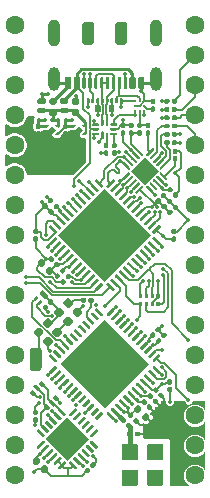
<source format=gbr>
G04 #@! TF.GenerationSoftware,KiCad,Pcbnew,5.1.9-1.fc33*
G04 #@! TF.CreationDate,2020-12-31T00:18:27+01:00*
G04 #@! TF.ProjectId,reDIP-sx,72654449-502d-4737-982e-6b696361645f,0.1*
G04 #@! TF.SameCoordinates,PX5e28010PY8011a50*
G04 #@! TF.FileFunction,Copper,L1,Top*
G04 #@! TF.FilePolarity,Positive*
%FSLAX46Y46*%
G04 Gerber Fmt 4.6, Leading zero omitted, Abs format (unit mm)*
G04 Created by KiCad (PCBNEW 5.1.9-1.fc33) date 2020-12-31 00:18:27*
%MOMM*%
%LPD*%
G01*
G04 APERTURE LIST*
G04 #@! TA.AperFunction,ComponentPad*
%ADD10C,1.600000*%
G04 #@! TD*
G04 #@! TA.AperFunction,ComponentPad*
%ADD11O,1.000000X2.300000*%
G04 #@! TD*
G04 #@! TA.AperFunction,ComponentPad*
%ADD12O,1.000000X2.000000*%
G04 #@! TD*
G04 #@! TA.AperFunction,SMDPad,CuDef*
%ADD13C,0.100000*%
G04 #@! TD*
G04 #@! TA.AperFunction,SMDPad,CuDef*
%ADD14C,0.200000*%
G04 #@! TD*
G04 #@! TA.AperFunction,ViaPad*
%ADD15C,0.350000*%
G04 #@! TD*
G04 #@! TA.AperFunction,Conductor*
%ADD16C,0.400000*%
G04 #@! TD*
G04 #@! TA.AperFunction,Conductor*
%ADD17C,0.200000*%
G04 #@! TD*
G04 #@! TA.AperFunction,Conductor*
%ADD18C,0.250000*%
G04 #@! TD*
G04 #@! TA.AperFunction,Conductor*
%ADD19C,0.150000*%
G04 #@! TD*
G04 #@! TA.AperFunction,Conductor*
%ADD20C,0.100000*%
G04 #@! TD*
G04 APERTURE END LIST*
D10*
X1270000Y26670000D03*
X1270000Y29210000D03*
X1270000Y31750000D03*
X1270000Y34290000D03*
X1270000Y36830000D03*
X1270000Y39370000D03*
G04 #@! TA.AperFunction,SMDPad,CuDef*
G36*
G01*
X6050000Y34922400D02*
X6050000Y34057600D01*
G75*
G02*
X5982400Y33990000I-67600J0D01*
G01*
X5597600Y33990000D01*
G75*
G02*
X5530000Y34057600I0J67600D01*
G01*
X5530000Y34922400D01*
G75*
G02*
X5597600Y34990000I67600J0D01*
G01*
X5982400Y34990000D01*
G75*
G02*
X6050000Y34922400I0J-67600D01*
G01*
G37*
G04 #@! TD.AperFunction*
G04 #@! TA.AperFunction,SMDPad,CuDef*
G36*
G01*
X6800000Y34922400D02*
X6800000Y34057600D01*
G75*
G02*
X6732400Y33990000I-67600J0D01*
G01*
X6347600Y33990000D01*
G75*
G02*
X6280000Y34057600I0J67600D01*
G01*
X6280000Y34922400D01*
G75*
G02*
X6347600Y34990000I67600J0D01*
G01*
X6732400Y34990000D01*
G75*
G02*
X6800000Y34922400I0J-67600D01*
G01*
G37*
G04 #@! TD.AperFunction*
G04 #@! TA.AperFunction,SMDPad,CuDef*
G36*
G01*
X11500000Y34922400D02*
X11500000Y34057600D01*
G75*
G02*
X11432400Y33990000I-67600J0D01*
G01*
X11047600Y33990000D01*
G75*
G02*
X10980000Y34057600I0J67600D01*
G01*
X10980000Y34922400D01*
G75*
G02*
X11047600Y34990000I67600J0D01*
G01*
X11432400Y34990000D01*
G75*
G02*
X11500000Y34922400I0J-67600D01*
G01*
G37*
G04 #@! TD.AperFunction*
G04 #@! TA.AperFunction,SMDPad,CuDef*
G36*
G01*
X12250000Y34922400D02*
X12250000Y34057600D01*
G75*
G02*
X12182400Y33990000I-67600J0D01*
G01*
X11797600Y33990000D01*
G75*
G02*
X11730000Y34057600I0J67600D01*
G01*
X11730000Y34922400D01*
G75*
G02*
X11797600Y34990000I67600J0D01*
G01*
X12182400Y34990000D01*
G75*
G02*
X12250000Y34922400I0J-67600D01*
G01*
G37*
G04 #@! TD.AperFunction*
G04 #@! TA.AperFunction,SMDPad,CuDef*
G36*
G01*
X10790000Y39490000D02*
X10790000Y37890000D01*
G75*
G02*
X10590000Y37690000I-200000J0D01*
G01*
X9990000Y37690000D01*
G75*
G02*
X9790000Y37890000I0J200000D01*
G01*
X9790000Y39490000D01*
G75*
G02*
X9990000Y39690000I200000J0D01*
G01*
X10590000Y39690000D01*
G75*
G02*
X10790000Y39490000I0J-200000D01*
G01*
G37*
G04 #@! TD.AperFunction*
G04 #@! TA.AperFunction,SMDPad,CuDef*
G36*
G01*
X7990000Y39490000D02*
X7990000Y37890000D01*
G75*
G02*
X7790000Y37690000I-200000J0D01*
G01*
X7190000Y37690000D01*
G75*
G02*
X6990000Y37890000I0J200000D01*
G01*
X6990000Y39490000D01*
G75*
G02*
X7190000Y39690000I200000J0D01*
G01*
X7790000Y39690000D01*
G75*
G02*
X7990000Y39490000I0J-200000D01*
G01*
G37*
G04 #@! TD.AperFunction*
D11*
X13210000Y38690000D03*
X4570000Y38690000D03*
D12*
X13210000Y34865000D03*
X4570000Y34865000D03*
G04 #@! TA.AperFunction,SMDPad,CuDef*
G36*
G01*
X12250000Y34922400D02*
X12250000Y34057600D01*
G75*
G02*
X12182400Y33990000I-67600J0D01*
G01*
X11797600Y33990000D01*
G75*
G02*
X11730000Y34057600I0J67600D01*
G01*
X11730000Y34922400D01*
G75*
G02*
X11797600Y34990000I67600J0D01*
G01*
X12182400Y34990000D01*
G75*
G02*
X12250000Y34922400I0J-67600D01*
G01*
G37*
G04 #@! TD.AperFunction*
G04 #@! TA.AperFunction,SMDPad,CuDef*
G36*
G01*
X11500000Y34922400D02*
X11500000Y34057600D01*
G75*
G02*
X11432400Y33990000I-67600J0D01*
G01*
X11047600Y33990000D01*
G75*
G02*
X10980000Y34057600I0J67600D01*
G01*
X10980000Y34922400D01*
G75*
G02*
X11047600Y34990000I67600J0D01*
G01*
X11432400Y34990000D01*
G75*
G02*
X11500000Y34922400I0J-67600D01*
G01*
G37*
G04 #@! TD.AperFunction*
G04 #@! TA.AperFunction,SMDPad,CuDef*
G36*
G01*
X6050000Y34922400D02*
X6050000Y34057600D01*
G75*
G02*
X5982400Y33990000I-67600J0D01*
G01*
X5597600Y33990000D01*
G75*
G02*
X5530000Y34057600I0J67600D01*
G01*
X5530000Y34922400D01*
G75*
G02*
X5597600Y34990000I67600J0D01*
G01*
X5982400Y34990000D01*
G75*
G02*
X6050000Y34922400I0J-67600D01*
G01*
G37*
G04 #@! TD.AperFunction*
G04 #@! TA.AperFunction,SMDPad,CuDef*
G36*
G01*
X6800000Y34922400D02*
X6800000Y34057600D01*
G75*
G02*
X6732400Y33990000I-67600J0D01*
G01*
X6347600Y33990000D01*
G75*
G02*
X6280000Y34057600I0J67600D01*
G01*
X6280000Y34922400D01*
G75*
G02*
X6347600Y34990000I67600J0D01*
G01*
X6732400Y34990000D01*
G75*
G02*
X6800000Y34922400I0J-67600D01*
G01*
G37*
G04 #@! TD.AperFunction*
G04 #@! TA.AperFunction,SMDPad,CuDef*
G36*
G01*
X10775000Y34922500D02*
X10775000Y34057500D01*
G75*
G02*
X10707500Y33990000I-67500J0D01*
G01*
X10572500Y33990000D01*
G75*
G02*
X10505000Y34057500I0J67500D01*
G01*
X10505000Y34922500D01*
G75*
G02*
X10572500Y34990000I67500J0D01*
G01*
X10707500Y34990000D01*
G75*
G02*
X10775000Y34922500I0J-67500D01*
G01*
G37*
G04 #@! TD.AperFunction*
G04 #@! TA.AperFunction,SMDPad,CuDef*
G36*
G01*
X10275000Y34922500D02*
X10275000Y34057500D01*
G75*
G02*
X10207500Y33990000I-67500J0D01*
G01*
X10072500Y33990000D01*
G75*
G02*
X10005000Y34057500I0J67500D01*
G01*
X10005000Y34922500D01*
G75*
G02*
X10072500Y34990000I67500J0D01*
G01*
X10207500Y34990000D01*
G75*
G02*
X10275000Y34922500I0J-67500D01*
G01*
G37*
G04 #@! TD.AperFunction*
G04 #@! TA.AperFunction,SMDPad,CuDef*
G36*
G01*
X9775000Y34922500D02*
X9775000Y34057500D01*
G75*
G02*
X9707500Y33990000I-67500J0D01*
G01*
X9572500Y33990000D01*
G75*
G02*
X9505000Y34057500I0J67500D01*
G01*
X9505000Y34922500D01*
G75*
G02*
X9572500Y34990000I67500J0D01*
G01*
X9707500Y34990000D01*
G75*
G02*
X9775000Y34922500I0J-67500D01*
G01*
G37*
G04 #@! TD.AperFunction*
G04 #@! TA.AperFunction,SMDPad,CuDef*
G36*
G01*
X9275000Y34922500D02*
X9275000Y34057500D01*
G75*
G02*
X9207500Y33990000I-67500J0D01*
G01*
X9072500Y33990000D01*
G75*
G02*
X9005000Y34057500I0J67500D01*
G01*
X9005000Y34922500D01*
G75*
G02*
X9072500Y34990000I67500J0D01*
G01*
X9207500Y34990000D01*
G75*
G02*
X9275000Y34922500I0J-67500D01*
G01*
G37*
G04 #@! TD.AperFunction*
G04 #@! TA.AperFunction,SMDPad,CuDef*
G36*
G01*
X8775000Y34922500D02*
X8775000Y34057500D01*
G75*
G02*
X8707500Y33990000I-67500J0D01*
G01*
X8572500Y33990000D01*
G75*
G02*
X8505000Y34057500I0J67500D01*
G01*
X8505000Y34922500D01*
G75*
G02*
X8572500Y34990000I67500J0D01*
G01*
X8707500Y34990000D01*
G75*
G02*
X8775000Y34922500I0J-67500D01*
G01*
G37*
G04 #@! TD.AperFunction*
G04 #@! TA.AperFunction,SMDPad,CuDef*
G36*
G01*
X8275000Y34922500D02*
X8275000Y34057500D01*
G75*
G02*
X8207500Y33990000I-67500J0D01*
G01*
X8072500Y33990000D01*
G75*
G02*
X8005000Y34057500I0J67500D01*
G01*
X8005000Y34922500D01*
G75*
G02*
X8072500Y34990000I67500J0D01*
G01*
X8207500Y34990000D01*
G75*
G02*
X8275000Y34922500I0J-67500D01*
G01*
G37*
G04 #@! TD.AperFunction*
G04 #@! TA.AperFunction,SMDPad,CuDef*
G36*
G01*
X7775000Y34922500D02*
X7775000Y34057500D01*
G75*
G02*
X7707500Y33990000I-67500J0D01*
G01*
X7572500Y33990000D01*
G75*
G02*
X7505000Y34057500I0J67500D01*
G01*
X7505000Y34922500D01*
G75*
G02*
X7572500Y34990000I67500J0D01*
G01*
X7707500Y34990000D01*
G75*
G02*
X7775000Y34922500I0J-67500D01*
G01*
G37*
G04 #@! TD.AperFunction*
G04 #@! TA.AperFunction,SMDPad,CuDef*
G36*
G01*
X7275000Y34922500D02*
X7275000Y34057500D01*
G75*
G02*
X7207500Y33990000I-67500J0D01*
G01*
X7072500Y33990000D01*
G75*
G02*
X7005000Y34057500I0J67500D01*
G01*
X7005000Y34922500D01*
G75*
G02*
X7072500Y34990000I67500J0D01*
G01*
X7207500Y34990000D01*
G75*
G02*
X7275000Y34922500I0J-67500D01*
G01*
G37*
G04 #@! TD.AperFunction*
G04 #@! TA.AperFunction,SMDPad,CuDef*
D13*
G36*
X4820000Y30720000D02*
G01*
X4670000Y30870000D01*
X4670000Y30970000D01*
X5020000Y30970000D01*
X5020000Y30720000D01*
X4820000Y30720000D01*
G37*
G04 #@! TD.AperFunction*
G04 #@! TA.AperFunction,SMDPad,CuDef*
G36*
X4820000Y30320000D02*
G01*
X5020000Y30320000D01*
X5020000Y30070000D01*
X4670000Y30070000D01*
X4670000Y30170000D01*
X4820000Y30320000D01*
G37*
G04 #@! TD.AperFunction*
G04 #@! TA.AperFunction,SMDPad,CuDef*
G36*
X4020000Y30720000D02*
G01*
X3820000Y30720000D01*
X3820000Y30970000D01*
X4170000Y30970000D01*
X4170000Y30870000D01*
X4020000Y30720000D01*
G37*
G04 #@! TD.AperFunction*
G04 #@! TA.AperFunction,SMDPad,CuDef*
G36*
X4020000Y30320000D02*
G01*
X4170000Y30170000D01*
X4170000Y30070000D01*
X3820000Y30070000D01*
X3820000Y30320000D01*
X4020000Y30320000D01*
G37*
G04 #@! TD.AperFunction*
G04 #@! TA.AperFunction,SMDPad,CuDef*
G36*
X4420000Y30180589D02*
G01*
X4080589Y30520000D01*
X4420000Y30859411D01*
X4759411Y30520000D01*
X4420000Y30180589D01*
G37*
G04 #@! TD.AperFunction*
G04 #@! TA.AperFunction,SMDPad,CuDef*
G36*
X7130000Y30720000D02*
G01*
X6980000Y30870000D01*
X6980000Y30970000D01*
X7330000Y30970000D01*
X7330000Y30720000D01*
X7130000Y30720000D01*
G37*
G04 #@! TD.AperFunction*
G04 #@! TA.AperFunction,SMDPad,CuDef*
G36*
X7130000Y30320000D02*
G01*
X7330000Y30320000D01*
X7330000Y30070000D01*
X6980000Y30070000D01*
X6980000Y30170000D01*
X7130000Y30320000D01*
G37*
G04 #@! TD.AperFunction*
G04 #@! TA.AperFunction,SMDPad,CuDef*
G36*
X6330000Y30720000D02*
G01*
X6130000Y30720000D01*
X6130000Y30970000D01*
X6480000Y30970000D01*
X6480000Y30870000D01*
X6330000Y30720000D01*
G37*
G04 #@! TD.AperFunction*
G04 #@! TA.AperFunction,SMDPad,CuDef*
G36*
X6330000Y30320000D02*
G01*
X6480000Y30170000D01*
X6480000Y30070000D01*
X6130000Y30070000D01*
X6130000Y30320000D01*
X6330000Y30320000D01*
G37*
G04 #@! TD.AperFunction*
G04 #@! TA.AperFunction,SMDPad,CuDef*
G36*
X6730000Y30180589D02*
G01*
X6390589Y30520000D01*
X6730000Y30859411D01*
X7069411Y30520000D01*
X6730000Y30180589D01*
G37*
G04 #@! TD.AperFunction*
G04 #@! TA.AperFunction,SMDPad,CuDef*
G36*
G01*
X2540000Y10340000D02*
X2540000Y11840000D01*
G75*
G02*
X2790000Y12090000I250000J0D01*
G01*
X3290000Y12090000D01*
G75*
G02*
X3540000Y11840000I0J-250000D01*
G01*
X3540000Y10340000D01*
G75*
G02*
X3290000Y10090000I-250000J0D01*
G01*
X2790000Y10090000D01*
G75*
G02*
X2540000Y10340000I0J250000D01*
G01*
G37*
G04 #@! TD.AperFunction*
G04 #@! TA.AperFunction,SMDPad,CuDef*
G36*
G01*
X10335000Y2622500D02*
X10335000Y3837500D01*
G75*
G02*
X10402500Y3905000I67500J0D01*
G01*
X11617500Y3905000D01*
G75*
G02*
X11685000Y3837500I0J-67500D01*
G01*
X11685000Y2622500D01*
G75*
G02*
X11617500Y2555000I-67500J0D01*
G01*
X10402500Y2555000D01*
G75*
G02*
X10335000Y2622500I0J67500D01*
G01*
G37*
G04 #@! TD.AperFunction*
G04 #@! TA.AperFunction,SMDPad,CuDef*
G36*
G01*
X12485000Y2622500D02*
X12485000Y3837500D01*
G75*
G02*
X12552500Y3905000I67500J0D01*
G01*
X13767500Y3905000D01*
G75*
G02*
X13835000Y3837500I0J-67500D01*
G01*
X13835000Y2622500D01*
G75*
G02*
X13767500Y2555000I-67500J0D01*
G01*
X12552500Y2555000D01*
G75*
G02*
X12485000Y2622500I0J67500D01*
G01*
G37*
G04 #@! TD.AperFunction*
G04 #@! TA.AperFunction,SMDPad,CuDef*
G36*
G01*
X12485000Y472500D02*
X12485000Y1687500D01*
G75*
G02*
X12552500Y1755000I67500J0D01*
G01*
X13767500Y1755000D01*
G75*
G02*
X13835000Y1687500I0J-67500D01*
G01*
X13835000Y472500D01*
G75*
G02*
X13767500Y405000I-67500J0D01*
G01*
X12552500Y405000D01*
G75*
G02*
X12485000Y472500I0J67500D01*
G01*
G37*
G04 #@! TD.AperFunction*
G04 #@! TA.AperFunction,SMDPad,CuDef*
G36*
G01*
X10335000Y472500D02*
X10335000Y1687500D01*
G75*
G02*
X10402500Y1755000I67500J0D01*
G01*
X11617500Y1755000D01*
G75*
G02*
X11685000Y1687500I0J-67500D01*
G01*
X11685000Y472500D01*
G75*
G02*
X11617500Y405000I-67500J0D01*
G01*
X10402500Y405000D01*
G75*
G02*
X10335000Y472500I0J67500D01*
G01*
G37*
G04 #@! TD.AperFunction*
G04 #@! TA.AperFunction,SMDPad,CuDef*
G36*
G01*
X12830000Y16657500D02*
X13010000Y16657500D01*
G75*
G02*
X13070000Y16597500I0J-60000D01*
G01*
X13070000Y16317500D01*
G75*
G02*
X13010000Y16257500I-60000J0D01*
G01*
X12830000Y16257500D01*
G75*
G02*
X12770000Y16317500I0J60000D01*
G01*
X12770000Y16597500D01*
G75*
G02*
X12830000Y16657500I60000J0D01*
G01*
G37*
G04 #@! TD.AperFunction*
G04 #@! TA.AperFunction,SMDPad,CuDef*
G36*
G01*
X12330000Y16657500D02*
X12510000Y16657500D01*
G75*
G02*
X12570000Y16597500I0J-60000D01*
G01*
X12570000Y16317500D01*
G75*
G02*
X12510000Y16257500I-60000J0D01*
G01*
X12330000Y16257500D01*
G75*
G02*
X12270000Y16317500I0J60000D01*
G01*
X12270000Y16597500D01*
G75*
G02*
X12330000Y16657500I60000J0D01*
G01*
G37*
G04 #@! TD.AperFunction*
G04 #@! TA.AperFunction,SMDPad,CuDef*
G36*
G01*
X12830000Y15982500D02*
X13010000Y15982500D01*
G75*
G02*
X13070000Y15922500I0J-60000D01*
G01*
X13070000Y15642500D01*
G75*
G02*
X13010000Y15582500I-60000J0D01*
G01*
X12830000Y15582500D01*
G75*
G02*
X12770000Y15642500I0J60000D01*
G01*
X12770000Y15922500D01*
G75*
G02*
X12830000Y15982500I60000J0D01*
G01*
G37*
G04 #@! TD.AperFunction*
G04 #@! TA.AperFunction,SMDPad,CuDef*
G36*
G01*
X12330000Y15982500D02*
X12510000Y15982500D01*
G75*
G02*
X12570000Y15922500I0J-60000D01*
G01*
X12570000Y15642500D01*
G75*
G02*
X12510000Y15582500I-60000J0D01*
G01*
X12330000Y15582500D01*
G75*
G02*
X12270000Y15642500I0J60000D01*
G01*
X12270000Y15922500D01*
G75*
G02*
X12330000Y15982500I60000J0D01*
G01*
G37*
G04 #@! TD.AperFunction*
G04 #@! TA.AperFunction,SMDPad,CuDef*
G36*
G01*
X13345000Y16657500D02*
X13495000Y16657500D01*
G75*
G02*
X13570000Y16582500I0J-75000D01*
G01*
X13570000Y16282500D01*
G75*
G02*
X13495000Y16207500I-75000J0D01*
G01*
X13345000Y16207500D01*
G75*
G02*
X13270000Y16282500I0J75000D01*
G01*
X13270000Y16582500D01*
G75*
G02*
X13345000Y16657500I75000J0D01*
G01*
G37*
G04 #@! TD.AperFunction*
G04 #@! TA.AperFunction,SMDPad,CuDef*
G36*
G01*
X13330000Y15982500D02*
X13510000Y15982500D01*
G75*
G02*
X13570000Y15922500I0J-60000D01*
G01*
X13570000Y15642500D01*
G75*
G02*
X13510000Y15582500I-60000J0D01*
G01*
X13330000Y15582500D01*
G75*
G02*
X13270000Y15642500I0J60000D01*
G01*
X13270000Y15922500D01*
G75*
G02*
X13330000Y15982500I60000J0D01*
G01*
G37*
G04 #@! TD.AperFunction*
G04 #@! TA.AperFunction,SMDPad,CuDef*
G36*
G01*
X11830000Y16657500D02*
X12010000Y16657500D01*
G75*
G02*
X12070000Y16597500I0J-60000D01*
G01*
X12070000Y16317500D01*
G75*
G02*
X12010000Y16257500I-60000J0D01*
G01*
X11830000Y16257500D01*
G75*
G02*
X11770000Y16317500I0J60000D01*
G01*
X11770000Y16597500D01*
G75*
G02*
X11830000Y16657500I60000J0D01*
G01*
G37*
G04 #@! TD.AperFunction*
G04 #@! TA.AperFunction,SMDPad,CuDef*
G36*
G01*
X11845000Y15982500D02*
X11995000Y15982500D01*
G75*
G02*
X12070000Y15907500I0J-75000D01*
G01*
X12070000Y15657500D01*
G75*
G02*
X11995000Y15582500I-75000J0D01*
G01*
X11845000Y15582500D01*
G75*
G02*
X11770000Y15657500I0J75000D01*
G01*
X11770000Y15907500D01*
G75*
G02*
X11845000Y15982500I75000J0D01*
G01*
G37*
G04 #@! TD.AperFunction*
G04 #@! TA.AperFunction,SMDPad,CuDef*
G36*
X8890000Y25549798D02*
G01*
X12849798Y21590000D01*
X8890000Y17630202D01*
X4930202Y21590000D01*
X8890000Y25549798D01*
G37*
G04 #@! TD.AperFunction*
G04 #@! TA.AperFunction,SMDPad,CuDef*
G36*
G01*
X13088446Y21457417D02*
X13618776Y20927087D01*
G75*
G02*
X13618776Y20838699I-44194J-44194D01*
G01*
X13530388Y20750311D01*
G75*
G02*
X13442000Y20750311I-44194J44194D01*
G01*
X12911670Y21280641D01*
G75*
G02*
X12911670Y21369029I44194J44194D01*
G01*
X13000058Y21457417D01*
G75*
G02*
X13088446Y21457417I44194J-44194D01*
G01*
G37*
G04 #@! TD.AperFunction*
G04 #@! TA.AperFunction,SMDPad,CuDef*
G36*
G01*
X12734893Y21103864D02*
X13265223Y20573534D01*
G75*
G02*
X13265223Y20485146I-44194J-44194D01*
G01*
X13176835Y20396758D01*
G75*
G02*
X13088447Y20396758I-44194J44194D01*
G01*
X12558117Y20927088D01*
G75*
G02*
X12558117Y21015476I44194J44194D01*
G01*
X12646505Y21103864D01*
G75*
G02*
X12734893Y21103864I44194J-44194D01*
G01*
G37*
G04 #@! TD.AperFunction*
G04 #@! TA.AperFunction,SMDPad,CuDef*
G36*
G01*
X12381339Y20750310D02*
X12911669Y20219980D01*
G75*
G02*
X12911669Y20131592I-44194J-44194D01*
G01*
X12823281Y20043204D01*
G75*
G02*
X12734893Y20043204I-44194J44194D01*
G01*
X12204563Y20573534D01*
G75*
G02*
X12204563Y20661922I44194J44194D01*
G01*
X12292951Y20750310D01*
G75*
G02*
X12381339Y20750310I44194J-44194D01*
G01*
G37*
G04 #@! TD.AperFunction*
G04 #@! TA.AperFunction,SMDPad,CuDef*
G36*
G01*
X12027786Y20396757D02*
X12558116Y19866427D01*
G75*
G02*
X12558116Y19778039I-44194J-44194D01*
G01*
X12469728Y19689651D01*
G75*
G02*
X12381340Y19689651I-44194J44194D01*
G01*
X11851010Y20219981D01*
G75*
G02*
X11851010Y20308369I44194J44194D01*
G01*
X11939398Y20396757D01*
G75*
G02*
X12027786Y20396757I44194J-44194D01*
G01*
G37*
G04 #@! TD.AperFunction*
G04 #@! TA.AperFunction,SMDPad,CuDef*
G36*
G01*
X11674233Y20043204D02*
X12204563Y19512874D01*
G75*
G02*
X12204563Y19424486I-44194J-44194D01*
G01*
X12116175Y19336098D01*
G75*
G02*
X12027787Y19336098I-44194J44194D01*
G01*
X11497457Y19866428D01*
G75*
G02*
X11497457Y19954816I44194J44194D01*
G01*
X11585845Y20043204D01*
G75*
G02*
X11674233Y20043204I44194J-44194D01*
G01*
G37*
G04 #@! TD.AperFunction*
G04 #@! TA.AperFunction,SMDPad,CuDef*
G36*
G01*
X11320679Y19689650D02*
X11851009Y19159320D01*
G75*
G02*
X11851009Y19070932I-44194J-44194D01*
G01*
X11762621Y18982544D01*
G75*
G02*
X11674233Y18982544I-44194J44194D01*
G01*
X11143903Y19512874D01*
G75*
G02*
X11143903Y19601262I44194J44194D01*
G01*
X11232291Y19689650D01*
G75*
G02*
X11320679Y19689650I44194J-44194D01*
G01*
G37*
G04 #@! TD.AperFunction*
G04 #@! TA.AperFunction,SMDPad,CuDef*
G36*
G01*
X10967126Y19336097D02*
X11497456Y18805767D01*
G75*
G02*
X11497456Y18717379I-44194J-44194D01*
G01*
X11409068Y18628991D01*
G75*
G02*
X11320680Y18628991I-44194J44194D01*
G01*
X10790350Y19159321D01*
G75*
G02*
X10790350Y19247709I44194J44194D01*
G01*
X10878738Y19336097D01*
G75*
G02*
X10967126Y19336097I44194J-44194D01*
G01*
G37*
G04 #@! TD.AperFunction*
G04 #@! TA.AperFunction,SMDPad,CuDef*
G36*
G01*
X10613572Y18982543D02*
X11143902Y18452213D01*
G75*
G02*
X11143902Y18363825I-44194J-44194D01*
G01*
X11055514Y18275437D01*
G75*
G02*
X10967126Y18275437I-44194J44194D01*
G01*
X10436796Y18805767D01*
G75*
G02*
X10436796Y18894155I44194J44194D01*
G01*
X10525184Y18982543D01*
G75*
G02*
X10613572Y18982543I44194J-44194D01*
G01*
G37*
G04 #@! TD.AperFunction*
G04 #@! TA.AperFunction,SMDPad,CuDef*
G36*
G01*
X10260019Y18628990D02*
X10790349Y18098660D01*
G75*
G02*
X10790349Y18010272I-44194J-44194D01*
G01*
X10701961Y17921884D01*
G75*
G02*
X10613573Y17921884I-44194J44194D01*
G01*
X10083243Y18452214D01*
G75*
G02*
X10083243Y18540602I44194J44194D01*
G01*
X10171631Y18628990D01*
G75*
G02*
X10260019Y18628990I44194J-44194D01*
G01*
G37*
G04 #@! TD.AperFunction*
G04 #@! TA.AperFunction,SMDPad,CuDef*
G36*
G01*
X9906466Y18275437D02*
X10436796Y17745107D01*
G75*
G02*
X10436796Y17656719I-44194J-44194D01*
G01*
X10348408Y17568331D01*
G75*
G02*
X10260020Y17568331I-44194J44194D01*
G01*
X9729690Y18098661D01*
G75*
G02*
X9729690Y18187049I44194J44194D01*
G01*
X9818078Y18275437D01*
G75*
G02*
X9906466Y18275437I44194J-44194D01*
G01*
G37*
G04 #@! TD.AperFunction*
G04 #@! TA.AperFunction,SMDPad,CuDef*
G36*
G01*
X9552912Y17921883D02*
X10083242Y17391553D01*
G75*
G02*
X10083242Y17303165I-44194J-44194D01*
G01*
X9994854Y17214777D01*
G75*
G02*
X9906466Y17214777I-44194J44194D01*
G01*
X9376136Y17745107D01*
G75*
G02*
X9376136Y17833495I44194J44194D01*
G01*
X9464524Y17921883D01*
G75*
G02*
X9552912Y17921883I44194J-44194D01*
G01*
G37*
G04 #@! TD.AperFunction*
G04 #@! TA.AperFunction,SMDPad,CuDef*
G36*
G01*
X9199359Y17568330D02*
X9729689Y17038000D01*
G75*
G02*
X9729689Y16949612I-44194J-44194D01*
G01*
X9641301Y16861224D01*
G75*
G02*
X9552913Y16861224I-44194J44194D01*
G01*
X9022583Y17391554D01*
G75*
G02*
X9022583Y17479942I44194J44194D01*
G01*
X9110971Y17568330D01*
G75*
G02*
X9199359Y17568330I44194J-44194D01*
G01*
G37*
G04 #@! TD.AperFunction*
G04 #@! TA.AperFunction,SMDPad,CuDef*
G36*
G01*
X8669029Y17568330D02*
X8757417Y17479942D01*
G75*
G02*
X8757417Y17391554I-44194J-44194D01*
G01*
X8227087Y16861224D01*
G75*
G02*
X8138699Y16861224I-44194J44194D01*
G01*
X8050311Y16949612D01*
G75*
G02*
X8050311Y17038000I44194J44194D01*
G01*
X8580641Y17568330D01*
G75*
G02*
X8669029Y17568330I44194J-44194D01*
G01*
G37*
G04 #@! TD.AperFunction*
G04 #@! TA.AperFunction,SMDPad,CuDef*
G36*
G01*
X8315476Y17921883D02*
X8403864Y17833495D01*
G75*
G02*
X8403864Y17745107I-44194J-44194D01*
G01*
X7873534Y17214777D01*
G75*
G02*
X7785146Y17214777I-44194J44194D01*
G01*
X7696758Y17303165D01*
G75*
G02*
X7696758Y17391553I44194J44194D01*
G01*
X8227088Y17921883D01*
G75*
G02*
X8315476Y17921883I44194J-44194D01*
G01*
G37*
G04 #@! TD.AperFunction*
G04 #@! TA.AperFunction,SMDPad,CuDef*
G36*
G01*
X7961922Y18275437D02*
X8050310Y18187049D01*
G75*
G02*
X8050310Y18098661I-44194J-44194D01*
G01*
X7519980Y17568331D01*
G75*
G02*
X7431592Y17568331I-44194J44194D01*
G01*
X7343204Y17656719D01*
G75*
G02*
X7343204Y17745107I44194J44194D01*
G01*
X7873534Y18275437D01*
G75*
G02*
X7961922Y18275437I44194J-44194D01*
G01*
G37*
G04 #@! TD.AperFunction*
G04 #@! TA.AperFunction,SMDPad,CuDef*
G36*
G01*
X7608369Y18628990D02*
X7696757Y18540602D01*
G75*
G02*
X7696757Y18452214I-44194J-44194D01*
G01*
X7166427Y17921884D01*
G75*
G02*
X7078039Y17921884I-44194J44194D01*
G01*
X6989651Y18010272D01*
G75*
G02*
X6989651Y18098660I44194J44194D01*
G01*
X7519981Y18628990D01*
G75*
G02*
X7608369Y18628990I44194J-44194D01*
G01*
G37*
G04 #@! TD.AperFunction*
G04 #@! TA.AperFunction,SMDPad,CuDef*
G36*
G01*
X7254816Y18982543D02*
X7343204Y18894155D01*
G75*
G02*
X7343204Y18805767I-44194J-44194D01*
G01*
X6812874Y18275437D01*
G75*
G02*
X6724486Y18275437I-44194J44194D01*
G01*
X6636098Y18363825D01*
G75*
G02*
X6636098Y18452213I44194J44194D01*
G01*
X7166428Y18982543D01*
G75*
G02*
X7254816Y18982543I44194J-44194D01*
G01*
G37*
G04 #@! TD.AperFunction*
G04 #@! TA.AperFunction,SMDPad,CuDef*
G36*
G01*
X6901262Y19336097D02*
X6989650Y19247709D01*
G75*
G02*
X6989650Y19159321I-44194J-44194D01*
G01*
X6459320Y18628991D01*
G75*
G02*
X6370932Y18628991I-44194J44194D01*
G01*
X6282544Y18717379D01*
G75*
G02*
X6282544Y18805767I44194J44194D01*
G01*
X6812874Y19336097D01*
G75*
G02*
X6901262Y19336097I44194J-44194D01*
G01*
G37*
G04 #@! TD.AperFunction*
G04 #@! TA.AperFunction,SMDPad,CuDef*
G36*
G01*
X6547709Y19689650D02*
X6636097Y19601262D01*
G75*
G02*
X6636097Y19512874I-44194J-44194D01*
G01*
X6105767Y18982544D01*
G75*
G02*
X6017379Y18982544I-44194J44194D01*
G01*
X5928991Y19070932D01*
G75*
G02*
X5928991Y19159320I44194J44194D01*
G01*
X6459321Y19689650D01*
G75*
G02*
X6547709Y19689650I44194J-44194D01*
G01*
G37*
G04 #@! TD.AperFunction*
G04 #@! TA.AperFunction,SMDPad,CuDef*
G36*
G01*
X6194155Y20043204D02*
X6282543Y19954816D01*
G75*
G02*
X6282543Y19866428I-44194J-44194D01*
G01*
X5752213Y19336098D01*
G75*
G02*
X5663825Y19336098I-44194J44194D01*
G01*
X5575437Y19424486D01*
G75*
G02*
X5575437Y19512874I44194J44194D01*
G01*
X6105767Y20043204D01*
G75*
G02*
X6194155Y20043204I44194J-44194D01*
G01*
G37*
G04 #@! TD.AperFunction*
G04 #@! TA.AperFunction,SMDPad,CuDef*
G36*
G01*
X5840602Y20396757D02*
X5928990Y20308369D01*
G75*
G02*
X5928990Y20219981I-44194J-44194D01*
G01*
X5398660Y19689651D01*
G75*
G02*
X5310272Y19689651I-44194J44194D01*
G01*
X5221884Y19778039D01*
G75*
G02*
X5221884Y19866427I44194J44194D01*
G01*
X5752214Y20396757D01*
G75*
G02*
X5840602Y20396757I44194J-44194D01*
G01*
G37*
G04 #@! TD.AperFunction*
G04 #@! TA.AperFunction,SMDPad,CuDef*
G36*
G01*
X5487049Y20750310D02*
X5575437Y20661922D01*
G75*
G02*
X5575437Y20573534I-44194J-44194D01*
G01*
X5045107Y20043204D01*
G75*
G02*
X4956719Y20043204I-44194J44194D01*
G01*
X4868331Y20131592D01*
G75*
G02*
X4868331Y20219980I44194J44194D01*
G01*
X5398661Y20750310D01*
G75*
G02*
X5487049Y20750310I44194J-44194D01*
G01*
G37*
G04 #@! TD.AperFunction*
G04 #@! TA.AperFunction,SMDPad,CuDef*
G36*
G01*
X5133495Y21103864D02*
X5221883Y21015476D01*
G75*
G02*
X5221883Y20927088I-44194J-44194D01*
G01*
X4691553Y20396758D01*
G75*
G02*
X4603165Y20396758I-44194J44194D01*
G01*
X4514777Y20485146D01*
G75*
G02*
X4514777Y20573534I44194J44194D01*
G01*
X5045107Y21103864D01*
G75*
G02*
X5133495Y21103864I44194J-44194D01*
G01*
G37*
G04 #@! TD.AperFunction*
G04 #@! TA.AperFunction,SMDPad,CuDef*
G36*
G01*
X4779942Y21457417D02*
X4868330Y21369029D01*
G75*
G02*
X4868330Y21280641I-44194J-44194D01*
G01*
X4338000Y20750311D01*
G75*
G02*
X4249612Y20750311I-44194J44194D01*
G01*
X4161224Y20838699D01*
G75*
G02*
X4161224Y20927087I44194J44194D01*
G01*
X4691554Y21457417D01*
G75*
G02*
X4779942Y21457417I44194J-44194D01*
G01*
G37*
G04 #@! TD.AperFunction*
G04 #@! TA.AperFunction,SMDPad,CuDef*
G36*
G01*
X4338000Y22429689D02*
X4868330Y21899359D01*
G75*
G02*
X4868330Y21810971I-44194J-44194D01*
G01*
X4779942Y21722583D01*
G75*
G02*
X4691554Y21722583I-44194J44194D01*
G01*
X4161224Y22252913D01*
G75*
G02*
X4161224Y22341301I44194J44194D01*
G01*
X4249612Y22429689D01*
G75*
G02*
X4338000Y22429689I44194J-44194D01*
G01*
G37*
G04 #@! TD.AperFunction*
G04 #@! TA.AperFunction,SMDPad,CuDef*
G36*
G01*
X4691553Y22783242D02*
X5221883Y22252912D01*
G75*
G02*
X5221883Y22164524I-44194J-44194D01*
G01*
X5133495Y22076136D01*
G75*
G02*
X5045107Y22076136I-44194J44194D01*
G01*
X4514777Y22606466D01*
G75*
G02*
X4514777Y22694854I44194J44194D01*
G01*
X4603165Y22783242D01*
G75*
G02*
X4691553Y22783242I44194J-44194D01*
G01*
G37*
G04 #@! TD.AperFunction*
G04 #@! TA.AperFunction,SMDPad,CuDef*
G36*
G01*
X5045107Y23136796D02*
X5575437Y22606466D01*
G75*
G02*
X5575437Y22518078I-44194J-44194D01*
G01*
X5487049Y22429690D01*
G75*
G02*
X5398661Y22429690I-44194J44194D01*
G01*
X4868331Y22960020D01*
G75*
G02*
X4868331Y23048408I44194J44194D01*
G01*
X4956719Y23136796D01*
G75*
G02*
X5045107Y23136796I44194J-44194D01*
G01*
G37*
G04 #@! TD.AperFunction*
G04 #@! TA.AperFunction,SMDPad,CuDef*
G36*
G01*
X5398660Y23490349D02*
X5928990Y22960019D01*
G75*
G02*
X5928990Y22871631I-44194J-44194D01*
G01*
X5840602Y22783243D01*
G75*
G02*
X5752214Y22783243I-44194J44194D01*
G01*
X5221884Y23313573D01*
G75*
G02*
X5221884Y23401961I44194J44194D01*
G01*
X5310272Y23490349D01*
G75*
G02*
X5398660Y23490349I44194J-44194D01*
G01*
G37*
G04 #@! TD.AperFunction*
G04 #@! TA.AperFunction,SMDPad,CuDef*
G36*
G01*
X5752213Y23843902D02*
X6282543Y23313572D01*
G75*
G02*
X6282543Y23225184I-44194J-44194D01*
G01*
X6194155Y23136796D01*
G75*
G02*
X6105767Y23136796I-44194J44194D01*
G01*
X5575437Y23667126D01*
G75*
G02*
X5575437Y23755514I44194J44194D01*
G01*
X5663825Y23843902D01*
G75*
G02*
X5752213Y23843902I44194J-44194D01*
G01*
G37*
G04 #@! TD.AperFunction*
G04 #@! TA.AperFunction,SMDPad,CuDef*
G36*
G01*
X6105767Y24197456D02*
X6636097Y23667126D01*
G75*
G02*
X6636097Y23578738I-44194J-44194D01*
G01*
X6547709Y23490350D01*
G75*
G02*
X6459321Y23490350I-44194J44194D01*
G01*
X5928991Y24020680D01*
G75*
G02*
X5928991Y24109068I44194J44194D01*
G01*
X6017379Y24197456D01*
G75*
G02*
X6105767Y24197456I44194J-44194D01*
G01*
G37*
G04 #@! TD.AperFunction*
G04 #@! TA.AperFunction,SMDPad,CuDef*
G36*
G01*
X6459320Y24551009D02*
X6989650Y24020679D01*
G75*
G02*
X6989650Y23932291I-44194J-44194D01*
G01*
X6901262Y23843903D01*
G75*
G02*
X6812874Y23843903I-44194J44194D01*
G01*
X6282544Y24374233D01*
G75*
G02*
X6282544Y24462621I44194J44194D01*
G01*
X6370932Y24551009D01*
G75*
G02*
X6459320Y24551009I44194J-44194D01*
G01*
G37*
G04 #@! TD.AperFunction*
G04 #@! TA.AperFunction,SMDPad,CuDef*
G36*
G01*
X6812874Y24904563D02*
X7343204Y24374233D01*
G75*
G02*
X7343204Y24285845I-44194J-44194D01*
G01*
X7254816Y24197457D01*
G75*
G02*
X7166428Y24197457I-44194J44194D01*
G01*
X6636098Y24727787D01*
G75*
G02*
X6636098Y24816175I44194J44194D01*
G01*
X6724486Y24904563D01*
G75*
G02*
X6812874Y24904563I44194J-44194D01*
G01*
G37*
G04 #@! TD.AperFunction*
G04 #@! TA.AperFunction,SMDPad,CuDef*
G36*
G01*
X7166427Y25258116D02*
X7696757Y24727786D01*
G75*
G02*
X7696757Y24639398I-44194J-44194D01*
G01*
X7608369Y24551010D01*
G75*
G02*
X7519981Y24551010I-44194J44194D01*
G01*
X6989651Y25081340D01*
G75*
G02*
X6989651Y25169728I44194J44194D01*
G01*
X7078039Y25258116D01*
G75*
G02*
X7166427Y25258116I44194J-44194D01*
G01*
G37*
G04 #@! TD.AperFunction*
G04 #@! TA.AperFunction,SMDPad,CuDef*
G36*
G01*
X7519980Y25611669D02*
X8050310Y25081339D01*
G75*
G02*
X8050310Y24992951I-44194J-44194D01*
G01*
X7961922Y24904563D01*
G75*
G02*
X7873534Y24904563I-44194J44194D01*
G01*
X7343204Y25434893D01*
G75*
G02*
X7343204Y25523281I44194J44194D01*
G01*
X7431592Y25611669D01*
G75*
G02*
X7519980Y25611669I44194J-44194D01*
G01*
G37*
G04 #@! TD.AperFunction*
G04 #@! TA.AperFunction,SMDPad,CuDef*
G36*
G01*
X7873534Y25965223D02*
X8403864Y25434893D01*
G75*
G02*
X8403864Y25346505I-44194J-44194D01*
G01*
X8315476Y25258117D01*
G75*
G02*
X8227088Y25258117I-44194J44194D01*
G01*
X7696758Y25788447D01*
G75*
G02*
X7696758Y25876835I44194J44194D01*
G01*
X7785146Y25965223D01*
G75*
G02*
X7873534Y25965223I44194J-44194D01*
G01*
G37*
G04 #@! TD.AperFunction*
G04 #@! TA.AperFunction,SMDPad,CuDef*
G36*
G01*
X8227087Y26318776D02*
X8757417Y25788446D01*
G75*
G02*
X8757417Y25700058I-44194J-44194D01*
G01*
X8669029Y25611670D01*
G75*
G02*
X8580641Y25611670I-44194J44194D01*
G01*
X8050311Y26142000D01*
G75*
G02*
X8050311Y26230388I44194J44194D01*
G01*
X8138699Y26318776D01*
G75*
G02*
X8227087Y26318776I44194J-44194D01*
G01*
G37*
G04 #@! TD.AperFunction*
G04 #@! TA.AperFunction,SMDPad,CuDef*
G36*
G01*
X9641301Y26318776D02*
X9729689Y26230388D01*
G75*
G02*
X9729689Y26142000I-44194J-44194D01*
G01*
X9199359Y25611670D01*
G75*
G02*
X9110971Y25611670I-44194J44194D01*
G01*
X9022583Y25700058D01*
G75*
G02*
X9022583Y25788446I44194J44194D01*
G01*
X9552913Y26318776D01*
G75*
G02*
X9641301Y26318776I44194J-44194D01*
G01*
G37*
G04 #@! TD.AperFunction*
G04 #@! TA.AperFunction,SMDPad,CuDef*
G36*
G01*
X9994854Y25965223D02*
X10083242Y25876835D01*
G75*
G02*
X10083242Y25788447I-44194J-44194D01*
G01*
X9552912Y25258117D01*
G75*
G02*
X9464524Y25258117I-44194J44194D01*
G01*
X9376136Y25346505D01*
G75*
G02*
X9376136Y25434893I44194J44194D01*
G01*
X9906466Y25965223D01*
G75*
G02*
X9994854Y25965223I44194J-44194D01*
G01*
G37*
G04 #@! TD.AperFunction*
G04 #@! TA.AperFunction,SMDPad,CuDef*
G36*
G01*
X10348408Y25611669D02*
X10436796Y25523281D01*
G75*
G02*
X10436796Y25434893I-44194J-44194D01*
G01*
X9906466Y24904563D01*
G75*
G02*
X9818078Y24904563I-44194J44194D01*
G01*
X9729690Y24992951D01*
G75*
G02*
X9729690Y25081339I44194J44194D01*
G01*
X10260020Y25611669D01*
G75*
G02*
X10348408Y25611669I44194J-44194D01*
G01*
G37*
G04 #@! TD.AperFunction*
G04 #@! TA.AperFunction,SMDPad,CuDef*
G36*
G01*
X10701961Y25258116D02*
X10790349Y25169728D01*
G75*
G02*
X10790349Y25081340I-44194J-44194D01*
G01*
X10260019Y24551010D01*
G75*
G02*
X10171631Y24551010I-44194J44194D01*
G01*
X10083243Y24639398D01*
G75*
G02*
X10083243Y24727786I44194J44194D01*
G01*
X10613573Y25258116D01*
G75*
G02*
X10701961Y25258116I44194J-44194D01*
G01*
G37*
G04 #@! TD.AperFunction*
G04 #@! TA.AperFunction,SMDPad,CuDef*
G36*
G01*
X11055514Y24904563D02*
X11143902Y24816175D01*
G75*
G02*
X11143902Y24727787I-44194J-44194D01*
G01*
X10613572Y24197457D01*
G75*
G02*
X10525184Y24197457I-44194J44194D01*
G01*
X10436796Y24285845D01*
G75*
G02*
X10436796Y24374233I44194J44194D01*
G01*
X10967126Y24904563D01*
G75*
G02*
X11055514Y24904563I44194J-44194D01*
G01*
G37*
G04 #@! TD.AperFunction*
G04 #@! TA.AperFunction,SMDPad,CuDef*
G36*
G01*
X11409068Y24551009D02*
X11497456Y24462621D01*
G75*
G02*
X11497456Y24374233I-44194J-44194D01*
G01*
X10967126Y23843903D01*
G75*
G02*
X10878738Y23843903I-44194J44194D01*
G01*
X10790350Y23932291D01*
G75*
G02*
X10790350Y24020679I44194J44194D01*
G01*
X11320680Y24551009D01*
G75*
G02*
X11409068Y24551009I44194J-44194D01*
G01*
G37*
G04 #@! TD.AperFunction*
G04 #@! TA.AperFunction,SMDPad,CuDef*
G36*
G01*
X11762621Y24197456D02*
X11851009Y24109068D01*
G75*
G02*
X11851009Y24020680I-44194J-44194D01*
G01*
X11320679Y23490350D01*
G75*
G02*
X11232291Y23490350I-44194J44194D01*
G01*
X11143903Y23578738D01*
G75*
G02*
X11143903Y23667126I44194J44194D01*
G01*
X11674233Y24197456D01*
G75*
G02*
X11762621Y24197456I44194J-44194D01*
G01*
G37*
G04 #@! TD.AperFunction*
G04 #@! TA.AperFunction,SMDPad,CuDef*
G36*
G01*
X12116175Y23843902D02*
X12204563Y23755514D01*
G75*
G02*
X12204563Y23667126I-44194J-44194D01*
G01*
X11674233Y23136796D01*
G75*
G02*
X11585845Y23136796I-44194J44194D01*
G01*
X11497457Y23225184D01*
G75*
G02*
X11497457Y23313572I44194J44194D01*
G01*
X12027787Y23843902D01*
G75*
G02*
X12116175Y23843902I44194J-44194D01*
G01*
G37*
G04 #@! TD.AperFunction*
G04 #@! TA.AperFunction,SMDPad,CuDef*
G36*
G01*
X12469728Y23490349D02*
X12558116Y23401961D01*
G75*
G02*
X12558116Y23313573I-44194J-44194D01*
G01*
X12027786Y22783243D01*
G75*
G02*
X11939398Y22783243I-44194J44194D01*
G01*
X11851010Y22871631D01*
G75*
G02*
X11851010Y22960019I44194J44194D01*
G01*
X12381340Y23490349D01*
G75*
G02*
X12469728Y23490349I44194J-44194D01*
G01*
G37*
G04 #@! TD.AperFunction*
G04 #@! TA.AperFunction,SMDPad,CuDef*
G36*
G01*
X12823281Y23136796D02*
X12911669Y23048408D01*
G75*
G02*
X12911669Y22960020I-44194J-44194D01*
G01*
X12381339Y22429690D01*
G75*
G02*
X12292951Y22429690I-44194J44194D01*
G01*
X12204563Y22518078D01*
G75*
G02*
X12204563Y22606466I44194J44194D01*
G01*
X12734893Y23136796D01*
G75*
G02*
X12823281Y23136796I44194J-44194D01*
G01*
G37*
G04 #@! TD.AperFunction*
G04 #@! TA.AperFunction,SMDPad,CuDef*
G36*
G01*
X13176835Y22783242D02*
X13265223Y22694854D01*
G75*
G02*
X13265223Y22606466I-44194J-44194D01*
G01*
X12734893Y22076136D01*
G75*
G02*
X12646505Y22076136I-44194J44194D01*
G01*
X12558117Y22164524D01*
G75*
G02*
X12558117Y22252912I44194J44194D01*
G01*
X13088447Y22783242D01*
G75*
G02*
X13176835Y22783242I44194J-44194D01*
G01*
G37*
G04 #@! TD.AperFunction*
G04 #@! TA.AperFunction,SMDPad,CuDef*
G36*
G01*
X13530388Y22429689D02*
X13618776Y22341301D01*
G75*
G02*
X13618776Y22252913I-44194J-44194D01*
G01*
X13088446Y21722583D01*
G75*
G02*
X13000058Y21722583I-44194J44194D01*
G01*
X12911670Y21810971D01*
G75*
G02*
X12911670Y21899359I44194J44194D01*
G01*
X13442000Y22429689D01*
G75*
G02*
X13530388Y22429689I44194J-44194D01*
G01*
G37*
G04 #@! TD.AperFunction*
D14*
X12240000Y32940000D03*
X11840000Y32940000D03*
X11440000Y32940000D03*
X12240000Y32540000D03*
X11840000Y32540000D03*
X11440000Y32540000D03*
X12240000Y32140000D03*
X11840000Y32140000D03*
X11440000Y32140000D03*
G04 #@! TA.AperFunction,SMDPad,CuDef*
G36*
G01*
X5470000Y30390000D02*
X5670000Y30390000D01*
G75*
G02*
X5770000Y30290000I0J-100000D01*
G01*
X5770000Y30030000D01*
G75*
G02*
X5670000Y29930000I-100000J0D01*
G01*
X5470000Y29930000D01*
G75*
G02*
X5370000Y30030000I0J100000D01*
G01*
X5370000Y30290000D01*
G75*
G02*
X5470000Y30390000I100000J0D01*
G01*
G37*
G04 #@! TD.AperFunction*
G04 #@! TA.AperFunction,SMDPad,CuDef*
G36*
G01*
X5470000Y31030000D02*
X5670000Y31030000D01*
G75*
G02*
X5770000Y30930000I0J-100000D01*
G01*
X5770000Y30670000D01*
G75*
G02*
X5670000Y30570000I-100000J0D01*
G01*
X5470000Y30570000D01*
G75*
G02*
X5370000Y30670000I0J100000D01*
G01*
X5370000Y30930000D01*
G75*
G02*
X5470000Y31030000I100000J0D01*
G01*
G37*
G04 #@! TD.AperFunction*
G04 #@! TA.AperFunction,SMDPad,CuDef*
G36*
G01*
X3170000Y30390000D02*
X3370000Y30390000D01*
G75*
G02*
X3470000Y30290000I0J-100000D01*
G01*
X3470000Y30030000D01*
G75*
G02*
X3370000Y29930000I-100000J0D01*
G01*
X3170000Y29930000D01*
G75*
G02*
X3070000Y30030000I0J100000D01*
G01*
X3070000Y30290000D01*
G75*
G02*
X3170000Y30390000I100000J0D01*
G01*
G37*
G04 #@! TD.AperFunction*
G04 #@! TA.AperFunction,SMDPad,CuDef*
G36*
G01*
X3170000Y31030000D02*
X3370000Y31030000D01*
G75*
G02*
X3470000Y30930000I0J-100000D01*
G01*
X3470000Y30670000D01*
G75*
G02*
X3370000Y30570000I-100000J0D01*
G01*
X3170000Y30570000D01*
G75*
G02*
X3070000Y30670000I0J100000D01*
G01*
X3070000Y30930000D01*
G75*
G02*
X3170000Y31030000I100000J0D01*
G01*
G37*
G04 #@! TD.AperFunction*
G04 #@! TA.AperFunction,SMDPad,CuDef*
G36*
G01*
X13075494Y25183845D02*
X13004784Y25113135D01*
G75*
G02*
X12934074Y25113135I-35355J35355D01*
G01*
X12403744Y25643465D01*
G75*
G02*
X12403744Y25714175I35355J35355D01*
G01*
X12474454Y25784885D01*
G75*
G02*
X12545164Y25784885I35355J-35355D01*
G01*
X13075494Y25254555D01*
G75*
G02*
X13075494Y25183845I-35355J-35355D01*
G01*
G37*
G04 #@! TD.AperFunction*
G04 #@! TA.AperFunction,SMDPad,CuDef*
G36*
G01*
X13358337Y25466687D02*
X13287627Y25395977D01*
G75*
G02*
X13216917Y25395977I-35355J35355D01*
G01*
X12686587Y25926307D01*
G75*
G02*
X12686587Y25997017I35355J35355D01*
G01*
X12757297Y26067727D01*
G75*
G02*
X12828007Y26067727I35355J-35355D01*
G01*
X13358337Y25537397D01*
G75*
G02*
X13358337Y25466687I-35355J-35355D01*
G01*
G37*
G04 #@! TD.AperFunction*
G04 #@! TA.AperFunction,SMDPad,CuDef*
G36*
G01*
X13641180Y25749530D02*
X13570470Y25678820D01*
G75*
G02*
X13499760Y25678820I-35355J35355D01*
G01*
X12969430Y26209150D01*
G75*
G02*
X12969430Y26279860I35355J35355D01*
G01*
X13040140Y26350570D01*
G75*
G02*
X13110850Y26350570I35355J-35355D01*
G01*
X13641180Y25820240D01*
G75*
G02*
X13641180Y25749530I-35355J-35355D01*
G01*
G37*
G04 #@! TD.AperFunction*
G04 #@! TA.AperFunction,SMDPad,CuDef*
G36*
G01*
X13924023Y26032373D02*
X13853313Y25961663D01*
G75*
G02*
X13782603Y25961663I-35355J35355D01*
G01*
X13252273Y26491993D01*
G75*
G02*
X13252273Y26562703I35355J35355D01*
G01*
X13322983Y26633413D01*
G75*
G02*
X13393693Y26633413I35355J-35355D01*
G01*
X13924023Y26103083D01*
G75*
G02*
X13924023Y26032373I-35355J-35355D01*
G01*
G37*
G04 #@! TD.AperFunction*
G04 #@! TA.AperFunction,SMDPad,CuDef*
G36*
G01*
X14206865Y26315216D02*
X14136155Y26244506D01*
G75*
G02*
X14065445Y26244506I-35355J35355D01*
G01*
X13535115Y26774836D01*
G75*
G02*
X13535115Y26845546I35355J35355D01*
G01*
X13605825Y26916256D01*
G75*
G02*
X13676535Y26916256I35355J-35355D01*
G01*
X14206865Y26385926D01*
G75*
G02*
X14206865Y26315216I-35355J-35355D01*
G01*
G37*
G04 #@! TD.AperFunction*
G04 #@! TA.AperFunction,SMDPad,CuDef*
G36*
G01*
X14206865Y27694074D02*
X13676535Y27163744D01*
G75*
G02*
X13605825Y27163744I-35355J35355D01*
G01*
X13535115Y27234454D01*
G75*
G02*
X13535115Y27305164I35355J35355D01*
G01*
X14065445Y27835494D01*
G75*
G02*
X14136155Y27835494I35355J-35355D01*
G01*
X14206865Y27764784D01*
G75*
G02*
X14206865Y27694074I-35355J-35355D01*
G01*
G37*
G04 #@! TD.AperFunction*
G04 #@! TA.AperFunction,SMDPad,CuDef*
G36*
G01*
X13924023Y27976917D02*
X13393693Y27446587D01*
G75*
G02*
X13322983Y27446587I-35355J35355D01*
G01*
X13252273Y27517297D01*
G75*
G02*
X13252273Y27588007I35355J35355D01*
G01*
X13782603Y28118337D01*
G75*
G02*
X13853313Y28118337I35355J-35355D01*
G01*
X13924023Y28047627D01*
G75*
G02*
X13924023Y27976917I-35355J-35355D01*
G01*
G37*
G04 #@! TD.AperFunction*
G04 #@! TA.AperFunction,SMDPad,CuDef*
G36*
G01*
X13641180Y28259760D02*
X13110850Y27729430D01*
G75*
G02*
X13040140Y27729430I-35355J35355D01*
G01*
X12969430Y27800140D01*
G75*
G02*
X12969430Y27870850I35355J35355D01*
G01*
X13499760Y28401180D01*
G75*
G02*
X13570470Y28401180I35355J-35355D01*
G01*
X13641180Y28330470D01*
G75*
G02*
X13641180Y28259760I-35355J-35355D01*
G01*
G37*
G04 #@! TD.AperFunction*
G04 #@! TA.AperFunction,SMDPad,CuDef*
G36*
G01*
X13358337Y28542603D02*
X12828007Y28012273D01*
G75*
G02*
X12757297Y28012273I-35355J35355D01*
G01*
X12686587Y28082983D01*
G75*
G02*
X12686587Y28153693I35355J35355D01*
G01*
X13216917Y28684023D01*
G75*
G02*
X13287627Y28684023I35355J-35355D01*
G01*
X13358337Y28613313D01*
G75*
G02*
X13358337Y28542603I-35355J-35355D01*
G01*
G37*
G04 #@! TD.AperFunction*
G04 #@! TA.AperFunction,SMDPad,CuDef*
G36*
G01*
X13075494Y28825445D02*
X12545164Y28295115D01*
G75*
G02*
X12474454Y28295115I-35355J35355D01*
G01*
X12403744Y28365825D01*
G75*
G02*
X12403744Y28436535I35355J35355D01*
G01*
X12934074Y28966865D01*
G75*
G02*
X13004784Y28966865I35355J-35355D01*
G01*
X13075494Y28896155D01*
G75*
G02*
X13075494Y28825445I-35355J-35355D01*
G01*
G37*
G04 #@! TD.AperFunction*
G04 #@! TA.AperFunction,SMDPad,CuDef*
G36*
G01*
X12156256Y28365825D02*
X12085546Y28295115D01*
G75*
G02*
X12014836Y28295115I-35355J35355D01*
G01*
X11484506Y28825445D01*
G75*
G02*
X11484506Y28896155I35355J35355D01*
G01*
X11555216Y28966865D01*
G75*
G02*
X11625926Y28966865I35355J-35355D01*
G01*
X12156256Y28436535D01*
G75*
G02*
X12156256Y28365825I-35355J-35355D01*
G01*
G37*
G04 #@! TD.AperFunction*
G04 #@! TA.AperFunction,SMDPad,CuDef*
G36*
G01*
X11873413Y28082983D02*
X11802703Y28012273D01*
G75*
G02*
X11731993Y28012273I-35355J35355D01*
G01*
X11201663Y28542603D01*
G75*
G02*
X11201663Y28613313I35355J35355D01*
G01*
X11272373Y28684023D01*
G75*
G02*
X11343083Y28684023I35355J-35355D01*
G01*
X11873413Y28153693D01*
G75*
G02*
X11873413Y28082983I-35355J-35355D01*
G01*
G37*
G04 #@! TD.AperFunction*
G04 #@! TA.AperFunction,SMDPad,CuDef*
G36*
G01*
X11590570Y27800140D02*
X11519860Y27729430D01*
G75*
G02*
X11449150Y27729430I-35355J35355D01*
G01*
X10918820Y28259760D01*
G75*
G02*
X10918820Y28330470I35355J35355D01*
G01*
X10989530Y28401180D01*
G75*
G02*
X11060240Y28401180I35355J-35355D01*
G01*
X11590570Y27870850D01*
G75*
G02*
X11590570Y27800140I-35355J-35355D01*
G01*
G37*
G04 #@! TD.AperFunction*
G04 #@! TA.AperFunction,SMDPad,CuDef*
G36*
G01*
X11307727Y27517297D02*
X11237017Y27446587D01*
G75*
G02*
X11166307Y27446587I-35355J35355D01*
G01*
X10635977Y27976917D01*
G75*
G02*
X10635977Y28047627I35355J35355D01*
G01*
X10706687Y28118337D01*
G75*
G02*
X10777397Y28118337I35355J-35355D01*
G01*
X11307727Y27588007D01*
G75*
G02*
X11307727Y27517297I-35355J-35355D01*
G01*
G37*
G04 #@! TD.AperFunction*
G04 #@! TA.AperFunction,SMDPad,CuDef*
G36*
G01*
X11024885Y27234454D02*
X10954175Y27163744D01*
G75*
G02*
X10883465Y27163744I-35355J35355D01*
G01*
X10353135Y27694074D01*
G75*
G02*
X10353135Y27764784I35355J35355D01*
G01*
X10423845Y27835494D01*
G75*
G02*
X10494555Y27835494I35355J-35355D01*
G01*
X11024885Y27305164D01*
G75*
G02*
X11024885Y27234454I-35355J-35355D01*
G01*
G37*
G04 #@! TD.AperFunction*
G04 #@! TA.AperFunction,SMDPad,CuDef*
G36*
G01*
X11024885Y26774836D02*
X10494555Y26244506D01*
G75*
G02*
X10423845Y26244506I-35355J35355D01*
G01*
X10353135Y26315216D01*
G75*
G02*
X10353135Y26385926I35355J35355D01*
G01*
X10883465Y26916256D01*
G75*
G02*
X10954175Y26916256I35355J-35355D01*
G01*
X11024885Y26845546D01*
G75*
G02*
X11024885Y26774836I-35355J-35355D01*
G01*
G37*
G04 #@! TD.AperFunction*
G04 #@! TA.AperFunction,SMDPad,CuDef*
G36*
G01*
X11307727Y26491993D02*
X10777397Y25961663D01*
G75*
G02*
X10706687Y25961663I-35355J35355D01*
G01*
X10635977Y26032373D01*
G75*
G02*
X10635977Y26103083I35355J35355D01*
G01*
X11166307Y26633413D01*
G75*
G02*
X11237017Y26633413I35355J-35355D01*
G01*
X11307727Y26562703D01*
G75*
G02*
X11307727Y26491993I-35355J-35355D01*
G01*
G37*
G04 #@! TD.AperFunction*
G04 #@! TA.AperFunction,SMDPad,CuDef*
G36*
G01*
X11590570Y26209150D02*
X11060240Y25678820D01*
G75*
G02*
X10989530Y25678820I-35355J35355D01*
G01*
X10918820Y25749530D01*
G75*
G02*
X10918820Y25820240I35355J35355D01*
G01*
X11449150Y26350570D01*
G75*
G02*
X11519860Y26350570I35355J-35355D01*
G01*
X11590570Y26279860D01*
G75*
G02*
X11590570Y26209150I-35355J-35355D01*
G01*
G37*
G04 #@! TD.AperFunction*
G04 #@! TA.AperFunction,SMDPad,CuDef*
G36*
G01*
X11873413Y25926307D02*
X11343083Y25395977D01*
G75*
G02*
X11272373Y25395977I-35355J35355D01*
G01*
X11201663Y25466687D01*
G75*
G02*
X11201663Y25537397I35355J35355D01*
G01*
X11731993Y26067727D01*
G75*
G02*
X11802703Y26067727I35355J-35355D01*
G01*
X11873413Y25997017D01*
G75*
G02*
X11873413Y25926307I-35355J-35355D01*
G01*
G37*
G04 #@! TD.AperFunction*
G04 #@! TA.AperFunction,SMDPad,CuDef*
G36*
G01*
X12156256Y25643465D02*
X11625926Y25113135D01*
G75*
G02*
X11555216Y25113135I-35355J35355D01*
G01*
X11484506Y25183845D01*
G75*
G02*
X11484506Y25254555I35355J35355D01*
G01*
X12014836Y25784885D01*
G75*
G02*
X12085546Y25784885I35355J-35355D01*
G01*
X12156256Y25714175D01*
G75*
G02*
X12156256Y25643465I-35355J-35355D01*
G01*
G37*
G04 #@! TD.AperFunction*
G04 #@! TA.AperFunction,SMDPad,CuDef*
D13*
G36*
X13446726Y27040000D02*
G01*
X12280000Y25873274D01*
X11113274Y27040000D01*
X12280000Y28206726D01*
X13446726Y27040000D01*
G37*
G04 #@! TD.AperFunction*
G04 #@! TA.AperFunction,SMDPad,CuDef*
G36*
G01*
X11420000Y4660000D02*
X11420000Y4860000D01*
G75*
G02*
X11520000Y4960000I100000J0D01*
G01*
X11780000Y4960000D01*
G75*
G02*
X11880000Y4860000I0J-100000D01*
G01*
X11880000Y4660000D01*
G75*
G02*
X11780000Y4560000I-100000J0D01*
G01*
X11520000Y4560000D01*
G75*
G02*
X11420000Y4660000I0J100000D01*
G01*
G37*
G04 #@! TD.AperFunction*
G04 #@! TA.AperFunction,SMDPad,CuDef*
G36*
G01*
X10780000Y4660000D02*
X10780000Y4860000D01*
G75*
G02*
X10880000Y4960000I100000J0D01*
G01*
X11140000Y4960000D01*
G75*
G02*
X11240000Y4860000I0J-100000D01*
G01*
X11240000Y4660000D01*
G75*
G02*
X11140000Y4560000I-100000J0D01*
G01*
X10880000Y4560000D01*
G75*
G02*
X10780000Y4660000I0J100000D01*
G01*
G37*
G04 #@! TD.AperFunction*
D10*
X16510000Y26670000D03*
X16510000Y29210000D03*
X16510000Y31750000D03*
X16510000Y34290000D03*
X16510000Y36830000D03*
X16510000Y39370000D03*
G04 #@! TA.AperFunction,SMDPad,CuDef*
G36*
G01*
X4527072Y7910625D02*
X4659655Y8043208D01*
G75*
G02*
X4792237Y8043208I66291J-66291D01*
G01*
X5013208Y7822237D01*
G75*
G02*
X5013208Y7689655I-66291J-66291D01*
G01*
X4880625Y7557072D01*
G75*
G02*
X4748043Y7557072I-66291J66291D01*
G01*
X4527072Y7778043D01*
G75*
G02*
X4527072Y7910625I66291J66291D01*
G01*
G37*
G04 #@! TD.AperFunction*
G04 #@! TA.AperFunction,SMDPad,CuDef*
G36*
G01*
X3766932Y7150485D02*
X3899515Y7283068D01*
G75*
G02*
X4032097Y7283068I66291J-66291D01*
G01*
X4253068Y7062097D01*
G75*
G02*
X4253068Y6929515I-66291J-66291D01*
G01*
X4120485Y6796932D01*
G75*
G02*
X3987903Y6796932I-66291J66291D01*
G01*
X3766932Y7017903D01*
G75*
G02*
X3766932Y7150485I66291J66291D01*
G01*
G37*
G04 #@! TD.AperFunction*
G04 #@! TA.AperFunction,SMDPad,CuDef*
G36*
G01*
X2852112Y8851962D02*
X2958178Y8958028D01*
G75*
G02*
X3064244Y8958028I53033J-53033D01*
G01*
X3417798Y8604474D01*
G75*
G02*
X3417798Y8498408I-53033J-53033D01*
G01*
X3311732Y8392342D01*
G75*
G02*
X3205666Y8392342I-53033J53033D01*
G01*
X2852112Y8745896D01*
G75*
G02*
X2852112Y8851962I53033J53033D01*
G01*
G37*
G04 #@! TD.AperFunction*
G04 #@! TA.AperFunction,SMDPad,CuDef*
G36*
G01*
X4160260Y7543814D02*
X4266326Y7649880D01*
G75*
G02*
X4372392Y7649880I53033J-53033D01*
G01*
X4725946Y7296326D01*
G75*
G02*
X4725946Y7190260I-53033J-53033D01*
G01*
X4619880Y7084194D01*
G75*
G02*
X4513814Y7084194I-53033J53033D01*
G01*
X4160260Y7437748D01*
G75*
G02*
X4160260Y7543814I53033J53033D01*
G01*
G37*
G04 #@! TD.AperFunction*
G04 #@! TA.AperFunction,SMDPad,CuDef*
G36*
G01*
X2564850Y8352567D02*
X2697433Y8485150D01*
G75*
G02*
X2830015Y8485150I66291J-66291D01*
G01*
X3050986Y8264179D01*
G75*
G02*
X3050986Y8131597I-66291J-66291D01*
G01*
X2918403Y7999014D01*
G75*
G02*
X2785821Y7999014I-66291J66291D01*
G01*
X2564850Y8219985D01*
G75*
G02*
X2564850Y8352567I66291J66291D01*
G01*
G37*
G04 #@! TD.AperFunction*
G04 #@! TA.AperFunction,SMDPad,CuDef*
G36*
G01*
X3324990Y9112707D02*
X3457573Y9245290D01*
G75*
G02*
X3590155Y9245290I66291J-66291D01*
G01*
X3811126Y9024319D01*
G75*
G02*
X3811126Y8891737I-66291J-66291D01*
G01*
X3678543Y8759154D01*
G75*
G02*
X3545961Y8759154I-66291J66291D01*
G01*
X3324990Y8980125D01*
G75*
G02*
X3324990Y9112707I66291J66291D01*
G01*
G37*
G04 #@! TD.AperFunction*
G04 #@! TA.AperFunction,SMDPad,CuDef*
G36*
G01*
X3775000Y31910000D02*
X3325000Y31910000D01*
G75*
G02*
X3200000Y32035000I0J125000D01*
G01*
X3200000Y32285000D01*
G75*
G02*
X3325000Y32410000I125000J0D01*
G01*
X3775000Y32410000D01*
G75*
G02*
X3900000Y32285000I0J-125000D01*
G01*
X3900000Y32035000D01*
G75*
G02*
X3775000Y31910000I-125000J0D01*
G01*
G37*
G04 #@! TD.AperFunction*
G04 #@! TA.AperFunction,SMDPad,CuDef*
G36*
G01*
X3775000Y32710000D02*
X3325000Y32710000D01*
G75*
G02*
X3200000Y32835000I0J125000D01*
G01*
X3200000Y33085000D01*
G75*
G02*
X3325000Y33210000I125000J0D01*
G01*
X3775000Y33210000D01*
G75*
G02*
X3900000Y33085000I0J-125000D01*
G01*
X3900000Y32835000D01*
G75*
G02*
X3775000Y32710000I-125000J0D01*
G01*
G37*
G04 #@! TD.AperFunction*
G04 #@! TA.AperFunction,SMDPad,CuDef*
G36*
G01*
X5695000Y31910000D02*
X5245000Y31910000D01*
G75*
G02*
X5120000Y32035000I0J125000D01*
G01*
X5120000Y32285000D01*
G75*
G02*
X5245000Y32410000I125000J0D01*
G01*
X5695000Y32410000D01*
G75*
G02*
X5820000Y32285000I0J-125000D01*
G01*
X5820000Y32035000D01*
G75*
G02*
X5695000Y31910000I-125000J0D01*
G01*
G37*
G04 #@! TD.AperFunction*
G04 #@! TA.AperFunction,SMDPad,CuDef*
G36*
G01*
X5695000Y32710000D02*
X5245000Y32710000D01*
G75*
G02*
X5120000Y32835000I0J125000D01*
G01*
X5120000Y33085000D01*
G75*
G02*
X5245000Y33210000I125000J0D01*
G01*
X5695000Y33210000D01*
G75*
G02*
X5820000Y33085000I0J-125000D01*
G01*
X5820000Y32835000D01*
G75*
G02*
X5695000Y32710000I-125000J0D01*
G01*
G37*
G04 #@! TD.AperFunction*
G04 #@! TA.AperFunction,SMDPad,CuDef*
G36*
G01*
X8336750Y30059000D02*
X7886250Y30059000D01*
G75*
G02*
X7830000Y30115250I0J56250D01*
G01*
X7830000Y30227750D01*
G75*
G02*
X7886250Y30284000I56250J0D01*
G01*
X8336750Y30284000D01*
G75*
G02*
X8393000Y30227750I0J-56250D01*
G01*
X8393000Y30115250D01*
G75*
G02*
X8336750Y30059000I-56250J0D01*
G01*
G37*
G04 #@! TD.AperFunction*
G04 #@! TA.AperFunction,SMDPad,CuDef*
G36*
G01*
X8336750Y30459000D02*
X7886250Y30459000D01*
G75*
G02*
X7830000Y30515250I0J56250D01*
G01*
X7830000Y30627750D01*
G75*
G02*
X7886250Y30684000I56250J0D01*
G01*
X8336750Y30684000D01*
G75*
G02*
X8393000Y30627750I0J-56250D01*
G01*
X8393000Y30515250D01*
G75*
G02*
X8336750Y30459000I-56250J0D01*
G01*
G37*
G04 #@! TD.AperFunction*
G04 #@! TA.AperFunction,SMDPad,CuDef*
G36*
G01*
X8336750Y30859000D02*
X7886250Y30859000D01*
G75*
G02*
X7830000Y30915250I0J56250D01*
G01*
X7830000Y31027750D01*
G75*
G02*
X7886250Y31084000I56250J0D01*
G01*
X8336750Y31084000D01*
G75*
G02*
X8393000Y31027750I0J-56250D01*
G01*
X8393000Y30915250D01*
G75*
G02*
X8336750Y30859000I-56250J0D01*
G01*
G37*
G04 #@! TD.AperFunction*
G04 #@! TA.AperFunction,SMDPad,CuDef*
G36*
G01*
X8792500Y31365250D02*
X8792500Y30914750D01*
G75*
G02*
X8736250Y30858500I-56250J0D01*
G01*
X8623750Y30858500D01*
G75*
G02*
X8567500Y30914750I0J56250D01*
G01*
X8567500Y31365250D01*
G75*
G02*
X8623750Y31421500I56250J0D01*
G01*
X8736250Y31421500D01*
G75*
G02*
X8792500Y31365250I0J-56250D01*
G01*
G37*
G04 #@! TD.AperFunction*
G04 #@! TA.AperFunction,SMDPad,CuDef*
G36*
G01*
X9192500Y31365250D02*
X9192500Y30914750D01*
G75*
G02*
X9136250Y30858500I-56250J0D01*
G01*
X9023750Y30858500D01*
G75*
G02*
X8967500Y30914750I0J56250D01*
G01*
X8967500Y31365250D01*
G75*
G02*
X9023750Y31421500I56250J0D01*
G01*
X9136250Y31421500D01*
G75*
G02*
X9192500Y31365250I0J-56250D01*
G01*
G37*
G04 #@! TD.AperFunction*
G04 #@! TA.AperFunction,SMDPad,CuDef*
G36*
G01*
X9873750Y30859000D02*
X9423250Y30859000D01*
G75*
G02*
X9367000Y30915250I0J56250D01*
G01*
X9367000Y31027750D01*
G75*
G02*
X9423250Y31084000I56250J0D01*
G01*
X9873750Y31084000D01*
G75*
G02*
X9930000Y31027750I0J-56250D01*
G01*
X9930000Y30915250D01*
G75*
G02*
X9873750Y30859000I-56250J0D01*
G01*
G37*
G04 #@! TD.AperFunction*
G04 #@! TA.AperFunction,SMDPad,CuDef*
G36*
G01*
X9873750Y30459000D02*
X9423250Y30459000D01*
G75*
G02*
X9367000Y30515250I0J56250D01*
G01*
X9367000Y30627750D01*
G75*
G02*
X9423250Y30684000I56250J0D01*
G01*
X9873750Y30684000D01*
G75*
G02*
X9930000Y30627750I0J-56250D01*
G01*
X9930000Y30515250D01*
G75*
G02*
X9873750Y30459000I-56250J0D01*
G01*
G37*
G04 #@! TD.AperFunction*
G04 #@! TA.AperFunction,SMDPad,CuDef*
G36*
G01*
X9873750Y30059000D02*
X9423250Y30059000D01*
G75*
G02*
X9367000Y30115250I0J56250D01*
G01*
X9367000Y30227750D01*
G75*
G02*
X9423250Y30284000I56250J0D01*
G01*
X9873750Y30284000D01*
G75*
G02*
X9930000Y30227750I0J-56250D01*
G01*
X9930000Y30115250D01*
G75*
G02*
X9873750Y30059000I-56250J0D01*
G01*
G37*
G04 #@! TD.AperFunction*
G04 #@! TA.AperFunction,SMDPad,CuDef*
G36*
G01*
X9192500Y30228250D02*
X9192500Y29777750D01*
G75*
G02*
X9136250Y29721500I-56250J0D01*
G01*
X9023750Y29721500D01*
G75*
G02*
X8967500Y29777750I0J56250D01*
G01*
X8967500Y30228250D01*
G75*
G02*
X9023750Y30284500I56250J0D01*
G01*
X9136250Y30284500D01*
G75*
G02*
X9192500Y30228250I0J-56250D01*
G01*
G37*
G04 #@! TD.AperFunction*
G04 #@! TA.AperFunction,SMDPad,CuDef*
G36*
G01*
X8792500Y30328250D02*
X8792500Y29777750D01*
G75*
G02*
X8736250Y29721500I-56250J0D01*
G01*
X8623750Y29721500D01*
G75*
G02*
X8567500Y29777750I0J56250D01*
G01*
X8567500Y30328250D01*
G75*
G02*
X8623750Y30384500I56250J0D01*
G01*
X8736250Y30384500D01*
G75*
G02*
X8792500Y30328250I0J-56250D01*
G01*
G37*
G04 #@! TD.AperFunction*
G04 #@! TA.AperFunction,SMDPad,CuDef*
G36*
G01*
X10415000Y33140000D02*
X10415000Y32740000D01*
G75*
G02*
X10365000Y32690000I-50000J0D01*
G01*
X10215000Y32690000D01*
G75*
G02*
X10165000Y32740000I0J50000D01*
G01*
X10165000Y33140000D01*
G75*
G02*
X10215000Y33190000I50000J0D01*
G01*
X10365000Y33190000D01*
G75*
G02*
X10415000Y33140000I0J-50000D01*
G01*
G37*
G04 #@! TD.AperFunction*
G04 #@! TA.AperFunction,SMDPad,CuDef*
G36*
G01*
X8015000Y33140000D02*
X8015000Y32840000D01*
G75*
G02*
X7965000Y32790000I-50000J0D01*
G01*
X7815000Y32790000D01*
G75*
G02*
X7765000Y32840000I0J50000D01*
G01*
X7765000Y33140000D01*
G75*
G02*
X7815000Y33190000I50000J0D01*
G01*
X7965000Y33190000D01*
G75*
G02*
X8015000Y33140000I0J-50000D01*
G01*
G37*
G04 #@! TD.AperFunction*
G04 #@! TA.AperFunction,SMDPad,CuDef*
G36*
G01*
X10015000Y33140000D02*
X10015000Y32840000D01*
G75*
G02*
X9965000Y32790000I-50000J0D01*
G01*
X9815000Y32790000D01*
G75*
G02*
X9765000Y32840000I0J50000D01*
G01*
X9765000Y33140000D01*
G75*
G02*
X9815000Y33190000I50000J0D01*
G01*
X9965000Y33190000D01*
G75*
G02*
X10015000Y33140000I0J-50000D01*
G01*
G37*
G04 #@! TD.AperFunction*
G04 #@! TA.AperFunction,SMDPad,CuDef*
G36*
G01*
X8415000Y33140000D02*
X8415000Y32840000D01*
G75*
G02*
X8365000Y32790000I-50000J0D01*
G01*
X8215000Y32790000D01*
G75*
G02*
X8165000Y32840000I0J50000D01*
G01*
X8165000Y33140000D01*
G75*
G02*
X8215000Y33190000I50000J0D01*
G01*
X8365000Y33190000D01*
G75*
G02*
X8415000Y33140000I0J-50000D01*
G01*
G37*
G04 #@! TD.AperFunction*
G04 #@! TA.AperFunction,SMDPad,CuDef*
G36*
G01*
X9615000Y33140000D02*
X9615000Y32840000D01*
G75*
G02*
X9565000Y32790000I-50000J0D01*
G01*
X9415000Y32790000D01*
G75*
G02*
X9365000Y32840000I0J50000D01*
G01*
X9365000Y33140000D01*
G75*
G02*
X9415000Y33190000I50000J0D01*
G01*
X9565000Y33190000D01*
G75*
G02*
X9615000Y33140000I0J-50000D01*
G01*
G37*
G04 #@! TD.AperFunction*
G04 #@! TA.AperFunction,SMDPad,CuDef*
G36*
G01*
X8815000Y33140000D02*
X8815000Y32840000D01*
G75*
G02*
X8765000Y32790000I-50000J0D01*
G01*
X8615000Y32790000D01*
G75*
G02*
X8565000Y32840000I0J50000D01*
G01*
X8565000Y33140000D01*
G75*
G02*
X8615000Y33190000I50000J0D01*
G01*
X8765000Y33190000D01*
G75*
G02*
X8815000Y33140000I0J-50000D01*
G01*
G37*
G04 #@! TD.AperFunction*
G04 #@! TA.AperFunction,SMDPad,CuDef*
G36*
G01*
X9215000Y33140000D02*
X9215000Y32840000D01*
G75*
G02*
X9165000Y32790000I-50000J0D01*
G01*
X9015000Y32790000D01*
G75*
G02*
X8965000Y32840000I0J50000D01*
G01*
X8965000Y33140000D01*
G75*
G02*
X9015000Y33190000I50000J0D01*
G01*
X9165000Y33190000D01*
G75*
G02*
X9215000Y33140000I0J-50000D01*
G01*
G37*
G04 #@! TD.AperFunction*
G04 #@! TA.AperFunction,SMDPad,CuDef*
G36*
G01*
X7615000Y33140000D02*
X7615000Y32840000D01*
G75*
G02*
X7565000Y32790000I-50000J0D01*
G01*
X7415000Y32790000D01*
G75*
G02*
X7365000Y32840000I0J50000D01*
G01*
X7365000Y33140000D01*
G75*
G02*
X7415000Y33190000I50000J0D01*
G01*
X7565000Y33190000D01*
G75*
G02*
X7615000Y33140000I0J-50000D01*
G01*
G37*
G04 #@! TD.AperFunction*
G04 #@! TA.AperFunction,SMDPad,CuDef*
G36*
G01*
X9720000Y32540000D02*
X9720000Y32090000D01*
G75*
G02*
X9620000Y31990000I-100000J0D01*
G01*
X9320000Y31990000D01*
G75*
G02*
X9220000Y32090000I0J100000D01*
G01*
X9220000Y32540000D01*
G75*
G02*
X9320000Y32640000I100000J0D01*
G01*
X9620000Y32640000D01*
G75*
G02*
X9720000Y32540000I0J-100000D01*
G01*
G37*
G04 #@! TD.AperFunction*
G04 #@! TA.AperFunction,SMDPad,CuDef*
G36*
G01*
X8560000Y32540000D02*
X8560000Y32090000D01*
G75*
G02*
X8460000Y31990000I-100000J0D01*
G01*
X8160000Y31990000D01*
G75*
G02*
X8060000Y32090000I0J100000D01*
G01*
X8060000Y32540000D01*
G75*
G02*
X8160000Y32640000I100000J0D01*
G01*
X8460000Y32640000D01*
G75*
G02*
X8560000Y32540000I0J-100000D01*
G01*
G37*
G04 #@! TD.AperFunction*
X16510000Y1270000D03*
X16510000Y3810000D03*
X16510000Y6350000D03*
X16510000Y8890000D03*
X16510000Y11430000D03*
X16510000Y13970000D03*
X16510000Y16510000D03*
X16510000Y19050000D03*
X16510000Y21590000D03*
X16510000Y24130000D03*
G04 #@! TA.AperFunction,SMDPad,CuDef*
G36*
G01*
X8910000Y28780000D02*
X9110000Y28780000D01*
G75*
G02*
X9210000Y28680000I0J-100000D01*
G01*
X9210000Y28420000D01*
G75*
G02*
X9110000Y28320000I-100000J0D01*
G01*
X8910000Y28320000D01*
G75*
G02*
X8810000Y28420000I0J100000D01*
G01*
X8810000Y28680000D01*
G75*
G02*
X8910000Y28780000I100000J0D01*
G01*
G37*
G04 #@! TD.AperFunction*
G04 #@! TA.AperFunction,SMDPad,CuDef*
G36*
G01*
X8910000Y29420000D02*
X9110000Y29420000D01*
G75*
G02*
X9210000Y29320000I0J-100000D01*
G01*
X9210000Y29060000D01*
G75*
G02*
X9110000Y28960000I-100000J0D01*
G01*
X8910000Y28960000D01*
G75*
G02*
X8810000Y29060000I0J100000D01*
G01*
X8810000Y29320000D01*
G75*
G02*
X8910000Y29420000I100000J0D01*
G01*
G37*
G04 #@! TD.AperFunction*
G04 #@! TA.AperFunction,SMDPad,CuDef*
G36*
G01*
X10707072Y5844350D02*
X10565650Y5702928D01*
G75*
G02*
X10424228Y5702928I-70711J70711D01*
G01*
X10240380Y5886776D01*
G75*
G02*
X10240380Y6028198I70711J70711D01*
G01*
X10381802Y6169620D01*
G75*
G02*
X10523224Y6169620I70711J-70711D01*
G01*
X10707072Y5985772D01*
G75*
G02*
X10707072Y5844350I-70711J-70711D01*
G01*
G37*
G04 #@! TD.AperFunction*
G04 #@! TA.AperFunction,SMDPad,CuDef*
G36*
G01*
X11159620Y5391802D02*
X11018198Y5250380D01*
G75*
G02*
X10876776Y5250380I-70711J70711D01*
G01*
X10692928Y5434228D01*
G75*
G02*
X10692928Y5575650I70711J70711D01*
G01*
X10834350Y5717072D01*
G75*
G02*
X10975772Y5717072I70711J-70711D01*
G01*
X11159620Y5533224D01*
G75*
G02*
X11159620Y5391802I-70711J-70711D01*
G01*
G37*
G04 #@! TD.AperFunction*
G04 #@! TA.AperFunction,SMDPad,CuDef*
G36*
G01*
X6965980Y14981005D02*
X6668995Y14684020D01*
G75*
G02*
X6471005Y14684020I-98995J98995D01*
G01*
X6174020Y14981005D01*
G75*
G02*
X6174020Y15178995I98995J98995D01*
G01*
X6471005Y15475980D01*
G75*
G02*
X6668995Y15475980I98995J-98995D01*
G01*
X6965980Y15178995D01*
G75*
G02*
X6965980Y14981005I-98995J-98995D01*
G01*
G37*
G04 #@! TD.AperFunction*
G04 #@! TA.AperFunction,SMDPad,CuDef*
G36*
G01*
X6188163Y14203188D02*
X5891178Y13906203D01*
G75*
G02*
X5693188Y13906203I-98995J98995D01*
G01*
X5396203Y14203188D01*
G75*
G02*
X5396203Y14401178I98995J98995D01*
G01*
X5693188Y14698163D01*
G75*
G02*
X5891178Y14698163I98995J-98995D01*
G01*
X6188163Y14401178D01*
G75*
G02*
X6188163Y14203188I-98995J-98995D01*
G01*
G37*
G04 #@! TD.AperFunction*
G04 #@! TA.AperFunction,SMDPad,CuDef*
G36*
G01*
X6188163Y15758822D02*
X5891178Y15461837D01*
G75*
G02*
X5693188Y15461837I-98995J98995D01*
G01*
X5396203Y15758822D01*
G75*
G02*
X5396203Y15956812I98995J98995D01*
G01*
X5693188Y16253797D01*
G75*
G02*
X5891178Y16253797I98995J-98995D01*
G01*
X6188163Y15956812D01*
G75*
G02*
X6188163Y15758822I-98995J-98995D01*
G01*
G37*
G04 #@! TD.AperFunction*
G04 #@! TA.AperFunction,SMDPad,CuDef*
G36*
G01*
X5410346Y14981005D02*
X5113361Y14684020D01*
G75*
G02*
X4915371Y14684020I-98995J98995D01*
G01*
X4618386Y14981005D01*
G75*
G02*
X4618386Y15178995I98995J98995D01*
G01*
X4915371Y15475980D01*
G75*
G02*
X5113361Y15475980I98995J-98995D01*
G01*
X5410346Y15178995D01*
G75*
G02*
X5410346Y14981005I-98995J-98995D01*
G01*
G37*
G04 #@! TD.AperFunction*
G04 #@! TA.AperFunction,SMDPad,CuDef*
G36*
G01*
X3983188Y12206203D02*
X3686203Y12503188D01*
G75*
G02*
X3686203Y12701178I98995J98995D01*
G01*
X3983188Y12998163D01*
G75*
G02*
X4181178Y12998163I98995J-98995D01*
G01*
X4478163Y12701178D01*
G75*
G02*
X4478163Y12503188I-98995J-98995D01*
G01*
X4181178Y12206203D01*
G75*
G02*
X3983188Y12206203I-98995J98995D01*
G01*
G37*
G04 #@! TD.AperFunction*
G04 #@! TA.AperFunction,SMDPad,CuDef*
G36*
G01*
X3205371Y12984020D02*
X2908386Y13281005D01*
G75*
G02*
X2908386Y13478995I98995J98995D01*
G01*
X3205371Y13775980D01*
G75*
G02*
X3403361Y13775980I98995J-98995D01*
G01*
X3700346Y13478995D01*
G75*
G02*
X3700346Y13281005I-98995J-98995D01*
G01*
X3403361Y12984020D01*
G75*
G02*
X3205371Y12984020I-98995J98995D01*
G01*
G37*
G04 #@! TD.AperFunction*
G04 #@! TA.AperFunction,SMDPad,CuDef*
G36*
G01*
X4761005Y12984020D02*
X4464020Y13281005D01*
G75*
G02*
X4464020Y13478995I98995J98995D01*
G01*
X4761005Y13775980D01*
G75*
G02*
X4958995Y13775980I98995J-98995D01*
G01*
X5255980Y13478995D01*
G75*
G02*
X5255980Y13281005I-98995J-98995D01*
G01*
X4958995Y12984020D01*
G75*
G02*
X4761005Y12984020I-98995J98995D01*
G01*
G37*
G04 #@! TD.AperFunction*
G04 #@! TA.AperFunction,SMDPad,CuDef*
G36*
G01*
X3983188Y13761837D02*
X3686203Y14058822D01*
G75*
G02*
X3686203Y14256812I98995J98995D01*
G01*
X3983188Y14553797D01*
G75*
G02*
X4181178Y14553797I98995J-98995D01*
G01*
X4478163Y14256812D01*
G75*
G02*
X4478163Y14058822I-98995J-98995D01*
G01*
X4181178Y13761837D01*
G75*
G02*
X3983188Y13761837I-98995J98995D01*
G01*
G37*
G04 #@! TD.AperFunction*
G04 #@! TA.AperFunction,SMDPad,CuDef*
G36*
G01*
X2987539Y16039671D02*
X2881473Y16145737D01*
G75*
G02*
X2881473Y16216447I35355J35355D01*
G01*
X3093605Y16428579D01*
G75*
G02*
X3164315Y16428579I35355J-35355D01*
G01*
X3270381Y16322513D01*
G75*
G02*
X3270381Y16251803I-35355J-35355D01*
G01*
X3058249Y16039671D01*
G75*
G02*
X2987539Y16039671I-35355J35355D01*
G01*
G37*
G04 #@! TD.AperFunction*
G04 #@! TA.AperFunction,SMDPad,CuDef*
G36*
G01*
X3305737Y15721473D02*
X3199671Y15827539D01*
G75*
G02*
X3199671Y15898249I35355J35355D01*
G01*
X3411803Y16110381D01*
G75*
G02*
X3482513Y16110381I35355J-35355D01*
G01*
X3588579Y16004315D01*
G75*
G02*
X3588579Y15933605I-35355J-35355D01*
G01*
X3376447Y15721473D01*
G75*
G02*
X3305737Y15721473I-35355J35355D01*
G01*
G37*
G04 #@! TD.AperFunction*
G04 #@! TA.AperFunction,SMDPad,CuDef*
G36*
G01*
X3800711Y16216447D02*
X3376447Y16640711D01*
G75*
G02*
X3376447Y16711421I35355J35355D01*
G01*
X3588579Y16923553D01*
G75*
G02*
X3659289Y16923553I35355J-35355D01*
G01*
X4083553Y16499289D01*
G75*
G02*
X4083553Y16428579I-35355J-35355D01*
G01*
X3871421Y16216447D01*
G75*
G02*
X3800711Y16216447I-35355J35355D01*
G01*
G37*
G04 #@! TD.AperFunction*
G04 #@! TA.AperFunction,SMDPad,CuDef*
D13*
G36*
X12637666Y10690000D02*
G01*
X8890000Y6942334D01*
X5142334Y10690000D01*
X8890000Y14437666D01*
X12637666Y10690000D01*
G37*
G04 #@! TD.AperFunction*
G04 #@! TA.AperFunction,SMDPad,CuDef*
G36*
G01*
X8722062Y6456198D02*
X8244765Y5978901D01*
G75*
G02*
X8156377Y5978901I-44194J44194D01*
G01*
X8067988Y6067290D01*
G75*
G02*
X8067988Y6155678I44194J44194D01*
G01*
X8545285Y6632975D01*
G75*
G02*
X8633673Y6632975I44194J-44194D01*
G01*
X8722062Y6544586D01*
G75*
G02*
X8722062Y6456198I-44194J-44194D01*
G01*
G37*
G04 #@! TD.AperFunction*
G04 #@! TA.AperFunction,SMDPad,CuDef*
G36*
G01*
X8368509Y6809751D02*
X7891212Y6332454D01*
G75*
G02*
X7802824Y6332454I-44194J44194D01*
G01*
X7714435Y6420843D01*
G75*
G02*
X7714435Y6509231I44194J44194D01*
G01*
X8191732Y6986528D01*
G75*
G02*
X8280120Y6986528I44194J-44194D01*
G01*
X8368509Y6898139D01*
G75*
G02*
X8368509Y6809751I-44194J-44194D01*
G01*
G37*
G04 #@! TD.AperFunction*
G04 #@! TA.AperFunction,SMDPad,CuDef*
G36*
G01*
X8014955Y7163305D02*
X7537658Y6686008D01*
G75*
G02*
X7449270Y6686008I-44194J44194D01*
G01*
X7360881Y6774397D01*
G75*
G02*
X7360881Y6862785I44194J44194D01*
G01*
X7838178Y7340082D01*
G75*
G02*
X7926566Y7340082I44194J-44194D01*
G01*
X8014955Y7251693D01*
G75*
G02*
X8014955Y7163305I-44194J-44194D01*
G01*
G37*
G04 #@! TD.AperFunction*
G04 #@! TA.AperFunction,SMDPad,CuDef*
G36*
G01*
X7661402Y7516858D02*
X7184105Y7039561D01*
G75*
G02*
X7095717Y7039561I-44194J44194D01*
G01*
X7007328Y7127950D01*
G75*
G02*
X7007328Y7216338I44194J44194D01*
G01*
X7484625Y7693635D01*
G75*
G02*
X7573013Y7693635I44194J-44194D01*
G01*
X7661402Y7605246D01*
G75*
G02*
X7661402Y7516858I-44194J-44194D01*
G01*
G37*
G04 #@! TD.AperFunction*
G04 #@! TA.AperFunction,SMDPad,CuDef*
G36*
G01*
X7307849Y7870412D02*
X6830552Y7393115D01*
G75*
G02*
X6742164Y7393115I-44194J44194D01*
G01*
X6653775Y7481504D01*
G75*
G02*
X6653775Y7569892I44194J44194D01*
G01*
X7131072Y8047189D01*
G75*
G02*
X7219460Y8047189I44194J-44194D01*
G01*
X7307849Y7958800D01*
G75*
G02*
X7307849Y7870412I-44194J-44194D01*
G01*
G37*
G04 #@! TD.AperFunction*
G04 #@! TA.AperFunction,SMDPad,CuDef*
G36*
G01*
X6954295Y8223965D02*
X6476998Y7746668D01*
G75*
G02*
X6388610Y7746668I-44194J44194D01*
G01*
X6300221Y7835057D01*
G75*
G02*
X6300221Y7923445I44194J44194D01*
G01*
X6777518Y8400742D01*
G75*
G02*
X6865906Y8400742I44194J-44194D01*
G01*
X6954295Y8312353D01*
G75*
G02*
X6954295Y8223965I-44194J-44194D01*
G01*
G37*
G04 #@! TD.AperFunction*
G04 #@! TA.AperFunction,SMDPad,CuDef*
G36*
G01*
X6600742Y8577518D02*
X6123445Y8100221D01*
G75*
G02*
X6035057Y8100221I-44194J44194D01*
G01*
X5946668Y8188610D01*
G75*
G02*
X5946668Y8276998I44194J44194D01*
G01*
X6423965Y8754295D01*
G75*
G02*
X6512353Y8754295I44194J-44194D01*
G01*
X6600742Y8665906D01*
G75*
G02*
X6600742Y8577518I-44194J-44194D01*
G01*
G37*
G04 #@! TD.AperFunction*
G04 #@! TA.AperFunction,SMDPad,CuDef*
G36*
G01*
X6247189Y8931072D02*
X5769892Y8453775D01*
G75*
G02*
X5681504Y8453775I-44194J44194D01*
G01*
X5593115Y8542164D01*
G75*
G02*
X5593115Y8630552I44194J44194D01*
G01*
X6070412Y9107849D01*
G75*
G02*
X6158800Y9107849I44194J-44194D01*
G01*
X6247189Y9019460D01*
G75*
G02*
X6247189Y8931072I-44194J-44194D01*
G01*
G37*
G04 #@! TD.AperFunction*
G04 #@! TA.AperFunction,SMDPad,CuDef*
G36*
G01*
X5893635Y9284625D02*
X5416338Y8807328D01*
G75*
G02*
X5327950Y8807328I-44194J44194D01*
G01*
X5239561Y8895717D01*
G75*
G02*
X5239561Y8984105I44194J44194D01*
G01*
X5716858Y9461402D01*
G75*
G02*
X5805246Y9461402I44194J-44194D01*
G01*
X5893635Y9373013D01*
G75*
G02*
X5893635Y9284625I-44194J-44194D01*
G01*
G37*
G04 #@! TD.AperFunction*
G04 #@! TA.AperFunction,SMDPad,CuDef*
G36*
G01*
X5540082Y9638178D02*
X5062785Y9160881D01*
G75*
G02*
X4974397Y9160881I-44194J44194D01*
G01*
X4886008Y9249270D01*
G75*
G02*
X4886008Y9337658I44194J44194D01*
G01*
X5363305Y9814955D01*
G75*
G02*
X5451693Y9814955I44194J-44194D01*
G01*
X5540082Y9726566D01*
G75*
G02*
X5540082Y9638178I-44194J-44194D01*
G01*
G37*
G04 #@! TD.AperFunction*
G04 #@! TA.AperFunction,SMDPad,CuDef*
G36*
G01*
X5186528Y9991732D02*
X4709231Y9514435D01*
G75*
G02*
X4620843Y9514435I-44194J44194D01*
G01*
X4532454Y9602824D01*
G75*
G02*
X4532454Y9691212I44194J44194D01*
G01*
X5009751Y10168509D01*
G75*
G02*
X5098139Y10168509I44194J-44194D01*
G01*
X5186528Y10080120D01*
G75*
G02*
X5186528Y9991732I-44194J-44194D01*
G01*
G37*
G04 #@! TD.AperFunction*
G04 #@! TA.AperFunction,SMDPad,CuDef*
G36*
G01*
X4832975Y10345285D02*
X4355678Y9867988D01*
G75*
G02*
X4267290Y9867988I-44194J44194D01*
G01*
X4178901Y9956377D01*
G75*
G02*
X4178901Y10044765I44194J44194D01*
G01*
X4656198Y10522062D01*
G75*
G02*
X4744586Y10522062I44194J-44194D01*
G01*
X4832975Y10433673D01*
G75*
G02*
X4832975Y10345285I-44194J-44194D01*
G01*
G37*
G04 #@! TD.AperFunction*
G04 #@! TA.AperFunction,SMDPad,CuDef*
G36*
G01*
X4832975Y10946327D02*
X4744586Y10857938D01*
G75*
G02*
X4656198Y10857938I-44194J44194D01*
G01*
X4178901Y11335235D01*
G75*
G02*
X4178901Y11423623I44194J44194D01*
G01*
X4267290Y11512012D01*
G75*
G02*
X4355678Y11512012I44194J-44194D01*
G01*
X4832975Y11034715D01*
G75*
G02*
X4832975Y10946327I-44194J-44194D01*
G01*
G37*
G04 #@! TD.AperFunction*
G04 #@! TA.AperFunction,SMDPad,CuDef*
G36*
G01*
X5186528Y11299880D02*
X5098139Y11211491D01*
G75*
G02*
X5009751Y11211491I-44194J44194D01*
G01*
X4532454Y11688788D01*
G75*
G02*
X4532454Y11777176I44194J44194D01*
G01*
X4620843Y11865565D01*
G75*
G02*
X4709231Y11865565I44194J-44194D01*
G01*
X5186528Y11388268D01*
G75*
G02*
X5186528Y11299880I-44194J-44194D01*
G01*
G37*
G04 #@! TD.AperFunction*
G04 #@! TA.AperFunction,SMDPad,CuDef*
G36*
G01*
X5540082Y11653434D02*
X5451693Y11565045D01*
G75*
G02*
X5363305Y11565045I-44194J44194D01*
G01*
X4886008Y12042342D01*
G75*
G02*
X4886008Y12130730I44194J44194D01*
G01*
X4974397Y12219119D01*
G75*
G02*
X5062785Y12219119I44194J-44194D01*
G01*
X5540082Y11741822D01*
G75*
G02*
X5540082Y11653434I-44194J-44194D01*
G01*
G37*
G04 #@! TD.AperFunction*
G04 #@! TA.AperFunction,SMDPad,CuDef*
G36*
G01*
X5893635Y12006987D02*
X5805246Y11918598D01*
G75*
G02*
X5716858Y11918598I-44194J44194D01*
G01*
X5239561Y12395895D01*
G75*
G02*
X5239561Y12484283I44194J44194D01*
G01*
X5327950Y12572672D01*
G75*
G02*
X5416338Y12572672I44194J-44194D01*
G01*
X5893635Y12095375D01*
G75*
G02*
X5893635Y12006987I-44194J-44194D01*
G01*
G37*
G04 #@! TD.AperFunction*
G04 #@! TA.AperFunction,SMDPad,CuDef*
G36*
G01*
X6247189Y12360540D02*
X6158800Y12272151D01*
G75*
G02*
X6070412Y12272151I-44194J44194D01*
G01*
X5593115Y12749448D01*
G75*
G02*
X5593115Y12837836I44194J44194D01*
G01*
X5681504Y12926225D01*
G75*
G02*
X5769892Y12926225I44194J-44194D01*
G01*
X6247189Y12448928D01*
G75*
G02*
X6247189Y12360540I-44194J-44194D01*
G01*
G37*
G04 #@! TD.AperFunction*
G04 #@! TA.AperFunction,SMDPad,CuDef*
G36*
G01*
X6600742Y12714094D02*
X6512353Y12625705D01*
G75*
G02*
X6423965Y12625705I-44194J44194D01*
G01*
X5946668Y13103002D01*
G75*
G02*
X5946668Y13191390I44194J44194D01*
G01*
X6035057Y13279779D01*
G75*
G02*
X6123445Y13279779I44194J-44194D01*
G01*
X6600742Y12802482D01*
G75*
G02*
X6600742Y12714094I-44194J-44194D01*
G01*
G37*
G04 #@! TD.AperFunction*
G04 #@! TA.AperFunction,SMDPad,CuDef*
G36*
G01*
X6954295Y13067647D02*
X6865906Y12979258D01*
G75*
G02*
X6777518Y12979258I-44194J44194D01*
G01*
X6300221Y13456555D01*
G75*
G02*
X6300221Y13544943I44194J44194D01*
G01*
X6388610Y13633332D01*
G75*
G02*
X6476998Y13633332I44194J-44194D01*
G01*
X6954295Y13156035D01*
G75*
G02*
X6954295Y13067647I-44194J-44194D01*
G01*
G37*
G04 #@! TD.AperFunction*
G04 #@! TA.AperFunction,SMDPad,CuDef*
G36*
G01*
X7307849Y13421200D02*
X7219460Y13332811D01*
G75*
G02*
X7131072Y13332811I-44194J44194D01*
G01*
X6653775Y13810108D01*
G75*
G02*
X6653775Y13898496I44194J44194D01*
G01*
X6742164Y13986885D01*
G75*
G02*
X6830552Y13986885I44194J-44194D01*
G01*
X7307849Y13509588D01*
G75*
G02*
X7307849Y13421200I-44194J-44194D01*
G01*
G37*
G04 #@! TD.AperFunction*
G04 #@! TA.AperFunction,SMDPad,CuDef*
G36*
G01*
X7661402Y13774754D02*
X7573013Y13686365D01*
G75*
G02*
X7484625Y13686365I-44194J44194D01*
G01*
X7007328Y14163662D01*
G75*
G02*
X7007328Y14252050I44194J44194D01*
G01*
X7095717Y14340439D01*
G75*
G02*
X7184105Y14340439I44194J-44194D01*
G01*
X7661402Y13863142D01*
G75*
G02*
X7661402Y13774754I-44194J-44194D01*
G01*
G37*
G04 #@! TD.AperFunction*
G04 #@! TA.AperFunction,SMDPad,CuDef*
G36*
G01*
X8014955Y14128307D02*
X7926566Y14039918D01*
G75*
G02*
X7838178Y14039918I-44194J44194D01*
G01*
X7360881Y14517215D01*
G75*
G02*
X7360881Y14605603I44194J44194D01*
G01*
X7449270Y14693992D01*
G75*
G02*
X7537658Y14693992I44194J-44194D01*
G01*
X8014955Y14216695D01*
G75*
G02*
X8014955Y14128307I-44194J-44194D01*
G01*
G37*
G04 #@! TD.AperFunction*
G04 #@! TA.AperFunction,SMDPad,CuDef*
G36*
G01*
X8368509Y14481861D02*
X8280120Y14393472D01*
G75*
G02*
X8191732Y14393472I-44194J44194D01*
G01*
X7714435Y14870769D01*
G75*
G02*
X7714435Y14959157I44194J44194D01*
G01*
X7802824Y15047546D01*
G75*
G02*
X7891212Y15047546I44194J-44194D01*
G01*
X8368509Y14570249D01*
G75*
G02*
X8368509Y14481861I-44194J-44194D01*
G01*
G37*
G04 #@! TD.AperFunction*
G04 #@! TA.AperFunction,SMDPad,CuDef*
G36*
G01*
X8722062Y14835414D02*
X8633673Y14747025D01*
G75*
G02*
X8545285Y14747025I-44194J44194D01*
G01*
X8067988Y15224322D01*
G75*
G02*
X8067988Y15312710I44194J44194D01*
G01*
X8156377Y15401099D01*
G75*
G02*
X8244765Y15401099I44194J-44194D01*
G01*
X8722062Y14923802D01*
G75*
G02*
X8722062Y14835414I-44194J-44194D01*
G01*
G37*
G04 #@! TD.AperFunction*
G04 #@! TA.AperFunction,SMDPad,CuDef*
G36*
G01*
X9712012Y15224322D02*
X9234715Y14747025D01*
G75*
G02*
X9146327Y14747025I-44194J44194D01*
G01*
X9057938Y14835414D01*
G75*
G02*
X9057938Y14923802I44194J44194D01*
G01*
X9535235Y15401099D01*
G75*
G02*
X9623623Y15401099I44194J-44194D01*
G01*
X9712012Y15312710D01*
G75*
G02*
X9712012Y15224322I-44194J-44194D01*
G01*
G37*
G04 #@! TD.AperFunction*
G04 #@! TA.AperFunction,SMDPad,CuDef*
G36*
G01*
X10065565Y14870769D02*
X9588268Y14393472D01*
G75*
G02*
X9499880Y14393472I-44194J44194D01*
G01*
X9411491Y14481861D01*
G75*
G02*
X9411491Y14570249I44194J44194D01*
G01*
X9888788Y15047546D01*
G75*
G02*
X9977176Y15047546I44194J-44194D01*
G01*
X10065565Y14959157D01*
G75*
G02*
X10065565Y14870769I-44194J-44194D01*
G01*
G37*
G04 #@! TD.AperFunction*
G04 #@! TA.AperFunction,SMDPad,CuDef*
G36*
G01*
X10419119Y14517215D02*
X9941822Y14039918D01*
G75*
G02*
X9853434Y14039918I-44194J44194D01*
G01*
X9765045Y14128307D01*
G75*
G02*
X9765045Y14216695I44194J44194D01*
G01*
X10242342Y14693992D01*
G75*
G02*
X10330730Y14693992I44194J-44194D01*
G01*
X10419119Y14605603D01*
G75*
G02*
X10419119Y14517215I-44194J-44194D01*
G01*
G37*
G04 #@! TD.AperFunction*
G04 #@! TA.AperFunction,SMDPad,CuDef*
G36*
G01*
X10772672Y14163662D02*
X10295375Y13686365D01*
G75*
G02*
X10206987Y13686365I-44194J44194D01*
G01*
X10118598Y13774754D01*
G75*
G02*
X10118598Y13863142I44194J44194D01*
G01*
X10595895Y14340439D01*
G75*
G02*
X10684283Y14340439I44194J-44194D01*
G01*
X10772672Y14252050D01*
G75*
G02*
X10772672Y14163662I-44194J-44194D01*
G01*
G37*
G04 #@! TD.AperFunction*
G04 #@! TA.AperFunction,SMDPad,CuDef*
G36*
G01*
X11126225Y13810108D02*
X10648928Y13332811D01*
G75*
G02*
X10560540Y13332811I-44194J44194D01*
G01*
X10472151Y13421200D01*
G75*
G02*
X10472151Y13509588I44194J44194D01*
G01*
X10949448Y13986885D01*
G75*
G02*
X11037836Y13986885I44194J-44194D01*
G01*
X11126225Y13898496D01*
G75*
G02*
X11126225Y13810108I-44194J-44194D01*
G01*
G37*
G04 #@! TD.AperFunction*
G04 #@! TA.AperFunction,SMDPad,CuDef*
G36*
G01*
X11479779Y13456555D02*
X11002482Y12979258D01*
G75*
G02*
X10914094Y12979258I-44194J44194D01*
G01*
X10825705Y13067647D01*
G75*
G02*
X10825705Y13156035I44194J44194D01*
G01*
X11303002Y13633332D01*
G75*
G02*
X11391390Y13633332I44194J-44194D01*
G01*
X11479779Y13544943D01*
G75*
G02*
X11479779Y13456555I-44194J-44194D01*
G01*
G37*
G04 #@! TD.AperFunction*
G04 #@! TA.AperFunction,SMDPad,CuDef*
G36*
G01*
X11833332Y13103002D02*
X11356035Y12625705D01*
G75*
G02*
X11267647Y12625705I-44194J44194D01*
G01*
X11179258Y12714094D01*
G75*
G02*
X11179258Y12802482I44194J44194D01*
G01*
X11656555Y13279779D01*
G75*
G02*
X11744943Y13279779I44194J-44194D01*
G01*
X11833332Y13191390D01*
G75*
G02*
X11833332Y13103002I-44194J-44194D01*
G01*
G37*
G04 #@! TD.AperFunction*
G04 #@! TA.AperFunction,SMDPad,CuDef*
G36*
G01*
X12186885Y12749448D02*
X11709588Y12272151D01*
G75*
G02*
X11621200Y12272151I-44194J44194D01*
G01*
X11532811Y12360540D01*
G75*
G02*
X11532811Y12448928I44194J44194D01*
G01*
X12010108Y12926225D01*
G75*
G02*
X12098496Y12926225I44194J-44194D01*
G01*
X12186885Y12837836D01*
G75*
G02*
X12186885Y12749448I-44194J-44194D01*
G01*
G37*
G04 #@! TD.AperFunction*
G04 #@! TA.AperFunction,SMDPad,CuDef*
G36*
G01*
X12540439Y12395895D02*
X12063142Y11918598D01*
G75*
G02*
X11974754Y11918598I-44194J44194D01*
G01*
X11886365Y12006987D01*
G75*
G02*
X11886365Y12095375I44194J44194D01*
G01*
X12363662Y12572672D01*
G75*
G02*
X12452050Y12572672I44194J-44194D01*
G01*
X12540439Y12484283D01*
G75*
G02*
X12540439Y12395895I-44194J-44194D01*
G01*
G37*
G04 #@! TD.AperFunction*
G04 #@! TA.AperFunction,SMDPad,CuDef*
G36*
G01*
X12893992Y12042342D02*
X12416695Y11565045D01*
G75*
G02*
X12328307Y11565045I-44194J44194D01*
G01*
X12239918Y11653434D01*
G75*
G02*
X12239918Y11741822I44194J44194D01*
G01*
X12717215Y12219119D01*
G75*
G02*
X12805603Y12219119I44194J-44194D01*
G01*
X12893992Y12130730D01*
G75*
G02*
X12893992Y12042342I-44194J-44194D01*
G01*
G37*
G04 #@! TD.AperFunction*
G04 #@! TA.AperFunction,SMDPad,CuDef*
G36*
G01*
X13247546Y11688788D02*
X12770249Y11211491D01*
G75*
G02*
X12681861Y11211491I-44194J44194D01*
G01*
X12593472Y11299880D01*
G75*
G02*
X12593472Y11388268I44194J44194D01*
G01*
X13070769Y11865565D01*
G75*
G02*
X13159157Y11865565I44194J-44194D01*
G01*
X13247546Y11777176D01*
G75*
G02*
X13247546Y11688788I-44194J-44194D01*
G01*
G37*
G04 #@! TD.AperFunction*
G04 #@! TA.AperFunction,SMDPad,CuDef*
G36*
G01*
X13601099Y11335235D02*
X13123802Y10857938D01*
G75*
G02*
X13035414Y10857938I-44194J44194D01*
G01*
X12947025Y10946327D01*
G75*
G02*
X12947025Y11034715I44194J44194D01*
G01*
X13424322Y11512012D01*
G75*
G02*
X13512710Y11512012I44194J-44194D01*
G01*
X13601099Y11423623D01*
G75*
G02*
X13601099Y11335235I-44194J-44194D01*
G01*
G37*
G04 #@! TD.AperFunction*
G04 #@! TA.AperFunction,SMDPad,CuDef*
G36*
G01*
X13601099Y9956377D02*
X13512710Y9867988D01*
G75*
G02*
X13424322Y9867988I-44194J44194D01*
G01*
X12947025Y10345285D01*
G75*
G02*
X12947025Y10433673I44194J44194D01*
G01*
X13035414Y10522062D01*
G75*
G02*
X13123802Y10522062I44194J-44194D01*
G01*
X13601099Y10044765D01*
G75*
G02*
X13601099Y9956377I-44194J-44194D01*
G01*
G37*
G04 #@! TD.AperFunction*
G04 #@! TA.AperFunction,SMDPad,CuDef*
G36*
G01*
X13247546Y9602824D02*
X13159157Y9514435D01*
G75*
G02*
X13070769Y9514435I-44194J44194D01*
G01*
X12593472Y9991732D01*
G75*
G02*
X12593472Y10080120I44194J44194D01*
G01*
X12681861Y10168509D01*
G75*
G02*
X12770249Y10168509I44194J-44194D01*
G01*
X13247546Y9691212D01*
G75*
G02*
X13247546Y9602824I-44194J-44194D01*
G01*
G37*
G04 #@! TD.AperFunction*
G04 #@! TA.AperFunction,SMDPad,CuDef*
G36*
G01*
X12893992Y9249270D02*
X12805603Y9160881D01*
G75*
G02*
X12717215Y9160881I-44194J44194D01*
G01*
X12239918Y9638178D01*
G75*
G02*
X12239918Y9726566I44194J44194D01*
G01*
X12328307Y9814955D01*
G75*
G02*
X12416695Y9814955I44194J-44194D01*
G01*
X12893992Y9337658D01*
G75*
G02*
X12893992Y9249270I-44194J-44194D01*
G01*
G37*
G04 #@! TD.AperFunction*
G04 #@! TA.AperFunction,SMDPad,CuDef*
G36*
G01*
X12540439Y8895717D02*
X12452050Y8807328D01*
G75*
G02*
X12363662Y8807328I-44194J44194D01*
G01*
X11886365Y9284625D01*
G75*
G02*
X11886365Y9373013I44194J44194D01*
G01*
X11974754Y9461402D01*
G75*
G02*
X12063142Y9461402I44194J-44194D01*
G01*
X12540439Y8984105D01*
G75*
G02*
X12540439Y8895717I-44194J-44194D01*
G01*
G37*
G04 #@! TD.AperFunction*
G04 #@! TA.AperFunction,SMDPad,CuDef*
G36*
G01*
X12186885Y8542164D02*
X12098496Y8453775D01*
G75*
G02*
X12010108Y8453775I-44194J44194D01*
G01*
X11532811Y8931072D01*
G75*
G02*
X11532811Y9019460I44194J44194D01*
G01*
X11621200Y9107849D01*
G75*
G02*
X11709588Y9107849I44194J-44194D01*
G01*
X12186885Y8630552D01*
G75*
G02*
X12186885Y8542164I-44194J-44194D01*
G01*
G37*
G04 #@! TD.AperFunction*
G04 #@! TA.AperFunction,SMDPad,CuDef*
G36*
G01*
X11833332Y8188610D02*
X11744943Y8100221D01*
G75*
G02*
X11656555Y8100221I-44194J44194D01*
G01*
X11179258Y8577518D01*
G75*
G02*
X11179258Y8665906I44194J44194D01*
G01*
X11267647Y8754295D01*
G75*
G02*
X11356035Y8754295I44194J-44194D01*
G01*
X11833332Y8276998D01*
G75*
G02*
X11833332Y8188610I-44194J-44194D01*
G01*
G37*
G04 #@! TD.AperFunction*
G04 #@! TA.AperFunction,SMDPad,CuDef*
G36*
G01*
X11479779Y7835057D02*
X11391390Y7746668D01*
G75*
G02*
X11303002Y7746668I-44194J44194D01*
G01*
X10825705Y8223965D01*
G75*
G02*
X10825705Y8312353I44194J44194D01*
G01*
X10914094Y8400742D01*
G75*
G02*
X11002482Y8400742I44194J-44194D01*
G01*
X11479779Y7923445D01*
G75*
G02*
X11479779Y7835057I-44194J-44194D01*
G01*
G37*
G04 #@! TD.AperFunction*
G04 #@! TA.AperFunction,SMDPad,CuDef*
G36*
G01*
X11126225Y7481504D02*
X11037836Y7393115D01*
G75*
G02*
X10949448Y7393115I-44194J44194D01*
G01*
X10472151Y7870412D01*
G75*
G02*
X10472151Y7958800I44194J44194D01*
G01*
X10560540Y8047189D01*
G75*
G02*
X10648928Y8047189I44194J-44194D01*
G01*
X11126225Y7569892D01*
G75*
G02*
X11126225Y7481504I-44194J-44194D01*
G01*
G37*
G04 #@! TD.AperFunction*
G04 #@! TA.AperFunction,SMDPad,CuDef*
G36*
G01*
X10772672Y7127950D02*
X10684283Y7039561D01*
G75*
G02*
X10595895Y7039561I-44194J44194D01*
G01*
X10118598Y7516858D01*
G75*
G02*
X10118598Y7605246I44194J44194D01*
G01*
X10206987Y7693635D01*
G75*
G02*
X10295375Y7693635I44194J-44194D01*
G01*
X10772672Y7216338D01*
G75*
G02*
X10772672Y7127950I-44194J-44194D01*
G01*
G37*
G04 #@! TD.AperFunction*
G04 #@! TA.AperFunction,SMDPad,CuDef*
G36*
G01*
X10419119Y6774397D02*
X10330730Y6686008D01*
G75*
G02*
X10242342Y6686008I-44194J44194D01*
G01*
X9765045Y7163305D01*
G75*
G02*
X9765045Y7251693I44194J44194D01*
G01*
X9853434Y7340082D01*
G75*
G02*
X9941822Y7340082I44194J-44194D01*
G01*
X10419119Y6862785D01*
G75*
G02*
X10419119Y6774397I-44194J-44194D01*
G01*
G37*
G04 #@! TD.AperFunction*
G04 #@! TA.AperFunction,SMDPad,CuDef*
G36*
G01*
X10065565Y6420843D02*
X9977176Y6332454D01*
G75*
G02*
X9888788Y6332454I-44194J44194D01*
G01*
X9411491Y6809751D01*
G75*
G02*
X9411491Y6898139I44194J44194D01*
G01*
X9499880Y6986528D01*
G75*
G02*
X9588268Y6986528I44194J-44194D01*
G01*
X10065565Y6509231D01*
G75*
G02*
X10065565Y6420843I-44194J-44194D01*
G01*
G37*
G04 #@! TD.AperFunction*
G04 #@! TA.AperFunction,SMDPad,CuDef*
G36*
G01*
X9712012Y6067290D02*
X9623623Y5978901D01*
G75*
G02*
X9535235Y5978901I-44194J44194D01*
G01*
X9057938Y6456198D01*
G75*
G02*
X9057938Y6544586I44194J44194D01*
G01*
X9146327Y6632975D01*
G75*
G02*
X9234715Y6632975I44194J-44194D01*
G01*
X9712012Y6155678D01*
G75*
G02*
X9712012Y6067290I-44194J-44194D01*
G01*
G37*
G04 #@! TD.AperFunction*
G04 #@! TA.AperFunction,SMDPad,CuDef*
G36*
G01*
X7790624Y1899202D02*
X7649202Y2040624D01*
G75*
G02*
X7649202Y2182046I70711J70711D01*
G01*
X7833050Y2365894D01*
G75*
G02*
X7974472Y2365894I70711J-70711D01*
G01*
X8115894Y2224472D01*
G75*
G02*
X8115894Y2083050I-70711J-70711D01*
G01*
X7932046Y1899202D01*
G75*
G02*
X7790624Y1899202I-70711J70711D01*
G01*
G37*
G04 #@! TD.AperFunction*
G04 #@! TA.AperFunction,SMDPad,CuDef*
G36*
G01*
X7338076Y1446654D02*
X7196654Y1588076D01*
G75*
G02*
X7196654Y1729498I70711J70711D01*
G01*
X7380502Y1913346D01*
G75*
G02*
X7521924Y1913346I70711J-70711D01*
G01*
X7663346Y1771924D01*
G75*
G02*
X7663346Y1630502I-70711J-70711D01*
G01*
X7479498Y1446654D01*
G75*
G02*
X7338076Y1446654I-70711J70711D01*
G01*
G37*
G04 #@! TD.AperFunction*
D10*
X1270000Y1270000D03*
X1270000Y3810000D03*
X1270000Y6350000D03*
X1270000Y8890000D03*
X1270000Y11430000D03*
X1270000Y13970000D03*
X1270000Y16510000D03*
X1270000Y19050000D03*
X1270000Y21590000D03*
X1270000Y24130000D03*
G04 #@! TA.AperFunction,SMDPad,CuDef*
D13*
G36*
X5740000Y2521522D02*
G01*
X3901522Y4360000D01*
X5740000Y6198478D01*
X7578478Y4360000D01*
X5740000Y2521522D01*
G37*
G04 #@! TD.AperFunction*
G04 #@! TA.AperFunction,SMDPad,CuDef*
G36*
G01*
X3645196Y4510260D02*
X3150221Y5005235D01*
G75*
G02*
X3150221Y5093623I44194J44194D01*
G01*
X3238610Y5182012D01*
G75*
G02*
X3326998Y5182012I44194J-44194D01*
G01*
X3821973Y4687037D01*
G75*
G02*
X3821973Y4598649I-44194J-44194D01*
G01*
X3733584Y4510260D01*
G75*
G02*
X3645196Y4510260I-44194J44194D01*
G01*
G37*
G04 #@! TD.AperFunction*
G04 #@! TA.AperFunction,SMDPad,CuDef*
G36*
G01*
X3998750Y4863813D02*
X3503775Y5358788D01*
G75*
G02*
X3503775Y5447176I44194J44194D01*
G01*
X3592164Y5535565D01*
G75*
G02*
X3680552Y5535565I44194J-44194D01*
G01*
X4175527Y5040590D01*
G75*
G02*
X4175527Y4952202I-44194J-44194D01*
G01*
X4087138Y4863813D01*
G75*
G02*
X3998750Y4863813I-44194J44194D01*
G01*
G37*
G04 #@! TD.AperFunction*
G04 #@! TA.AperFunction,SMDPad,CuDef*
G36*
G01*
X4352303Y5217367D02*
X3857328Y5712342D01*
G75*
G02*
X3857328Y5800730I44194J44194D01*
G01*
X3945717Y5889119D01*
G75*
G02*
X4034105Y5889119I44194J-44194D01*
G01*
X4529080Y5394144D01*
G75*
G02*
X4529080Y5305756I-44194J-44194D01*
G01*
X4440691Y5217367D01*
G75*
G02*
X4352303Y5217367I-44194J44194D01*
G01*
G37*
G04 #@! TD.AperFunction*
G04 #@! TA.AperFunction,SMDPad,CuDef*
G36*
G01*
X4705856Y5570920D02*
X4210881Y6065895D01*
G75*
G02*
X4210881Y6154283I44194J44194D01*
G01*
X4299270Y6242672D01*
G75*
G02*
X4387658Y6242672I44194J-44194D01*
G01*
X4882633Y5747697D01*
G75*
G02*
X4882633Y5659309I-44194J-44194D01*
G01*
X4794244Y5570920D01*
G75*
G02*
X4705856Y5570920I-44194J44194D01*
G01*
G37*
G04 #@! TD.AperFunction*
G04 #@! TA.AperFunction,SMDPad,CuDef*
G36*
G01*
X5059410Y5924473D02*
X4564435Y6419448D01*
G75*
G02*
X4564435Y6507836I44194J44194D01*
G01*
X4652824Y6596225D01*
G75*
G02*
X4741212Y6596225I44194J-44194D01*
G01*
X5236187Y6101250D01*
G75*
G02*
X5236187Y6012862I-44194J-44194D01*
G01*
X5147798Y5924473D01*
G75*
G02*
X5059410Y5924473I-44194J44194D01*
G01*
G37*
G04 #@! TD.AperFunction*
G04 #@! TA.AperFunction,SMDPad,CuDef*
G36*
G01*
X5412963Y6278027D02*
X4917988Y6773002D01*
G75*
G02*
X4917988Y6861390I44194J44194D01*
G01*
X5006377Y6949779D01*
G75*
G02*
X5094765Y6949779I44194J-44194D01*
G01*
X5589740Y6454804D01*
G75*
G02*
X5589740Y6366416I-44194J-44194D01*
G01*
X5501351Y6278027D01*
G75*
G02*
X5412963Y6278027I-44194J44194D01*
G01*
G37*
G04 #@! TD.AperFunction*
G04 #@! TA.AperFunction,SMDPad,CuDef*
G36*
G01*
X5978649Y6278027D02*
X5890260Y6366416D01*
G75*
G02*
X5890260Y6454804I44194J44194D01*
G01*
X6385235Y6949779D01*
G75*
G02*
X6473623Y6949779I44194J-44194D01*
G01*
X6562012Y6861390D01*
G75*
G02*
X6562012Y6773002I-44194J-44194D01*
G01*
X6067037Y6278027D01*
G75*
G02*
X5978649Y6278027I-44194J44194D01*
G01*
G37*
G04 #@! TD.AperFunction*
G04 #@! TA.AperFunction,SMDPad,CuDef*
G36*
G01*
X6332202Y5924473D02*
X6243813Y6012862D01*
G75*
G02*
X6243813Y6101250I44194J44194D01*
G01*
X6738788Y6596225D01*
G75*
G02*
X6827176Y6596225I44194J-44194D01*
G01*
X6915565Y6507836D01*
G75*
G02*
X6915565Y6419448I-44194J-44194D01*
G01*
X6420590Y5924473D01*
G75*
G02*
X6332202Y5924473I-44194J44194D01*
G01*
G37*
G04 #@! TD.AperFunction*
G04 #@! TA.AperFunction,SMDPad,CuDef*
G36*
G01*
X6685756Y5570920D02*
X6597367Y5659309D01*
G75*
G02*
X6597367Y5747697I44194J44194D01*
G01*
X7092342Y6242672D01*
G75*
G02*
X7180730Y6242672I44194J-44194D01*
G01*
X7269119Y6154283D01*
G75*
G02*
X7269119Y6065895I-44194J-44194D01*
G01*
X6774144Y5570920D01*
G75*
G02*
X6685756Y5570920I-44194J44194D01*
G01*
G37*
G04 #@! TD.AperFunction*
G04 #@! TA.AperFunction,SMDPad,CuDef*
G36*
G01*
X7039309Y5217367D02*
X6950920Y5305756D01*
G75*
G02*
X6950920Y5394144I44194J44194D01*
G01*
X7445895Y5889119D01*
G75*
G02*
X7534283Y5889119I44194J-44194D01*
G01*
X7622672Y5800730D01*
G75*
G02*
X7622672Y5712342I-44194J-44194D01*
G01*
X7127697Y5217367D01*
G75*
G02*
X7039309Y5217367I-44194J44194D01*
G01*
G37*
G04 #@! TD.AperFunction*
G04 #@! TA.AperFunction,SMDPad,CuDef*
G36*
G01*
X7392862Y4863813D02*
X7304473Y4952202D01*
G75*
G02*
X7304473Y5040590I44194J44194D01*
G01*
X7799448Y5535565D01*
G75*
G02*
X7887836Y5535565I44194J-44194D01*
G01*
X7976225Y5447176D01*
G75*
G02*
X7976225Y5358788I-44194J-44194D01*
G01*
X7481250Y4863813D01*
G75*
G02*
X7392862Y4863813I-44194J44194D01*
G01*
G37*
G04 #@! TD.AperFunction*
G04 #@! TA.AperFunction,SMDPad,CuDef*
G36*
G01*
X7746416Y4510260D02*
X7658027Y4598649D01*
G75*
G02*
X7658027Y4687037I44194J44194D01*
G01*
X8153002Y5182012D01*
G75*
G02*
X8241390Y5182012I44194J-44194D01*
G01*
X8329779Y5093623D01*
G75*
G02*
X8329779Y5005235I-44194J-44194D01*
G01*
X7834804Y4510260D01*
G75*
G02*
X7746416Y4510260I-44194J44194D01*
G01*
G37*
G04 #@! TD.AperFunction*
G04 #@! TA.AperFunction,SMDPad,CuDef*
G36*
G01*
X8153002Y3537988D02*
X7658027Y4032963D01*
G75*
G02*
X7658027Y4121351I44194J44194D01*
G01*
X7746416Y4209740D01*
G75*
G02*
X7834804Y4209740I44194J-44194D01*
G01*
X8329779Y3714765D01*
G75*
G02*
X8329779Y3626377I-44194J-44194D01*
G01*
X8241390Y3537988D01*
G75*
G02*
X8153002Y3537988I-44194J44194D01*
G01*
G37*
G04 #@! TD.AperFunction*
G04 #@! TA.AperFunction,SMDPad,CuDef*
G36*
G01*
X7799448Y3184435D02*
X7304473Y3679410D01*
G75*
G02*
X7304473Y3767798I44194J44194D01*
G01*
X7392862Y3856187D01*
G75*
G02*
X7481250Y3856187I44194J-44194D01*
G01*
X7976225Y3361212D01*
G75*
G02*
X7976225Y3272824I-44194J-44194D01*
G01*
X7887836Y3184435D01*
G75*
G02*
X7799448Y3184435I-44194J44194D01*
G01*
G37*
G04 #@! TD.AperFunction*
G04 #@! TA.AperFunction,SMDPad,CuDef*
G36*
G01*
X7445895Y2830881D02*
X6950920Y3325856D01*
G75*
G02*
X6950920Y3414244I44194J44194D01*
G01*
X7039309Y3502633D01*
G75*
G02*
X7127697Y3502633I44194J-44194D01*
G01*
X7622672Y3007658D01*
G75*
G02*
X7622672Y2919270I-44194J-44194D01*
G01*
X7534283Y2830881D01*
G75*
G02*
X7445895Y2830881I-44194J44194D01*
G01*
G37*
G04 #@! TD.AperFunction*
G04 #@! TA.AperFunction,SMDPad,CuDef*
G36*
G01*
X7092342Y2477328D02*
X6597367Y2972303D01*
G75*
G02*
X6597367Y3060691I44194J44194D01*
G01*
X6685756Y3149080D01*
G75*
G02*
X6774144Y3149080I44194J-44194D01*
G01*
X7269119Y2654105D01*
G75*
G02*
X7269119Y2565717I-44194J-44194D01*
G01*
X7180730Y2477328D01*
G75*
G02*
X7092342Y2477328I-44194J44194D01*
G01*
G37*
G04 #@! TD.AperFunction*
G04 #@! TA.AperFunction,SMDPad,CuDef*
G36*
G01*
X6738788Y2123775D02*
X6243813Y2618750D01*
G75*
G02*
X6243813Y2707138I44194J44194D01*
G01*
X6332202Y2795527D01*
G75*
G02*
X6420590Y2795527I44194J-44194D01*
G01*
X6915565Y2300552D01*
G75*
G02*
X6915565Y2212164I-44194J-44194D01*
G01*
X6827176Y2123775D01*
G75*
G02*
X6738788Y2123775I-44194J44194D01*
G01*
G37*
G04 #@! TD.AperFunction*
G04 #@! TA.AperFunction,SMDPad,CuDef*
G36*
G01*
X6385235Y1770221D02*
X5890260Y2265196D01*
G75*
G02*
X5890260Y2353584I44194J44194D01*
G01*
X5978649Y2441973D01*
G75*
G02*
X6067037Y2441973I44194J-44194D01*
G01*
X6562012Y1946998D01*
G75*
G02*
X6562012Y1858610I-44194J-44194D01*
G01*
X6473623Y1770221D01*
G75*
G02*
X6385235Y1770221I-44194J44194D01*
G01*
G37*
G04 #@! TD.AperFunction*
G04 #@! TA.AperFunction,SMDPad,CuDef*
G36*
G01*
X5006377Y1770221D02*
X4917988Y1858610D01*
G75*
G02*
X4917988Y1946998I44194J44194D01*
G01*
X5412963Y2441973D01*
G75*
G02*
X5501351Y2441973I44194J-44194D01*
G01*
X5589740Y2353584D01*
G75*
G02*
X5589740Y2265196I-44194J-44194D01*
G01*
X5094765Y1770221D01*
G75*
G02*
X5006377Y1770221I-44194J44194D01*
G01*
G37*
G04 #@! TD.AperFunction*
G04 #@! TA.AperFunction,SMDPad,CuDef*
G36*
G01*
X4652824Y2123775D02*
X4564435Y2212164D01*
G75*
G02*
X4564435Y2300552I44194J44194D01*
G01*
X5059410Y2795527D01*
G75*
G02*
X5147798Y2795527I44194J-44194D01*
G01*
X5236187Y2707138D01*
G75*
G02*
X5236187Y2618750I-44194J-44194D01*
G01*
X4741212Y2123775D01*
G75*
G02*
X4652824Y2123775I-44194J44194D01*
G01*
G37*
G04 #@! TD.AperFunction*
G04 #@! TA.AperFunction,SMDPad,CuDef*
G36*
G01*
X4299270Y2477328D02*
X4210881Y2565717D01*
G75*
G02*
X4210881Y2654105I44194J44194D01*
G01*
X4705856Y3149080D01*
G75*
G02*
X4794244Y3149080I44194J-44194D01*
G01*
X4882633Y3060691D01*
G75*
G02*
X4882633Y2972303I-44194J-44194D01*
G01*
X4387658Y2477328D01*
G75*
G02*
X4299270Y2477328I-44194J44194D01*
G01*
G37*
G04 #@! TD.AperFunction*
G04 #@! TA.AperFunction,SMDPad,CuDef*
G36*
G01*
X3945717Y2830881D02*
X3857328Y2919270D01*
G75*
G02*
X3857328Y3007658I44194J44194D01*
G01*
X4352303Y3502633D01*
G75*
G02*
X4440691Y3502633I44194J-44194D01*
G01*
X4529080Y3414244D01*
G75*
G02*
X4529080Y3325856I-44194J-44194D01*
G01*
X4034105Y2830881D01*
G75*
G02*
X3945717Y2830881I-44194J44194D01*
G01*
G37*
G04 #@! TD.AperFunction*
G04 #@! TA.AperFunction,SMDPad,CuDef*
G36*
G01*
X3592164Y3184435D02*
X3503775Y3272824D01*
G75*
G02*
X3503775Y3361212I44194J44194D01*
G01*
X3998750Y3856187D01*
G75*
G02*
X4087138Y3856187I44194J-44194D01*
G01*
X4175527Y3767798D01*
G75*
G02*
X4175527Y3679410I-44194J-44194D01*
G01*
X3680552Y3184435D01*
G75*
G02*
X3592164Y3184435I-44194J44194D01*
G01*
G37*
G04 #@! TD.AperFunction*
G04 #@! TA.AperFunction,SMDPad,CuDef*
G36*
G01*
X3238610Y3537988D02*
X3150221Y3626377D01*
G75*
G02*
X3150221Y3714765I44194J44194D01*
G01*
X3645196Y4209740D01*
G75*
G02*
X3733584Y4209740I44194J-44194D01*
G01*
X3821973Y4121351D01*
G75*
G02*
X3821973Y4032963I-44194J-44194D01*
G01*
X3326998Y3537988D01*
G75*
G02*
X3238610Y3537988I-44194J44194D01*
G01*
G37*
G04 #@! TD.AperFunction*
G04 #@! TA.AperFunction,SMDPad,CuDef*
G36*
G01*
X10530000Y30660000D02*
X10330000Y30660000D01*
G75*
G02*
X10230000Y30760000I0J100000D01*
G01*
X10230000Y31020000D01*
G75*
G02*
X10330000Y31120000I100000J0D01*
G01*
X10530000Y31120000D01*
G75*
G02*
X10630000Y31020000I0J-100000D01*
G01*
X10630000Y30760000D01*
G75*
G02*
X10530000Y30660000I-100000J0D01*
G01*
G37*
G04 #@! TD.AperFunction*
G04 #@! TA.AperFunction,SMDPad,CuDef*
G36*
G01*
X10530000Y30020000D02*
X10330000Y30020000D01*
G75*
G02*
X10230000Y30120000I0J100000D01*
G01*
X10230000Y30380000D01*
G75*
G02*
X10330000Y30480000I100000J0D01*
G01*
X10530000Y30480000D01*
G75*
G02*
X10630000Y30380000I0J-100000D01*
G01*
X10630000Y30120000D01*
G75*
G02*
X10530000Y30020000I-100000J0D01*
G01*
G37*
G04 #@! TD.AperFunction*
G04 #@! TA.AperFunction,SMDPad,CuDef*
G36*
G01*
X14560000Y30740000D02*
X14560000Y30940000D01*
G75*
G02*
X14660000Y31040000I100000J0D01*
G01*
X14920000Y31040000D01*
G75*
G02*
X15020000Y30940000I0J-100000D01*
G01*
X15020000Y30740000D01*
G75*
G02*
X14920000Y30640000I-100000J0D01*
G01*
X14660000Y30640000D01*
G75*
G02*
X14560000Y30740000I0J100000D01*
G01*
G37*
G04 #@! TD.AperFunction*
G04 #@! TA.AperFunction,SMDPad,CuDef*
G36*
G01*
X13920000Y30740000D02*
X13920000Y30940000D01*
G75*
G02*
X14020000Y31040000I100000J0D01*
G01*
X14280000Y31040000D01*
G75*
G02*
X14380000Y30940000I0J-100000D01*
G01*
X14380000Y30740000D01*
G75*
G02*
X14280000Y30640000I-100000J0D01*
G01*
X14020000Y30640000D01*
G75*
G02*
X13920000Y30740000I0J100000D01*
G01*
G37*
G04 #@! TD.AperFunction*
G04 #@! TA.AperFunction,SMDPad,CuDef*
G36*
G01*
X7510000Y15990000D02*
X7510000Y16190000D01*
G75*
G02*
X7610000Y16290000I100000J0D01*
G01*
X7870000Y16290000D01*
G75*
G02*
X7970000Y16190000I0J-100000D01*
G01*
X7970000Y15990000D01*
G75*
G02*
X7870000Y15890000I-100000J0D01*
G01*
X7610000Y15890000D01*
G75*
G02*
X7510000Y15990000I0J100000D01*
G01*
G37*
G04 #@! TD.AperFunction*
G04 #@! TA.AperFunction,SMDPad,CuDef*
G36*
G01*
X6870000Y15990000D02*
X6870000Y16190000D01*
G75*
G02*
X6970000Y16290000I100000J0D01*
G01*
X7230000Y16290000D01*
G75*
G02*
X7330000Y16190000I0J-100000D01*
G01*
X7330000Y15990000D01*
G75*
G02*
X7230000Y15890000I-100000J0D01*
G01*
X6970000Y15890000D01*
G75*
G02*
X6870000Y15990000I0J100000D01*
G01*
G37*
G04 #@! TD.AperFunction*
G04 #@! TA.AperFunction,SMDPad,CuDef*
G36*
G01*
X4441924Y23803346D02*
X4583346Y23661924D01*
G75*
G02*
X4583346Y23520502I-70711J-70711D01*
G01*
X4399498Y23336654D01*
G75*
G02*
X4258076Y23336654I-70711J70711D01*
G01*
X4116654Y23478076D01*
G75*
G02*
X4116654Y23619498I70711J70711D01*
G01*
X4300502Y23803346D01*
G75*
G02*
X4441924Y23803346I70711J-70711D01*
G01*
G37*
G04 #@! TD.AperFunction*
G04 #@! TA.AperFunction,SMDPad,CuDef*
G36*
G01*
X4894472Y24255894D02*
X5035894Y24114472D01*
G75*
G02*
X5035894Y23973050I-70711J-70711D01*
G01*
X4852046Y23789202D01*
G75*
G02*
X4710624Y23789202I-70711J70711D01*
G01*
X4569202Y23930624D01*
G75*
G02*
X4569202Y24072046I70711J70711D01*
G01*
X4753050Y24255894D01*
G75*
G02*
X4894472Y24255894I70711J-70711D01*
G01*
G37*
G04 #@! TD.AperFunction*
G04 #@! TA.AperFunction,SMDPad,CuDef*
G36*
G01*
X6600000Y32650000D02*
X6260000Y32650000D01*
G75*
G02*
X6120000Y32790000I0J140000D01*
G01*
X6120000Y33070000D01*
G75*
G02*
X6260000Y33210000I140000J0D01*
G01*
X6600000Y33210000D01*
G75*
G02*
X6740000Y33070000I0J-140000D01*
G01*
X6740000Y32790000D01*
G75*
G02*
X6600000Y32650000I-140000J0D01*
G01*
G37*
G04 #@! TD.AperFunction*
G04 #@! TA.AperFunction,SMDPad,CuDef*
G36*
G01*
X6600000Y31690000D02*
X6260000Y31690000D01*
G75*
G02*
X6120000Y31830000I0J140000D01*
G01*
X6120000Y32110000D01*
G75*
G02*
X6260000Y32250000I140000J0D01*
G01*
X6600000Y32250000D01*
G75*
G02*
X6740000Y32110000I0J-140000D01*
G01*
X6740000Y31830000D01*
G75*
G02*
X6600000Y31690000I-140000J0D01*
G01*
G37*
G04 #@! TD.AperFunction*
G04 #@! TA.AperFunction,SMDPad,CuDef*
G36*
G01*
X4680000Y32650000D02*
X4340000Y32650000D01*
G75*
G02*
X4200000Y32790000I0J140000D01*
G01*
X4200000Y33070000D01*
G75*
G02*
X4340000Y33210000I140000J0D01*
G01*
X4680000Y33210000D01*
G75*
G02*
X4820000Y33070000I0J-140000D01*
G01*
X4820000Y32790000D01*
G75*
G02*
X4680000Y32650000I-140000J0D01*
G01*
G37*
G04 #@! TD.AperFunction*
G04 #@! TA.AperFunction,SMDPad,CuDef*
G36*
G01*
X4680000Y31690000D02*
X4340000Y31690000D01*
G75*
G02*
X4200000Y31830000I0J140000D01*
G01*
X4200000Y32110000D01*
G75*
G02*
X4340000Y32250000I140000J0D01*
G01*
X4680000Y32250000D01*
G75*
G02*
X4820000Y32110000I0J-140000D01*
G01*
X4820000Y31830000D01*
G75*
G02*
X4680000Y31690000I-140000J0D01*
G01*
G37*
G04 #@! TD.AperFunction*
G04 #@! TA.AperFunction,SMDPad,CuDef*
G36*
G01*
X14380000Y30240000D02*
X14380000Y30040000D01*
G75*
G02*
X14280000Y29940000I-100000J0D01*
G01*
X14020000Y29940000D01*
G75*
G02*
X13920000Y30040000I0J100000D01*
G01*
X13920000Y30240000D01*
G75*
G02*
X14020000Y30340000I100000J0D01*
G01*
X14280000Y30340000D01*
G75*
G02*
X14380000Y30240000I0J-100000D01*
G01*
G37*
G04 #@! TD.AperFunction*
G04 #@! TA.AperFunction,SMDPad,CuDef*
G36*
G01*
X15020000Y30240000D02*
X15020000Y30040000D01*
G75*
G02*
X14920000Y29940000I-100000J0D01*
G01*
X14660000Y29940000D01*
G75*
G02*
X14560000Y30040000I0J100000D01*
G01*
X14560000Y30240000D01*
G75*
G02*
X14660000Y30340000I100000J0D01*
G01*
X14920000Y30340000D01*
G75*
G02*
X15020000Y30240000I0J-100000D01*
G01*
G37*
G04 #@! TD.AperFunction*
G04 #@! TA.AperFunction,SMDPad,CuDef*
G36*
G01*
X14380000Y29540000D02*
X14380000Y29340000D01*
G75*
G02*
X14280000Y29240000I-100000J0D01*
G01*
X14020000Y29240000D01*
G75*
G02*
X13920000Y29340000I0J100000D01*
G01*
X13920000Y29540000D01*
G75*
G02*
X14020000Y29640000I100000J0D01*
G01*
X14280000Y29640000D01*
G75*
G02*
X14380000Y29540000I0J-100000D01*
G01*
G37*
G04 #@! TD.AperFunction*
G04 #@! TA.AperFunction,SMDPad,CuDef*
G36*
G01*
X15020000Y29540000D02*
X15020000Y29340000D01*
G75*
G02*
X14920000Y29240000I-100000J0D01*
G01*
X14660000Y29240000D01*
G75*
G02*
X14560000Y29340000I0J100000D01*
G01*
X14560000Y29540000D01*
G75*
G02*
X14660000Y29640000I100000J0D01*
G01*
X14920000Y29640000D01*
G75*
G02*
X15020000Y29540000I0J-100000D01*
G01*
G37*
G04 #@! TD.AperFunction*
G04 #@! TA.AperFunction,SMDPad,CuDef*
G36*
G01*
X3951698Y15723120D02*
X4093120Y15581698D01*
G75*
G02*
X4093120Y15440276I-70711J-70711D01*
G01*
X3909272Y15256428D01*
G75*
G02*
X3767850Y15256428I-70711J70711D01*
G01*
X3626428Y15397850D01*
G75*
G02*
X3626428Y15539272I70711J70711D01*
G01*
X3810276Y15723120D01*
G75*
G02*
X3951698Y15723120I70711J-70711D01*
G01*
G37*
G04 #@! TD.AperFunction*
G04 #@! TA.AperFunction,SMDPad,CuDef*
G36*
G01*
X4404246Y16175668D02*
X4545668Y16034246D01*
G75*
G02*
X4545668Y15892824I-70711J-70711D01*
G01*
X4361820Y15708976D01*
G75*
G02*
X4220398Y15708976I-70711J70711D01*
G01*
X4078976Y15850398D01*
G75*
G02*
X4078976Y15991820I70711J70711D01*
G01*
X4262824Y16175668D01*
G75*
G02*
X4404246Y16175668I70711J-70711D01*
G01*
G37*
G04 #@! TD.AperFunction*
G04 #@! TA.AperFunction,SMDPad,CuDef*
G36*
G01*
X13070000Y32680000D02*
X12870000Y32680000D01*
G75*
G02*
X12770000Y32780000I0J100000D01*
G01*
X12770000Y33040000D01*
G75*
G02*
X12870000Y33140000I100000J0D01*
G01*
X13070000Y33140000D01*
G75*
G02*
X13170000Y33040000I0J-100000D01*
G01*
X13170000Y32780000D01*
G75*
G02*
X13070000Y32680000I-100000J0D01*
G01*
G37*
G04 #@! TD.AperFunction*
G04 #@! TA.AperFunction,SMDPad,CuDef*
G36*
G01*
X13070000Y32040000D02*
X12870000Y32040000D01*
G75*
G02*
X12770000Y32140000I0J100000D01*
G01*
X12770000Y32400000D01*
G75*
G02*
X12870000Y32500000I100000J0D01*
G01*
X13070000Y32500000D01*
G75*
G02*
X13170000Y32400000I0J-100000D01*
G01*
X13170000Y32140000D01*
G75*
G02*
X13070000Y32040000I-100000J0D01*
G01*
G37*
G04 #@! TD.AperFunction*
G04 #@! TA.AperFunction,SMDPad,CuDef*
G36*
G01*
X9610000Y28780000D02*
X9810000Y28780000D01*
G75*
G02*
X9910000Y28680000I0J-100000D01*
G01*
X9910000Y28420000D01*
G75*
G02*
X9810000Y28320000I-100000J0D01*
G01*
X9610000Y28320000D01*
G75*
G02*
X9510000Y28420000I0J100000D01*
G01*
X9510000Y28680000D01*
G75*
G02*
X9610000Y28780000I100000J0D01*
G01*
G37*
G04 #@! TD.AperFunction*
G04 #@! TA.AperFunction,SMDPad,CuDef*
G36*
G01*
X9610000Y29420000D02*
X9810000Y29420000D01*
G75*
G02*
X9910000Y29320000I0J-100000D01*
G01*
X9910000Y29060000D01*
G75*
G02*
X9810000Y28960000I-100000J0D01*
G01*
X9610000Y28960000D01*
G75*
G02*
X9510000Y29060000I0J100000D01*
G01*
X9510000Y29320000D01*
G75*
G02*
X9610000Y29420000I100000J0D01*
G01*
G37*
G04 #@! TD.AperFunction*
G04 #@! TA.AperFunction,SMDPad,CuDef*
G36*
G01*
X4975650Y18367072D02*
X5117072Y18225650D01*
G75*
G02*
X5117072Y18084228I-70711J-70711D01*
G01*
X4933224Y17900380D01*
G75*
G02*
X4791802Y17900380I-70711J70711D01*
G01*
X4650380Y18041802D01*
G75*
G02*
X4650380Y18183224I70711J70711D01*
G01*
X4834228Y18367072D01*
G75*
G02*
X4975650Y18367072I70711J-70711D01*
G01*
G37*
G04 #@! TD.AperFunction*
G04 #@! TA.AperFunction,SMDPad,CuDef*
G36*
G01*
X5428198Y18819620D02*
X5569620Y18678198D01*
G75*
G02*
X5569620Y18536776I-70711J-70711D01*
G01*
X5385772Y18352928D01*
G75*
G02*
X5244350Y18352928I-70711J70711D01*
G01*
X5102928Y18494350D01*
G75*
G02*
X5102928Y18635772I70711J70711D01*
G01*
X5286776Y18819620D01*
G75*
G02*
X5428198Y18819620I70711J-70711D01*
G01*
G37*
G04 #@! TD.AperFunction*
G04 #@! TA.AperFunction,SMDPad,CuDef*
G36*
G01*
X12453346Y7398076D02*
X12311924Y7256654D01*
G75*
G02*
X12170502Y7256654I-70711J70711D01*
G01*
X11986654Y7440502D01*
G75*
G02*
X11986654Y7581924I70711J70711D01*
G01*
X12128076Y7723346D01*
G75*
G02*
X12269498Y7723346I70711J-70711D01*
G01*
X12453346Y7539498D01*
G75*
G02*
X12453346Y7398076I-70711J-70711D01*
G01*
G37*
G04 #@! TD.AperFunction*
G04 #@! TA.AperFunction,SMDPad,CuDef*
G36*
G01*
X12905894Y6945528D02*
X12764472Y6804106D01*
G75*
G02*
X12623050Y6804106I-70711J70711D01*
G01*
X12439202Y6987954D01*
G75*
G02*
X12439202Y7129376I70711J70711D01*
G01*
X12580624Y7270798D01*
G75*
G02*
X12722046Y7270798I70711J-70711D01*
G01*
X12905894Y7086950D01*
G75*
G02*
X12905894Y6945528I-70711J-70711D01*
G01*
G37*
G04 #@! TD.AperFunction*
G04 #@! TA.AperFunction,SMDPad,CuDef*
G36*
G01*
X12953346Y7898076D02*
X12811924Y7756654D01*
G75*
G02*
X12670502Y7756654I-70711J70711D01*
G01*
X12486654Y7940502D01*
G75*
G02*
X12486654Y8081924I70711J70711D01*
G01*
X12628076Y8223346D01*
G75*
G02*
X12769498Y8223346I70711J-70711D01*
G01*
X12953346Y8039498D01*
G75*
G02*
X12953346Y7898076I-70711J-70711D01*
G01*
G37*
G04 #@! TD.AperFunction*
G04 #@! TA.AperFunction,SMDPad,CuDef*
G36*
G01*
X13405894Y7445528D02*
X13264472Y7304106D01*
G75*
G02*
X13123050Y7304106I-70711J70711D01*
G01*
X12939202Y7487954D01*
G75*
G02*
X12939202Y7629376I70711J70711D01*
G01*
X13080624Y7770798D01*
G75*
G02*
X13222046Y7770798I70711J-70711D01*
G01*
X13405894Y7586950D01*
G75*
G02*
X13405894Y7445528I-70711J-70711D01*
G01*
G37*
G04 #@! TD.AperFunction*
G04 #@! TA.AperFunction,SMDPad,CuDef*
G36*
G01*
X3130000Y6355000D02*
X2930000Y6355000D01*
G75*
G02*
X2830000Y6455000I0J100000D01*
G01*
X2830000Y6715000D01*
G75*
G02*
X2930000Y6815000I100000J0D01*
G01*
X3130000Y6815000D01*
G75*
G02*
X3230000Y6715000I0J-100000D01*
G01*
X3230000Y6455000D01*
G75*
G02*
X3130000Y6355000I-100000J0D01*
G01*
G37*
G04 #@! TD.AperFunction*
G04 #@! TA.AperFunction,SMDPad,CuDef*
G36*
G01*
X3130000Y5715000D02*
X2930000Y5715000D01*
G75*
G02*
X2830000Y5815000I0J100000D01*
G01*
X2830000Y6075000D01*
G75*
G02*
X2930000Y6175000I100000J0D01*
G01*
X3130000Y6175000D01*
G75*
G02*
X3230000Y6075000I0J-100000D01*
G01*
X3230000Y5815000D01*
G75*
G02*
X3130000Y5715000I-100000J0D01*
G01*
G37*
G04 #@! TD.AperFunction*
G04 #@! TA.AperFunction,SMDPad,CuDef*
G36*
G01*
X11940000Y30660000D02*
X11740000Y30660000D01*
G75*
G02*
X11640000Y30760000I0J100000D01*
G01*
X11640000Y31020000D01*
G75*
G02*
X11740000Y31120000I100000J0D01*
G01*
X11940000Y31120000D01*
G75*
G02*
X12040000Y31020000I0J-100000D01*
G01*
X12040000Y30760000D01*
G75*
G02*
X11940000Y30660000I-100000J0D01*
G01*
G37*
G04 #@! TD.AperFunction*
G04 #@! TA.AperFunction,SMDPad,CuDef*
G36*
G01*
X11940000Y30020000D02*
X11740000Y30020000D01*
G75*
G02*
X11640000Y30120000I0J100000D01*
G01*
X11640000Y30380000D01*
G75*
G02*
X11740000Y30480000I100000J0D01*
G01*
X11940000Y30480000D01*
G75*
G02*
X12040000Y30380000I0J-100000D01*
G01*
X12040000Y30120000D01*
G75*
G02*
X11940000Y30020000I-100000J0D01*
G01*
G37*
G04 #@! TD.AperFunction*
G04 #@! TA.AperFunction,SMDPad,CuDef*
G36*
G01*
X13810624Y12869202D02*
X13669202Y13010624D01*
G75*
G02*
X13669202Y13152046I70711J70711D01*
G01*
X13853050Y13335894D01*
G75*
G02*
X13994472Y13335894I70711J-70711D01*
G01*
X14135894Y13194472D01*
G75*
G02*
X14135894Y13053050I-70711J-70711D01*
G01*
X13952046Y12869202D01*
G75*
G02*
X13810624Y12869202I-70711J70711D01*
G01*
G37*
G04 #@! TD.AperFunction*
G04 #@! TA.AperFunction,SMDPad,CuDef*
G36*
G01*
X13358076Y12416654D02*
X13216654Y12558076D01*
G75*
G02*
X13216654Y12699498I70711J70711D01*
G01*
X13400502Y12883346D01*
G75*
G02*
X13541924Y12883346I70711J-70711D01*
G01*
X13683346Y12741924D01*
G75*
G02*
X13683346Y12600502I-70711J-70711D01*
G01*
X13499498Y12416654D01*
G75*
G02*
X13358076Y12416654I-70711J70711D01*
G01*
G37*
G04 #@! TD.AperFunction*
G04 #@! TA.AperFunction,SMDPad,CuDef*
G36*
G01*
X13310624Y13369202D02*
X13169202Y13510624D01*
G75*
G02*
X13169202Y13652046I70711J70711D01*
G01*
X13353050Y13835894D01*
G75*
G02*
X13494472Y13835894I70711J-70711D01*
G01*
X13635894Y13694472D01*
G75*
G02*
X13635894Y13553050I-70711J-70711D01*
G01*
X13452046Y13369202D01*
G75*
G02*
X13310624Y13369202I-70711J70711D01*
G01*
G37*
G04 #@! TD.AperFunction*
G04 #@! TA.AperFunction,SMDPad,CuDef*
G36*
G01*
X12858076Y12916654D02*
X12716654Y13058076D01*
G75*
G02*
X12716654Y13199498I70711J70711D01*
G01*
X12900502Y13383346D01*
G75*
G02*
X13041924Y13383346I70711J-70711D01*
G01*
X13183346Y13241924D01*
G75*
G02*
X13183346Y13100502I-70711J-70711D01*
G01*
X12999498Y12916654D01*
G75*
G02*
X12858076Y12916654I-70711J70711D01*
G01*
G37*
G04 #@! TD.AperFunction*
G04 #@! TA.AperFunction,SMDPad,CuDef*
G36*
G01*
X14300000Y8770000D02*
X14500000Y8770000D01*
G75*
G02*
X14600000Y8670000I0J-100000D01*
G01*
X14600000Y8410000D01*
G75*
G02*
X14500000Y8310000I-100000J0D01*
G01*
X14300000Y8310000D01*
G75*
G02*
X14200000Y8410000I0J100000D01*
G01*
X14200000Y8670000D01*
G75*
G02*
X14300000Y8770000I100000J0D01*
G01*
G37*
G04 #@! TD.AperFunction*
G04 #@! TA.AperFunction,SMDPad,CuDef*
G36*
G01*
X14300000Y9410000D02*
X14500000Y9410000D01*
G75*
G02*
X14600000Y9310000I0J-100000D01*
G01*
X14600000Y9050000D01*
G75*
G02*
X14500000Y8950000I-100000J0D01*
G01*
X14300000Y8950000D01*
G75*
G02*
X14200000Y9050000I0J100000D01*
G01*
X14200000Y9310000D01*
G75*
G02*
X14300000Y9410000I100000J0D01*
G01*
G37*
G04 #@! TD.AperFunction*
G04 #@! TA.AperFunction,SMDPad,CuDef*
G36*
G01*
X14840000Y21680000D02*
X14640000Y21680000D01*
G75*
G02*
X14540000Y21780000I0J100000D01*
G01*
X14540000Y22040000D01*
G75*
G02*
X14640000Y22140000I100000J0D01*
G01*
X14840000Y22140000D01*
G75*
G02*
X14940000Y22040000I0J-100000D01*
G01*
X14940000Y21780000D01*
G75*
G02*
X14840000Y21680000I-100000J0D01*
G01*
G37*
G04 #@! TD.AperFunction*
G04 #@! TA.AperFunction,SMDPad,CuDef*
G36*
G01*
X14840000Y21040000D02*
X14640000Y21040000D01*
G75*
G02*
X14540000Y21140000I0J100000D01*
G01*
X14540000Y21400000D01*
G75*
G02*
X14640000Y21500000I100000J0D01*
G01*
X14840000Y21500000D01*
G75*
G02*
X14940000Y21400000I0J-100000D01*
G01*
X14940000Y21140000D01*
G75*
G02*
X14840000Y21040000I-100000J0D01*
G01*
G37*
G04 #@! TD.AperFunction*
G04 #@! TA.AperFunction,SMDPad,CuDef*
G36*
G01*
X4208302Y24296880D02*
X4066880Y24438302D01*
G75*
G02*
X4066880Y24579724I70711J70711D01*
G01*
X4250728Y24763572D01*
G75*
G02*
X4392150Y24763572I70711J-70711D01*
G01*
X4533572Y24622150D01*
G75*
G02*
X4533572Y24480728I-70711J-70711D01*
G01*
X4349724Y24296880D01*
G75*
G02*
X4208302Y24296880I-70711J70711D01*
G01*
G37*
G04 #@! TD.AperFunction*
G04 #@! TA.AperFunction,SMDPad,CuDef*
G36*
G01*
X3755754Y23844332D02*
X3614332Y23985754D01*
G75*
G02*
X3614332Y24127176I70711J70711D01*
G01*
X3798180Y24311024D01*
G75*
G02*
X3939602Y24311024I70711J-70711D01*
G01*
X4081024Y24169602D01*
G75*
G02*
X4081024Y24028180I-70711J-70711D01*
G01*
X3897176Y23844332D01*
G75*
G02*
X3755754Y23844332I-70711J70711D01*
G01*
G37*
G04 #@! TD.AperFunction*
G04 #@! TA.AperFunction,SMDPad,CuDef*
G36*
G01*
X5465650Y17867072D02*
X5607072Y17725650D01*
G75*
G02*
X5607072Y17584228I-70711J-70711D01*
G01*
X5423224Y17400380D01*
G75*
G02*
X5281802Y17400380I-70711J70711D01*
G01*
X5140380Y17541802D01*
G75*
G02*
X5140380Y17683224I70711J70711D01*
G01*
X5324228Y17867072D01*
G75*
G02*
X5465650Y17867072I70711J-70711D01*
G01*
G37*
G04 #@! TD.AperFunction*
G04 #@! TA.AperFunction,SMDPad,CuDef*
G36*
G01*
X5918198Y18319620D02*
X6059620Y18178198D01*
G75*
G02*
X6059620Y18036776I-70711J-70711D01*
G01*
X5875772Y17852928D01*
G75*
G02*
X5734350Y17852928I-70711J70711D01*
G01*
X5592928Y17994350D01*
G75*
G02*
X5592928Y18135772I70711J70711D01*
G01*
X5776776Y18319620D01*
G75*
G02*
X5918198Y18319620I70711J-70711D01*
G01*
G37*
G04 #@! TD.AperFunction*
G04 #@! TA.AperFunction,SMDPad,CuDef*
G36*
G01*
X3858787Y19181629D02*
X3618371Y18941213D01*
G75*
G02*
X3420381Y18941213I-98995J98995D01*
G01*
X3222391Y19139203D01*
G75*
G02*
X3222391Y19337193I98995J98995D01*
G01*
X3462807Y19577609D01*
G75*
G02*
X3660797Y19577609I98995J-98995D01*
G01*
X3858787Y19379619D01*
G75*
G02*
X3858787Y19181629I-98995J-98995D01*
G01*
G37*
G04 #@! TD.AperFunction*
G04 #@! TA.AperFunction,SMDPad,CuDef*
G36*
G01*
X4537609Y18502807D02*
X4297193Y18262391D01*
G75*
G02*
X4099203Y18262391I-98995J98995D01*
G01*
X3901213Y18460381D01*
G75*
G02*
X3901213Y18658371I98995J98995D01*
G01*
X4141629Y18898787D01*
G75*
G02*
X4339619Y18898787I98995J-98995D01*
G01*
X4537609Y18700797D01*
G75*
G02*
X4537609Y18502807I-98995J-98995D01*
G01*
G37*
G04 #@! TD.AperFunction*
G04 #@! TA.AperFunction,SMDPad,CuDef*
G36*
G01*
X4617072Y19484350D02*
X4475650Y19342928D01*
G75*
G02*
X4334228Y19342928I-70711J70711D01*
G01*
X4150380Y19526776D01*
G75*
G02*
X4150380Y19668198I70711J70711D01*
G01*
X4291802Y19809620D01*
G75*
G02*
X4433224Y19809620I70711J-70711D01*
G01*
X4617072Y19625772D01*
G75*
G02*
X4617072Y19484350I-70711J-70711D01*
G01*
G37*
G04 #@! TD.AperFunction*
G04 #@! TA.AperFunction,SMDPad,CuDef*
G36*
G01*
X5069620Y19031802D02*
X4928198Y18890380D01*
G75*
G02*
X4786776Y18890380I-70711J70711D01*
G01*
X4602928Y19074228D01*
G75*
G02*
X4602928Y19215650I70711J70711D01*
G01*
X4744350Y19357072D01*
G75*
G02*
X4885772Y19357072I70711J-70711D01*
G01*
X5069620Y19173224D01*
G75*
G02*
X5069620Y19031802I-70711J-70711D01*
G01*
G37*
G04 #@! TD.AperFunction*
G04 #@! TA.AperFunction,SMDPad,CuDef*
G36*
G01*
X14774350Y23732928D02*
X14632928Y23874350D01*
G75*
G02*
X14632928Y24015772I70711J70711D01*
G01*
X14816776Y24199620D01*
G75*
G02*
X14958198Y24199620I70711J-70711D01*
G01*
X15099620Y24058198D01*
G75*
G02*
X15099620Y23916776I-70711J-70711D01*
G01*
X14915772Y23732928D01*
G75*
G02*
X14774350Y23732928I-70711J70711D01*
G01*
G37*
G04 #@! TD.AperFunction*
G04 #@! TA.AperFunction,SMDPad,CuDef*
G36*
G01*
X14321802Y23280380D02*
X14180380Y23421802D01*
G75*
G02*
X14180380Y23563224I70711J70711D01*
G01*
X14364228Y23747072D01*
G75*
G02*
X14505650Y23747072I70711J-70711D01*
G01*
X14647072Y23605650D01*
G75*
G02*
X14647072Y23464228I-70711J-70711D01*
G01*
X14463224Y23280380D01*
G75*
G02*
X14321802Y23280380I-70711J70711D01*
G01*
G37*
G04 #@! TD.AperFunction*
G04 #@! TA.AperFunction,SMDPad,CuDef*
G36*
G01*
X14274350Y24232928D02*
X14132928Y24374350D01*
G75*
G02*
X14132928Y24515772I70711J70711D01*
G01*
X14316776Y24699620D01*
G75*
G02*
X14458198Y24699620I70711J-70711D01*
G01*
X14599620Y24558198D01*
G75*
G02*
X14599620Y24416776I-70711J-70711D01*
G01*
X14415772Y24232928D01*
G75*
G02*
X14274350Y24232928I-70711J70711D01*
G01*
G37*
G04 #@! TD.AperFunction*
G04 #@! TA.AperFunction,SMDPad,CuDef*
G36*
G01*
X13821802Y23780380D02*
X13680380Y23921802D01*
G75*
G02*
X13680380Y24063224I70711J70711D01*
G01*
X13864228Y24247072D01*
G75*
G02*
X14005650Y24247072I70711J-70711D01*
G01*
X14147072Y24105650D01*
G75*
G02*
X14147072Y23964228I-70711J-70711D01*
G01*
X13963224Y23780380D01*
G75*
G02*
X13821802Y23780380I-70711J70711D01*
G01*
G37*
G04 #@! TD.AperFunction*
G04 #@! TA.AperFunction,SMDPad,CuDef*
G36*
G01*
X13780624Y24729202D02*
X13639202Y24870624D01*
G75*
G02*
X13639202Y25012046I70711J70711D01*
G01*
X13823050Y25195894D01*
G75*
G02*
X13964472Y25195894I70711J-70711D01*
G01*
X14105894Y25054472D01*
G75*
G02*
X14105894Y24913050I-70711J-70711D01*
G01*
X13922046Y24729202D01*
G75*
G02*
X13780624Y24729202I-70711J70711D01*
G01*
G37*
G04 #@! TD.AperFunction*
G04 #@! TA.AperFunction,SMDPad,CuDef*
G36*
G01*
X13328076Y24276654D02*
X13186654Y24418076D01*
G75*
G02*
X13186654Y24559498I70711J70711D01*
G01*
X13370502Y24743346D01*
G75*
G02*
X13511924Y24743346I70711J-70711D01*
G01*
X13653346Y24601924D01*
G75*
G02*
X13653346Y24460502I-70711J-70711D01*
G01*
X13469498Y24276654D01*
G75*
G02*
X13328076Y24276654I-70711J70711D01*
G01*
G37*
G04 #@! TD.AperFunction*
G04 #@! TA.AperFunction,SMDPad,CuDef*
G36*
G01*
X14940000Y28480000D02*
X14740000Y28480000D01*
G75*
G02*
X14640000Y28580000I0J100000D01*
G01*
X14640000Y28840000D01*
G75*
G02*
X14740000Y28940000I100000J0D01*
G01*
X14940000Y28940000D01*
G75*
G02*
X15040000Y28840000I0J-100000D01*
G01*
X15040000Y28580000D01*
G75*
G02*
X14940000Y28480000I-100000J0D01*
G01*
G37*
G04 #@! TD.AperFunction*
G04 #@! TA.AperFunction,SMDPad,CuDef*
G36*
G01*
X14940000Y27840000D02*
X14740000Y27840000D01*
G75*
G02*
X14640000Y27940000I0J100000D01*
G01*
X14640000Y28200000D01*
G75*
G02*
X14740000Y28300000I100000J0D01*
G01*
X14940000Y28300000D01*
G75*
G02*
X15040000Y28200000I0J-100000D01*
G01*
X15040000Y27940000D01*
G75*
G02*
X14940000Y27840000I-100000J0D01*
G01*
G37*
G04 #@! TD.AperFunction*
G04 #@! TA.AperFunction,SMDPad,CuDef*
G36*
G01*
X11230000Y30660000D02*
X11030000Y30660000D01*
G75*
G02*
X10930000Y30760000I0J100000D01*
G01*
X10930000Y31020000D01*
G75*
G02*
X11030000Y31120000I100000J0D01*
G01*
X11230000Y31120000D01*
G75*
G02*
X11330000Y31020000I0J-100000D01*
G01*
X11330000Y30760000D01*
G75*
G02*
X11230000Y30660000I-100000J0D01*
G01*
G37*
G04 #@! TD.AperFunction*
G04 #@! TA.AperFunction,SMDPad,CuDef*
G36*
G01*
X11230000Y30020000D02*
X11030000Y30020000D01*
G75*
G02*
X10930000Y30120000I0J100000D01*
G01*
X10930000Y30380000D01*
G75*
G02*
X11030000Y30480000I100000J0D01*
G01*
X11230000Y30480000D01*
G75*
G02*
X11330000Y30380000I0J-100000D01*
G01*
X11330000Y30120000D01*
G75*
G02*
X11230000Y30020000I-100000J0D01*
G01*
G37*
G04 #@! TD.AperFunction*
G04 #@! TA.AperFunction,SMDPad,CuDef*
G36*
G01*
X14380000Y31640000D02*
X14380000Y31440000D01*
G75*
G02*
X14280000Y31340000I-100000J0D01*
G01*
X14020000Y31340000D01*
G75*
G02*
X13920000Y31440000I0J100000D01*
G01*
X13920000Y31640000D01*
G75*
G02*
X14020000Y31740000I100000J0D01*
G01*
X14280000Y31740000D01*
G75*
G02*
X14380000Y31640000I0J-100000D01*
G01*
G37*
G04 #@! TD.AperFunction*
G04 #@! TA.AperFunction,SMDPad,CuDef*
G36*
G01*
X15020000Y31640000D02*
X15020000Y31440000D01*
G75*
G02*
X14920000Y31340000I-100000J0D01*
G01*
X14660000Y31340000D01*
G75*
G02*
X14560000Y31440000I0J100000D01*
G01*
X14560000Y31640000D01*
G75*
G02*
X14660000Y31740000I100000J0D01*
G01*
X14920000Y31740000D01*
G75*
G02*
X15020000Y31640000I0J-100000D01*
G01*
G37*
G04 #@! TD.AperFunction*
G04 #@! TA.AperFunction,SMDPad,CuDef*
G36*
G01*
X3415840Y2394576D02*
X3175424Y2154160D01*
G75*
G02*
X2977434Y2154160I-98995J98995D01*
G01*
X2779444Y2352150D01*
G75*
G02*
X2779444Y2550140I98995J98995D01*
G01*
X3019860Y2790556D01*
G75*
G02*
X3217850Y2790556I98995J-98995D01*
G01*
X3415840Y2592566D01*
G75*
G02*
X3415840Y2394576I-98995J-98995D01*
G01*
G37*
G04 #@! TD.AperFunction*
G04 #@! TA.AperFunction,SMDPad,CuDef*
G36*
G01*
X4094662Y1715754D02*
X3854246Y1475338D01*
G75*
G02*
X3656256Y1475338I-98995J98995D01*
G01*
X3458266Y1673328D01*
G75*
G02*
X3458266Y1871318I98995J98995D01*
G01*
X3698682Y2111734D01*
G75*
G02*
X3896672Y2111734I98995J-98995D01*
G01*
X4094662Y1913744D01*
G75*
G02*
X4094662Y1715754I-98995J-98995D01*
G01*
G37*
G04 #@! TD.AperFunction*
G04 #@! TA.AperFunction,SMDPad,CuDef*
G36*
G01*
X15010000Y32340000D02*
X15010000Y32140000D01*
G75*
G02*
X14910000Y32040000I-100000J0D01*
G01*
X14650000Y32040000D01*
G75*
G02*
X14550000Y32140000I0J100000D01*
G01*
X14550000Y32340000D01*
G75*
G02*
X14650000Y32440000I100000J0D01*
G01*
X14910000Y32440000D01*
G75*
G02*
X15010000Y32340000I0J-100000D01*
G01*
G37*
G04 #@! TD.AperFunction*
G04 #@! TA.AperFunction,SMDPad,CuDef*
G36*
G01*
X14370000Y32340000D02*
X14370000Y32140000D01*
G75*
G02*
X14270000Y32040000I-100000J0D01*
G01*
X14010000Y32040000D01*
G75*
G02*
X13910000Y32140000I0J100000D01*
G01*
X13910000Y32340000D01*
G75*
G02*
X14010000Y32440000I100000J0D01*
G01*
X14270000Y32440000D01*
G75*
G02*
X14370000Y32340000I0J-100000D01*
G01*
G37*
G04 #@! TD.AperFunction*
G04 #@! TA.AperFunction,SMDPad,CuDef*
G36*
G01*
X12650000Y30660000D02*
X12450000Y30660000D01*
G75*
G02*
X12350000Y30760000I0J100000D01*
G01*
X12350000Y31020000D01*
G75*
G02*
X12450000Y31120000I100000J0D01*
G01*
X12650000Y31120000D01*
G75*
G02*
X12750000Y31020000I0J-100000D01*
G01*
X12750000Y30760000D01*
G75*
G02*
X12650000Y30660000I-100000J0D01*
G01*
G37*
G04 #@! TD.AperFunction*
G04 #@! TA.AperFunction,SMDPad,CuDef*
G36*
G01*
X12650000Y30020000D02*
X12450000Y30020000D01*
G75*
G02*
X12350000Y30120000I0J100000D01*
G01*
X12350000Y30380000D01*
G75*
G02*
X12450000Y30480000I100000J0D01*
G01*
X12650000Y30480000D01*
G75*
G02*
X12750000Y30380000I0J-100000D01*
G01*
X12750000Y30120000D01*
G75*
G02*
X12650000Y30020000I-100000J0D01*
G01*
G37*
G04 #@! TD.AperFunction*
G04 #@! TA.AperFunction,SMDPad,CuDef*
G36*
G01*
X13920000Y32840000D02*
X13920000Y33040000D01*
G75*
G02*
X14020000Y33140000I100000J0D01*
G01*
X14280000Y33140000D01*
G75*
G02*
X14380000Y33040000I0J-100000D01*
G01*
X14380000Y32840000D01*
G75*
G02*
X14280000Y32740000I-100000J0D01*
G01*
X14020000Y32740000D01*
G75*
G02*
X13920000Y32840000I0J100000D01*
G01*
G37*
G04 #@! TD.AperFunction*
G04 #@! TA.AperFunction,SMDPad,CuDef*
G36*
G01*
X14560000Y32840000D02*
X14560000Y33040000D01*
G75*
G02*
X14660000Y33140000I100000J0D01*
G01*
X14920000Y33140000D01*
G75*
G02*
X15020000Y33040000I0J-100000D01*
G01*
X15020000Y32840000D01*
G75*
G02*
X14920000Y32740000I-100000J0D01*
G01*
X14660000Y32740000D01*
G75*
G02*
X14560000Y32840000I0J100000D01*
G01*
G37*
G04 #@! TD.AperFunction*
G04 #@! TA.AperFunction,SMDPad,CuDef*
G36*
G01*
X14632928Y25095650D02*
X14774350Y25237072D01*
G75*
G02*
X14915772Y25237072I70711J-70711D01*
G01*
X15099620Y25053224D01*
G75*
G02*
X15099620Y24911802I-70711J-70711D01*
G01*
X14958198Y24770380D01*
G75*
G02*
X14816776Y24770380I-70711J70711D01*
G01*
X14632928Y24954228D01*
G75*
G02*
X14632928Y25095650I70711J70711D01*
G01*
G37*
G04 #@! TD.AperFunction*
G04 #@! TA.AperFunction,SMDPad,CuDef*
G36*
G01*
X14180380Y25548198D02*
X14321802Y25689620D01*
G75*
G02*
X14463224Y25689620I70711J-70711D01*
G01*
X14647072Y25505772D01*
G75*
G02*
X14647072Y25364350I-70711J-70711D01*
G01*
X14505650Y25222928D01*
G75*
G02*
X14364228Y25222928I-70711J70711D01*
G01*
X14180380Y25406776D01*
G75*
G02*
X14180380Y25548198I70711J70711D01*
G01*
G37*
G04 #@! TD.AperFunction*
G04 #@! TA.AperFunction,SMDPad,CuDef*
G36*
G01*
X13436654Y8121924D02*
X13578076Y8263346D01*
G75*
G02*
X13719498Y8263346I70711J-70711D01*
G01*
X13903346Y8079498D01*
G75*
G02*
X13903346Y7938076I-70711J-70711D01*
G01*
X13761924Y7796654D01*
G75*
G02*
X13620502Y7796654I-70711J70711D01*
G01*
X13436654Y7980502D01*
G75*
G02*
X13436654Y8121924I70711J70711D01*
G01*
G37*
G04 #@! TD.AperFunction*
G04 #@! TA.AperFunction,SMDPad,CuDef*
G36*
G01*
X12984106Y8574472D02*
X13125528Y8715894D01*
G75*
G02*
X13266950Y8715894I70711J-70711D01*
G01*
X13450798Y8532046D01*
G75*
G02*
X13450798Y8390624I-70711J-70711D01*
G01*
X13309376Y8249202D01*
G75*
G02*
X13167954Y8249202I-70711J70711D01*
G01*
X12984106Y8433050D01*
G75*
G02*
X12984106Y8574472I70711J70711D01*
G01*
G37*
G04 #@! TD.AperFunction*
G04 #@! TA.AperFunction,SMDPad,CuDef*
G36*
G01*
X11286654Y5981924D02*
X11428076Y6123346D01*
G75*
G02*
X11569498Y6123346I70711J-70711D01*
G01*
X11753346Y5939498D01*
G75*
G02*
X11753346Y5798076I-70711J-70711D01*
G01*
X11611924Y5656654D01*
G75*
G02*
X11470502Y5656654I-70711J70711D01*
G01*
X11286654Y5840502D01*
G75*
G02*
X11286654Y5981924I70711J70711D01*
G01*
G37*
G04 #@! TD.AperFunction*
G04 #@! TA.AperFunction,SMDPad,CuDef*
G36*
G01*
X10834106Y6434472D02*
X10975528Y6575894D01*
G75*
G02*
X11116950Y6575894I70711J-70711D01*
G01*
X11300798Y6392046D01*
G75*
G02*
X11300798Y6250624I-70711J-70711D01*
G01*
X11159376Y6109202D01*
G75*
G02*
X11017954Y6109202I-70711J70711D01*
G01*
X10834106Y6293050D01*
G75*
G02*
X10834106Y6434472I70711J70711D01*
G01*
G37*
G04 #@! TD.AperFunction*
G04 #@! TA.AperFunction,SMDPad,CuDef*
G36*
G01*
X11361802Y6957782D02*
X11602218Y7198198D01*
G75*
G02*
X11800208Y7198198I98995J-98995D01*
G01*
X11998198Y7000208D01*
G75*
G02*
X11998198Y6802218I-98995J-98995D01*
G01*
X11757782Y6561802D01*
G75*
G02*
X11559792Y6561802I-98995J98995D01*
G01*
X11361802Y6759792D01*
G75*
G02*
X11361802Y6957782I98995J98995D01*
G01*
G37*
G04 #@! TD.AperFunction*
G04 #@! TA.AperFunction,SMDPad,CuDef*
G36*
G01*
X12040624Y6278960D02*
X12281040Y6519376D01*
G75*
G02*
X12479030Y6519376I98995J-98995D01*
G01*
X12677020Y6321386D01*
G75*
G02*
X12677020Y6123396I-98995J-98995D01*
G01*
X12436604Y5882980D01*
G75*
G02*
X12238614Y5882980I-98995J98995D01*
G01*
X12040624Y6080970D01*
G75*
G02*
X12040624Y6278960I98995J98995D01*
G01*
G37*
G04 #@! TD.AperFunction*
G04 #@! TA.AperFunction,SMDPad,CuDef*
G36*
G01*
X2950000Y21500000D02*
X3150000Y21500000D01*
G75*
G02*
X3250000Y21400000I0J-100000D01*
G01*
X3250000Y21140000D01*
G75*
G02*
X3150000Y21040000I-100000J0D01*
G01*
X2950000Y21040000D01*
G75*
G02*
X2850000Y21140000I0J100000D01*
G01*
X2850000Y21400000D01*
G75*
G02*
X2950000Y21500000I100000J0D01*
G01*
G37*
G04 #@! TD.AperFunction*
G04 #@! TA.AperFunction,SMDPad,CuDef*
G36*
G01*
X2950000Y22140000D02*
X3150000Y22140000D01*
G75*
G02*
X3250000Y22040000I0J-100000D01*
G01*
X3250000Y21780000D01*
G75*
G02*
X3150000Y21680000I-100000J0D01*
G01*
X2950000Y21680000D01*
G75*
G02*
X2850000Y21780000I0J100000D01*
G01*
X2850000Y22040000D01*
G75*
G02*
X2950000Y22140000I100000J0D01*
G01*
G37*
G04 #@! TD.AperFunction*
D15*
X5580000Y29040000D03*
X5080000Y29040000D03*
X4010000Y24820000D03*
X4330000Y29470000D03*
X4830000Y29470000D03*
X3830000Y29470000D03*
X6530000Y3560000D03*
X4950000Y3560000D03*
X4950000Y5150000D03*
X6530000Y5150000D03*
X12740000Y27500000D03*
X11820000Y26580000D03*
X12740000Y26580000D03*
X11820000Y27500000D03*
X12280000Y27040000D03*
X9830000Y9750000D03*
X10770000Y10700000D03*
X7020000Y10680000D03*
X7970000Y9760000D03*
X7970000Y11620000D03*
X9820000Y11600000D03*
X8890000Y10690000D03*
X8890000Y12550000D03*
X8890000Y21590000D03*
X9890000Y20610000D03*
X10870000Y21590000D03*
X8890000Y19600000D03*
X7900000Y20610000D03*
X6910000Y21590000D03*
X8890000Y23600000D03*
X5740000Y4360000D03*
X15980000Y2540000D03*
X3930000Y19610000D03*
X13780000Y6070000D03*
X8310000Y31780000D03*
X5330000Y29470000D03*
X4580000Y29040000D03*
X11990000Y33780000D03*
X8900000Y8830000D03*
X7090000Y15590000D03*
X4110000Y15140000D03*
X4230000Y11810000D03*
X12130000Y17700000D03*
X13420000Y17700000D03*
X14880000Y26840000D03*
X15980000Y5080000D03*
X10430000Y31340000D03*
X3400000Y3080000D03*
X7920000Y2880000D03*
X4080000Y29040000D03*
X5830000Y29470000D03*
X12720000Y5080000D03*
X15210000Y3800000D03*
X15210000Y1290000D03*
X13780000Y5080000D03*
X15980000Y22860000D03*
X6480000Y33420000D03*
X4060000Y33540000D03*
X3560000Y33540000D03*
X3370000Y7430000D03*
X2920000Y1550000D03*
X4390000Y14780000D03*
X3560000Y24370000D03*
X3810000Y31360000D03*
X9810000Y5880000D03*
X7260000Y6580000D03*
X6200000Y7650000D03*
X4080000Y9770000D03*
X11580000Y13730000D03*
X13710000Y13910000D03*
X14390000Y7510000D03*
X11110000Y28830000D03*
X13800000Y21540000D03*
X6890000Y17820000D03*
X13760000Y25560000D03*
X12240000Y31780000D03*
X11440000Y31780000D03*
X10870000Y6940000D03*
X10520000Y6590000D03*
X3310000Y31360000D03*
X5610000Y31360000D03*
X5830000Y18880000D03*
X13340000Y24010000D03*
X12900000Y24010000D03*
X6110000Y31360000D03*
X9470000Y31780000D03*
X11240000Y35220000D03*
X6310000Y25790000D03*
X15230000Y29440000D03*
X15230000Y30140000D03*
X11940000Y7990000D03*
X7640000Y35220000D03*
X7490000Y32480000D03*
X10640000Y35220000D03*
X11590000Y7640000D03*
X12630000Y17700000D03*
X13800000Y18760000D03*
X13700000Y11870000D03*
X12650000Y12680000D03*
X10810000Y25560000D03*
X13000000Y12330000D03*
X11120000Y25230000D03*
X11960000Y24300000D03*
X8010000Y31290000D03*
X15980000Y7620000D03*
X5490000Y8350000D03*
X4460000Y6700000D03*
X5140000Y8700000D03*
X4110000Y6350000D03*
X11400000Y24860000D03*
X13710000Y9760000D03*
X13000000Y9050000D03*
X11850000Y24750000D03*
X15980000Y12700000D03*
X11230000Y7290000D03*
X12290000Y8350000D03*
X11590000Y14430000D03*
X11960000Y18870000D03*
X8880000Y15580000D03*
X6180000Y18520000D03*
X6560000Y18190000D03*
X4290000Y17650000D03*
X13730000Y20640000D03*
X13370000Y20290000D03*
X13020000Y19940000D03*
X12670000Y19580000D03*
X12310000Y19230000D03*
X6090000Y17660000D03*
X5110000Y19580000D03*
X2200000Y17530000D03*
X4760000Y19930000D03*
X4410000Y20290000D03*
X4050000Y20640000D03*
X3950000Y21600000D03*
X2200000Y18030000D03*
X13560000Y23590000D03*
X13110000Y23590000D03*
X12660000Y23600000D03*
X7140000Y35220000D03*
X10290000Y32480000D03*
X4110000Y2370000D03*
X8380000Y29510000D03*
X3760000Y2720000D03*
X8010000Y29850000D03*
X4460000Y31360000D03*
X13800000Y18240000D03*
X8150000Y15710000D03*
X4960000Y31370000D03*
X11250000Y18160000D03*
X11600000Y18530000D03*
X13760000Y28520000D03*
X13700000Y32940000D03*
X5140000Y7430000D03*
X13730000Y9040000D03*
X7020000Y2020000D03*
X13700000Y10420000D03*
X13710000Y31540000D03*
X14090000Y25870000D03*
X10140000Y28610000D03*
X13710000Y32240000D03*
X13190000Y25000000D03*
X8580000Y28590000D03*
X3030000Y5510000D03*
X7370000Y2370000D03*
X3400000Y7890000D03*
X10690000Y28640000D03*
X10170000Y15150000D03*
X5470000Y23950000D03*
X5490000Y13030000D03*
X5100000Y23610000D03*
X10510000Y28220000D03*
X4430000Y9410000D03*
X10180000Y27900000D03*
X4780000Y12330000D03*
X10160000Y26190000D03*
X4780000Y9050000D03*
X5840000Y7990000D03*
X10480000Y25870000D03*
X9810000Y15480000D03*
X5820000Y24310000D03*
X10520000Y14800000D03*
X6180000Y24660000D03*
X10880000Y14450000D03*
X6880000Y25370000D03*
X11230000Y14090000D03*
X7590000Y26070000D03*
X11940000Y13390000D03*
X6530000Y25010000D03*
X6500000Y7240000D03*
X12290000Y13030000D03*
X6740000Y26220000D03*
D16*
X11010000Y5400000D02*
X10926274Y5483726D01*
X11010000Y3230000D02*
X11010000Y5400000D01*
D17*
X3884106Y19610000D02*
X3537053Y19262947D01*
X3930000Y19610000D02*
X3884106Y19610000D01*
X8290000Y32335000D02*
X8310000Y32315000D01*
X8290000Y32990000D02*
X8290000Y32335000D01*
X8310000Y31780000D02*
X8310000Y32315000D01*
D18*
X11990000Y33780000D02*
X11990000Y34490000D01*
D17*
X4010000Y24820000D02*
X4010452Y24820000D01*
X4010452Y24820000D02*
X4300226Y24530226D01*
X3050000Y20490000D02*
X3930000Y19610000D01*
X13862322Y24982322D02*
X13862322Y24972774D01*
X3050000Y20490000D02*
X3050000Y21270000D01*
X4082183Y11957817D02*
X4230000Y11810000D01*
X4082183Y12602183D02*
X4082183Y11957817D01*
D19*
X8890000Y21590000D02*
X8020000Y21590000D01*
D17*
X7080000Y15590000D02*
X6570000Y15080000D01*
X7090000Y15590000D02*
X7080000Y15590000D01*
X13862322Y24978130D02*
X14860226Y23980226D01*
X13862322Y24982322D02*
X13862322Y24978130D01*
D19*
X11440000Y32540000D02*
X11840000Y32540000D01*
X11840000Y32540000D02*
X12240000Y32940000D01*
D17*
X14880000Y26840000D02*
X15180000Y26540000D01*
X15180000Y25355356D02*
X14852322Y25027678D01*
X15180000Y26540000D02*
X15180000Y25355356D01*
D19*
X11120000Y30890000D02*
X11130000Y30890000D01*
D17*
X3410000Y3080000D02*
X3410000Y3080660D01*
X3400000Y3080660D02*
X3839651Y3520311D01*
X3400000Y3080000D02*
X3400000Y3080660D01*
X3400000Y3080000D02*
X3400000Y3040000D01*
X3094106Y2774106D02*
X3400000Y3080000D01*
X3094106Y2475894D02*
X3094106Y2774106D01*
X12720000Y5840000D02*
X12358822Y6201178D01*
X12720000Y5080000D02*
X12720000Y5840000D01*
X13930000Y7770000D02*
X13930000Y7400000D01*
X13670000Y8030000D02*
X13930000Y7770000D01*
X12400000Y4760000D02*
X12720000Y5080000D01*
X11660000Y4760000D02*
X12400000Y4760000D01*
D19*
X13420000Y17700000D02*
X13420000Y16445000D01*
X12920000Y15770000D02*
X12920000Y15870000D01*
X13420000Y16370000D02*
X13420000Y16445000D01*
X12920000Y15870000D02*
X13420000Y16370000D01*
D17*
X7920000Y2880000D02*
X8160000Y2640000D01*
X8160000Y2410000D02*
X7882548Y2132548D01*
X8160000Y2640000D02*
X8160000Y2410000D01*
X15200000Y28710000D02*
X14840000Y28710000D01*
X15320000Y28590000D02*
X15200000Y28710000D01*
X15320000Y27280000D02*
X15320000Y28590000D01*
X14880000Y26840000D02*
X15320000Y27280000D01*
X3859774Y15390226D02*
X4110000Y15140000D01*
X3859774Y15489774D02*
X3859774Y15390226D01*
X4350000Y19610000D02*
X4383726Y19576274D01*
X3930000Y19610000D02*
X4350000Y19610000D01*
X15980000Y22860452D02*
X14860226Y23980226D01*
X15980000Y22860000D02*
X15980000Y22860452D01*
X15030000Y21910000D02*
X15980000Y22860000D01*
X14740000Y21910000D02*
X15030000Y21910000D01*
X11520000Y5890000D02*
X11900000Y5510000D01*
X11900000Y5510000D02*
X12360000Y5510000D01*
X11920000Y17490000D02*
X11920000Y16470000D01*
X12130000Y17700000D02*
X11920000Y17490000D01*
D19*
X3200000Y18918822D02*
X3540589Y19259411D01*
X3200000Y18680000D02*
X3200000Y18918822D01*
X3851731Y18028269D02*
X3200000Y18680000D01*
X4411731Y18028269D02*
X3851731Y18028269D01*
X4806274Y17633726D02*
X4411731Y18028269D01*
X5373726Y17633726D02*
X4806274Y17633726D01*
X12940000Y32940000D02*
X12970000Y32910000D01*
X12240000Y32940000D02*
X12940000Y32940000D01*
X12240000Y33530000D02*
X12240000Y32940000D01*
X11990000Y33780000D02*
X12240000Y33530000D01*
D17*
X9648500Y30571500D02*
X9991500Y30571500D01*
X10310000Y30890000D02*
X10430000Y30890000D01*
X9991500Y30571500D02*
X10310000Y30890000D01*
X10430000Y30890000D02*
X11130000Y30890000D01*
X10430000Y31340000D02*
X10430000Y30890000D01*
D18*
X4945000Y34490000D02*
X4570000Y34865000D01*
X5790000Y34490000D02*
X4945000Y34490000D01*
X12835000Y34490000D02*
X13210000Y34865000D01*
X11990000Y34490000D02*
X12835000Y34490000D01*
X5790000Y34210000D02*
X4510000Y32930000D01*
X5790000Y34490000D02*
X5790000Y34210000D01*
X4095000Y30195000D02*
X4420000Y30520000D01*
X3945000Y30195000D02*
X4095000Y30195000D01*
X6395000Y30195000D02*
X6720000Y30520000D01*
X6245000Y30195000D02*
X6395000Y30195000D01*
X3305000Y30195000D02*
X3270000Y30160000D01*
X3945000Y30195000D02*
X3305000Y30195000D01*
X5605000Y30195000D02*
X5570000Y30160000D01*
X6245000Y30195000D02*
X5605000Y30195000D01*
X6480000Y32980000D02*
X6430000Y32930000D01*
X6480000Y33420000D02*
X6480000Y32980000D01*
X3550000Y33540000D02*
X3550000Y32960000D01*
X4060000Y33540000D02*
X3560000Y33540000D01*
D17*
X6890000Y17822233D02*
X7343204Y18275437D01*
D19*
X6890000Y17820000D02*
X6890000Y17822233D01*
D17*
X11576447Y13730000D02*
X11152742Y13306295D01*
X11580000Y13730000D02*
X11576447Y13730000D01*
X4080913Y9770000D02*
X4505938Y10195025D01*
X4080000Y9770000D02*
X4080913Y9770000D01*
X10515127Y6590000D02*
X10092082Y7013045D01*
X10520000Y6590000D02*
X10515127Y6590000D01*
X10870000Y6942233D02*
X10445635Y7366598D01*
X10870000Y6940000D02*
X10870000Y6942233D01*
X9810000Y5880913D02*
X9384975Y6305938D01*
X9810000Y5880000D02*
X9810000Y5880913D01*
X7260000Y6585127D02*
X7687918Y7013045D01*
X7260000Y6580000D02*
X7260000Y6585127D01*
X6203553Y7650000D02*
X6627258Y8073705D01*
X6200000Y7650000D02*
X6203553Y7650000D01*
D19*
X13710000Y13910000D02*
X13402548Y13602548D01*
X13402548Y13602548D02*
X13902548Y13102548D01*
D17*
X3847678Y24072322D02*
X4350000Y23570000D01*
X3847678Y24077678D02*
X3847678Y24072322D01*
X3560000Y24365356D02*
X3847678Y24077678D01*
X3560000Y24370000D02*
X3560000Y24365356D01*
X3380000Y21910000D02*
X3050000Y21910000D01*
X3500000Y21790000D02*
X3380000Y21910000D01*
X3500000Y21440000D02*
X3500000Y21790000D01*
X3750000Y21190000D02*
X3500000Y21440000D01*
X4690000Y21790000D02*
X4090000Y21190000D01*
X4090000Y21190000D02*
X3750000Y21190000D01*
X4690000Y21900913D02*
X4690000Y21790000D01*
X4514777Y22076136D02*
X4690000Y21900913D01*
D19*
X4215001Y14784999D02*
X3855001Y14784999D01*
X4220000Y14780000D02*
X4215001Y14784999D01*
X4390000Y14780000D02*
X4220000Y14780000D01*
X3855001Y14784999D02*
X3160000Y15480000D01*
X3160000Y15681802D02*
X3394125Y15915927D01*
X3160000Y15480000D02*
X3160000Y15681802D01*
X11440000Y31780000D02*
X11440000Y32140000D01*
X12240000Y31780000D02*
X12240000Y32140000D01*
X11340000Y31780000D02*
X10110000Y31780000D01*
X9648500Y31318500D02*
X9648500Y30971500D01*
X10110000Y31780000D02*
X9648500Y31318500D01*
D17*
X3050000Y23280000D02*
X3847678Y24077678D01*
X3050000Y21910000D02*
X3050000Y23280000D01*
X13265223Y22074777D02*
X13800000Y21540000D01*
D19*
X13265223Y22076136D02*
X13265223Y22074777D01*
D17*
X14070000Y21270000D02*
X13800000Y21540000D01*
X14740000Y21270000D02*
X14070000Y21270000D01*
X3160000Y1790000D02*
X2920000Y1550000D01*
X3780000Y1790000D02*
X3160000Y1790000D01*
D19*
X3030000Y7090000D02*
X3370000Y7430000D01*
X3030000Y6585000D02*
X3030000Y7090000D01*
D17*
X10870000Y6570000D02*
X11060000Y6380000D01*
X10870000Y6940000D02*
X10870000Y6570000D01*
X10850000Y6590000D02*
X11060000Y6380000D01*
X10520000Y6590000D02*
X10850000Y6590000D01*
X11604904Y6880000D02*
X11067452Y6342548D01*
X11680000Y6880000D02*
X11604904Y6880000D01*
D19*
X14390000Y8530000D02*
X14400000Y8540000D01*
X14390000Y7510000D02*
X14390000Y8530000D01*
X6430000Y17820000D02*
X6890000Y17820000D01*
X6163726Y18086274D02*
X6430000Y17820000D01*
X5826274Y18086274D02*
X6163726Y18086274D01*
D17*
X11110000Y28775686D02*
X11537538Y28348148D01*
X11110000Y28830000D02*
X11110000Y28775686D01*
X13760000Y25560000D02*
X13305305Y26014695D01*
X13863726Y25456274D02*
X13760000Y25560000D01*
X14413726Y25456274D02*
X13863726Y25456274D01*
X7430000Y1680000D02*
X6960000Y1210000D01*
X4360000Y1210000D02*
X3776464Y1793536D01*
X6030039Y1900000D02*
X6236136Y2106097D01*
X4910311Y2459651D02*
X5469961Y1900000D01*
X5750000Y1890000D02*
X5760000Y1900000D01*
X5750000Y1210000D02*
X5750000Y1890000D01*
X5760000Y1900000D02*
X6030039Y1900000D01*
X5469961Y1900000D02*
X5760000Y1900000D01*
X6960000Y1210000D02*
X5750000Y1210000D01*
X5750000Y1210000D02*
X4360000Y1210000D01*
X4350000Y23570000D02*
X4640000Y23280000D01*
X4725127Y23280000D02*
X5221884Y22783243D01*
X4640000Y23280000D02*
X4725127Y23280000D01*
X10430000Y29510000D02*
X10430000Y30250000D01*
X11110000Y28830000D02*
X10430000Y29510000D01*
D18*
X3315000Y30845000D02*
X3270000Y30800000D01*
X3945000Y30845000D02*
X3315000Y30845000D01*
X3270000Y31320000D02*
X3310000Y31360000D01*
X3270000Y30800000D02*
X3270000Y31320000D01*
X3310000Y31360000D02*
X3810000Y31360000D01*
D19*
X13416274Y24526274D02*
X13416274Y24524178D01*
X14430000Y23505096D02*
X14402548Y23532548D01*
D17*
X5830000Y18883553D02*
X6282544Y19336097D01*
X5830000Y18880000D02*
X5830000Y18883553D01*
X5630000Y18880000D02*
X5336274Y18586274D01*
X5830000Y18880000D02*
X5630000Y18880000D01*
X13420000Y24510000D02*
X13420000Y24507452D01*
X13913726Y24013726D02*
X14413726Y23513726D01*
X13420000Y24507452D02*
X13913726Y24013726D01*
X12900000Y24010000D02*
X12920000Y24010000D01*
X13340000Y24010000D02*
X13130000Y24220000D01*
X13130000Y24220000D02*
X13420000Y24510000D01*
X12920000Y24010000D02*
X13130000Y24220000D01*
X11900990Y25449010D02*
X11820381Y25449010D01*
X13130000Y24220000D02*
X11900990Y25449010D01*
X12370661Y24010000D02*
X11851010Y23490349D01*
X12900000Y24010000D02*
X12370661Y24010000D01*
D18*
X5615000Y30845000D02*
X5570000Y30800000D01*
X6245000Y30845000D02*
X5615000Y30845000D01*
D19*
X5500000Y30800000D02*
X4895000Y30195000D01*
X5570000Y30800000D02*
X5500000Y30800000D01*
D18*
X5570000Y31320000D02*
X5610000Y31360000D01*
X5570000Y30800000D02*
X5570000Y31320000D01*
X5610000Y31360000D02*
X6110000Y31360000D01*
D17*
X9490000Y32335000D02*
X9470000Y32315000D01*
X9490000Y32990000D02*
X9490000Y32335000D01*
X9470000Y31780000D02*
X9470000Y32315000D01*
D19*
X7604990Y27676992D02*
X6310000Y26382002D01*
X6310000Y26382002D02*
X6310000Y26310000D01*
X7604990Y30464990D02*
X7604990Y27676992D01*
X7711500Y30571500D02*
X7604990Y30464990D01*
X6310000Y26310000D02*
X6310000Y25790000D01*
X8111500Y30571500D02*
X7711500Y30571500D01*
X7604990Y30678010D02*
X7711500Y30571500D01*
X7604990Y31773008D02*
X7604990Y30678010D01*
X7089999Y32287999D02*
X7604990Y31773008D01*
D18*
X5470000Y33060676D02*
X5470000Y32950000D01*
X6540000Y34130676D02*
X5470000Y33060676D01*
X6540000Y34490000D02*
X6540000Y34130676D01*
D19*
X7089999Y33626327D02*
X7089999Y32287999D01*
X6540000Y34490000D02*
X6540000Y34176326D01*
X6540000Y34176326D02*
X7089999Y33626327D01*
D18*
X6923999Y35670001D02*
X10879999Y35670001D01*
X6540000Y35286002D02*
X6923999Y35670001D01*
X6540000Y34490000D02*
X6540000Y35286002D01*
X11240000Y35310000D02*
X11240000Y34490000D01*
X10879999Y35670001D02*
X11240000Y35310000D01*
D19*
X16510000Y36830000D02*
X15295000Y35615000D01*
X15295000Y33445000D02*
X15295000Y35615000D01*
X14790000Y32940000D02*
X15295000Y33445000D01*
X14790000Y30840000D02*
X15860000Y30840000D01*
X16510000Y30190000D02*
X16510000Y29210000D01*
X15860000Y30840000D02*
X16510000Y30190000D01*
X12550000Y30890000D02*
X11840000Y30890000D01*
X11840000Y32140000D02*
X11840000Y30890000D01*
X14780000Y32240000D02*
X15430000Y32240000D01*
X16510000Y33320000D02*
X16510000Y34290000D01*
X15430000Y32240000D02*
X16510000Y33320000D01*
X16510000Y31750000D02*
X15460000Y31750000D01*
X15250000Y31540000D02*
X14790000Y31540000D01*
X15460000Y31750000D02*
X15250000Y31540000D01*
X15230000Y29440000D02*
X14790000Y29440000D01*
X15230000Y30140000D02*
X14790000Y30140000D01*
X11506295Y8423705D02*
X11930000Y8000000D01*
X11506295Y8427258D02*
X11506295Y8423705D01*
X7640000Y33780000D02*
X7640000Y34490000D01*
X7890000Y33530000D02*
X7640000Y33780000D01*
X7890000Y32990000D02*
X7890000Y33530000D01*
X12710000Y8000000D02*
X12720000Y7990000D01*
X11930000Y8000000D02*
X12710000Y8000000D01*
X7640000Y35220000D02*
X7640000Y34490000D01*
X11576447Y7650000D02*
X11152742Y8073705D01*
X11580000Y7650000D02*
X11576447Y7650000D01*
X7490000Y32480000D02*
X7490000Y32990000D01*
X11740000Y7490000D02*
X11580000Y7650000D01*
X12220000Y7490000D02*
X11740000Y7490000D01*
X10640000Y35220000D02*
X10640000Y34490000D01*
D17*
X16040000Y24120000D02*
X16490000Y24120000D01*
D19*
X12420000Y17120000D02*
X12420000Y16470000D01*
X12630000Y17330000D02*
X12420000Y17120000D01*
X12630000Y17700000D02*
X12630000Y17330000D01*
X13850000Y18760000D02*
X13800000Y18760000D01*
X14240000Y15490000D02*
X14240000Y18370000D01*
X13870000Y15120000D02*
X14240000Y15490000D01*
X12580000Y15120000D02*
X13870000Y15120000D01*
X12420000Y15280000D02*
X12580000Y15120000D01*
X14240000Y18370000D02*
X13850000Y18760000D01*
X12420000Y15770000D02*
X12420000Y15280000D01*
X13251981Y11870000D02*
X12920509Y11538528D01*
X13700000Y11870000D02*
X13251981Y11870000D01*
X12213402Y12245635D02*
X12215635Y12245635D01*
X12950000Y13150000D02*
X12950000Y13000000D01*
X12637767Y12670000D02*
X12213402Y12245635D01*
X12640000Y12670000D02*
X12637767Y12670000D01*
X12640000Y12840000D02*
X12950000Y13150000D01*
X12640000Y12670000D02*
X12640000Y12840000D01*
X10810000Y25570538D02*
X11208179Y25968717D01*
X10810000Y25560000D02*
X10810000Y25570538D01*
X10810000Y25560000D02*
X10750000Y25500000D01*
X10750000Y25217767D02*
X10436796Y24904563D01*
X10750000Y25500000D02*
X10750000Y25217767D01*
X12566955Y11892082D02*
X12566955Y11896955D01*
X13450000Y12650000D02*
X13300000Y12650000D01*
X11950000Y24296447D02*
X11497456Y23843903D01*
X11950000Y24300000D02*
X11950000Y24296447D01*
X12990000Y12315127D02*
X12566955Y11892082D01*
X12990000Y12320000D02*
X12990000Y12315127D01*
X13120000Y12320000D02*
X13450000Y12650000D01*
X12990000Y12320000D02*
X13120000Y12320000D01*
X11100000Y25294853D02*
X11491021Y25685874D01*
X13649037Y10810000D02*
X13274062Y11184975D01*
X13910000Y10810000D02*
X13649037Y10810000D01*
X14920000Y9800000D02*
X13910000Y10810000D01*
X14920000Y8680000D02*
X14920000Y9800000D01*
X15980000Y7620000D02*
X14920000Y8680000D01*
X8010000Y31073000D02*
X8111500Y30971500D01*
X8010000Y31290000D02*
X8010000Y31073000D01*
X5490000Y8350660D02*
X5920152Y8780812D01*
X5490000Y8350000D02*
X5490000Y8350660D01*
X4470000Y6700000D02*
X4470660Y6700000D01*
X4470000Y6690660D02*
X4900311Y6260349D01*
X4470000Y6700000D02*
X4470000Y6690660D01*
X5140000Y8707767D02*
X5566598Y9134365D01*
X5140000Y8700000D02*
X5140000Y8707767D01*
X4120000Y6340000D02*
X4123553Y6340000D01*
X4113553Y6340000D02*
X4546757Y5906796D01*
X4110000Y6340000D02*
X4113553Y6340000D01*
X13274062Y10195025D02*
X13274975Y10195025D01*
X13274975Y10195025D02*
X13700000Y9770000D01*
X11099339Y24860000D02*
X10790349Y24551010D01*
X11400000Y24860000D02*
X11099339Y24860000D01*
X12566955Y9483045D02*
X12990000Y9060000D01*
X12566955Y9487918D02*
X12566955Y9483045D01*
X11143903Y24197456D02*
X11446447Y24500000D01*
X11600000Y24500000D02*
X11850000Y24750000D01*
X11446447Y24500000D02*
X11600000Y24500000D01*
X1270000Y29210000D02*
X1270000Y29130000D01*
X10799188Y7720152D02*
X10799848Y7720152D01*
X10799848Y7720152D02*
X11230000Y7290000D01*
X10922233Y17790000D02*
X10436796Y18275437D01*
X11713567Y17790000D02*
X10922233Y17790000D01*
X14550000Y18620000D02*
X13980000Y19190000D01*
X14550000Y14130000D02*
X14550000Y18620000D01*
X15980000Y12700000D02*
X14550000Y14130000D01*
X13980000Y19190000D02*
X13113567Y19190000D01*
X13020000Y18330000D02*
X12636784Y18713216D01*
X13020000Y17260000D02*
X13020000Y18330000D01*
X12920000Y17160000D02*
X13020000Y17260000D01*
X12920000Y16470000D02*
X12920000Y17160000D01*
X12636784Y18713216D02*
X11713567Y17790000D01*
X13113567Y19190000D02*
X12636784Y18713216D01*
X11859848Y8780152D02*
X12290000Y8350000D01*
X11859848Y8780812D02*
X11859848Y8780152D01*
X10710000Y17295127D02*
X10083243Y17921884D01*
X10710000Y17295127D02*
X10710000Y16420000D01*
X11360000Y15770000D02*
X11920000Y15770000D01*
X10710000Y16420000D02*
X11360000Y15770000D01*
X11920000Y14760000D02*
X11590000Y14430000D01*
X11920000Y15770000D02*
X11920000Y14760000D01*
X11497456Y19332544D02*
X11950000Y18880000D01*
X11497456Y19336097D02*
X11497456Y19332544D01*
X8880000Y15580000D02*
X10150000Y16850000D01*
X10150000Y17148019D02*
X9729689Y17568330D01*
X10150000Y16850000D02*
X10150000Y17148019D01*
X6190000Y18536447D02*
X6636097Y18982544D01*
X6190000Y18520000D02*
X6190000Y18536447D01*
X6540000Y18179339D02*
X6989651Y18628990D01*
X6540000Y18170000D02*
X6540000Y18179339D01*
X4290000Y17660000D02*
X4820000Y17130000D01*
X7611981Y17130000D02*
X8050311Y17568330D01*
X4820000Y17130000D02*
X7611981Y17130000D01*
X13719087Y20650000D02*
X13265223Y21103864D01*
X13720000Y20650000D02*
X13719087Y20650000D01*
X13361981Y20300000D02*
X12911670Y20750311D01*
X13370000Y20300000D02*
X13361981Y20300000D01*
X13010000Y19944873D02*
X12558116Y20396757D01*
X13010000Y19940000D02*
X13010000Y19944873D01*
X12657767Y19590000D02*
X12204563Y20043204D01*
X12660000Y19590000D02*
X12657767Y19590000D01*
X12310000Y19230661D02*
X11851010Y19689651D01*
X12310000Y19230000D02*
X12310000Y19230661D01*
X6090000Y17650000D02*
X6300000Y17440000D01*
X7214873Y17440000D02*
X7696757Y17921884D01*
X6300000Y17440000D02*
X7214873Y17440000D01*
X5573204Y20043204D02*
X5120000Y19590000D01*
X5575437Y20043204D02*
X5573204Y20043204D01*
X3430000Y17530000D02*
X2200000Y17530000D01*
X4430000Y16530000D02*
X3430000Y17530000D01*
X8691359Y16530000D02*
X4430000Y16530000D01*
X9376136Y17214777D02*
X8691359Y16530000D01*
X5221884Y20391884D02*
X4770000Y19940000D01*
X5221884Y20396757D02*
X5221884Y20391884D01*
X4868330Y20748330D02*
X4410000Y20290000D01*
X4868330Y20750311D02*
X4868330Y20748330D01*
X4513864Y21103864D02*
X4060000Y20650000D01*
X4514777Y21103864D02*
X4513864Y21103864D01*
X4508019Y22790000D02*
X4130000Y22790000D01*
X4868330Y22429689D02*
X4508019Y22790000D01*
X3930000Y22590000D02*
X3930000Y21600000D01*
X4130000Y22790000D02*
X3930000Y22590000D01*
X3350000Y18030000D02*
X2200000Y18030000D01*
X4550000Y16830000D02*
X3350000Y18030000D01*
X8019087Y16830000D02*
X4550000Y16830000D01*
X8403864Y17214777D02*
X8019087Y16830000D01*
X13560000Y23078019D02*
X12911670Y22429689D01*
X13560000Y23590000D02*
X13560000Y23078019D01*
X13110000Y23335127D02*
X12558116Y22783243D01*
X13110000Y23590000D02*
X13110000Y23335127D01*
X12657767Y23590000D02*
X12204563Y23136796D01*
X12660000Y23590000D02*
X12657767Y23590000D01*
X10290000Y32480000D02*
X10290000Y32940000D01*
X11340000Y32940000D02*
X10290000Y32940000D01*
X7140000Y35220000D02*
X7140000Y34490000D01*
X4120000Y2370000D02*
X4120000Y2376447D01*
X4110000Y2376447D02*
X4546757Y2813204D01*
X4110000Y2370000D02*
X4110000Y2376447D01*
X8680000Y29810000D02*
X8380000Y29510000D01*
X8680000Y30053000D02*
X8680000Y29810000D01*
X3770000Y2720000D02*
X3770000Y2733553D01*
X3760000Y2733553D02*
X4193204Y3166757D01*
X3760000Y2720000D02*
X3760000Y2733553D01*
X8010000Y30070000D02*
X8111500Y30171500D01*
X8010000Y29850000D02*
X8010000Y30070000D01*
X9890000Y32990000D02*
X9890000Y33020000D01*
X9890000Y33320000D02*
X9890000Y32990000D01*
X9985010Y33415010D02*
X9890000Y33320000D01*
X11630000Y33410000D02*
X10483924Y33410000D01*
X11840000Y33200000D02*
X11630000Y33410000D01*
X10483924Y33410000D02*
X10478914Y33415010D01*
X11840000Y32940000D02*
X11840000Y33200000D01*
X10140000Y33420020D02*
X10145010Y33415010D01*
X10145010Y33415010D02*
X9985010Y33415010D01*
X10140000Y34490000D02*
X10140000Y33420020D01*
X10478914Y33415010D02*
X10145010Y33415010D01*
X9080000Y29260000D02*
X9010000Y29190000D01*
X9080000Y30003000D02*
X9080000Y29260000D01*
X9648500Y29251500D02*
X9710000Y29190000D01*
X9648500Y30171500D02*
X9648500Y29251500D01*
X7687918Y14366955D02*
X7687918Y14372082D01*
X7740000Y15510000D02*
X7740000Y16090000D01*
X7350000Y15120000D02*
X7740000Y15510000D01*
X7350000Y14704873D02*
X7350000Y15120000D01*
X7687918Y14366955D02*
X7350000Y14704873D01*
D18*
X4460000Y31360000D02*
X4950000Y31360000D01*
D17*
X13910000Y18130000D02*
X13800000Y18240000D01*
X13910000Y15970000D02*
X13910000Y18130000D01*
X13710000Y15770000D02*
X13910000Y15970000D01*
X13420000Y15770000D02*
X13710000Y15770000D01*
D18*
X4320000Y32160000D02*
X4510000Y31970000D01*
X3550000Y32160000D02*
X4320000Y32160000D01*
X4700000Y32160000D02*
X4510000Y31970000D01*
X5470000Y32160000D02*
X4700000Y32160000D01*
X6240000Y32160000D02*
X6430000Y31970000D01*
X5470000Y32160000D02*
X6240000Y32160000D01*
X4895000Y31305000D02*
X4960000Y31370000D01*
X4895000Y30845000D02*
X4895000Y31305000D01*
D19*
X7304980Y30745020D02*
X7205000Y30845000D01*
X7304980Y30294980D02*
X7304980Y30745020D01*
X7205000Y30195000D02*
X7304980Y30294980D01*
D18*
X7205000Y31195000D02*
X7205000Y30845000D01*
X6430000Y31970000D02*
X7205000Y31195000D01*
X4510000Y31410000D02*
X4460000Y31360000D01*
X4510000Y31970000D02*
X4510000Y31410000D01*
D19*
X12510000Y32270000D02*
X12240000Y32540000D01*
X12510000Y32270000D02*
X12970000Y32270000D01*
X5087233Y12725000D02*
X5566598Y12245635D01*
X4735000Y12725000D02*
X5087233Y12725000D01*
X2760000Y14700000D02*
X4735000Y12725000D01*
X2760000Y15918198D02*
X2760000Y14700000D01*
X3075927Y16234125D02*
X2760000Y15918198D01*
X10790349Y18619651D02*
X11240000Y18170000D01*
X10790349Y18628990D02*
X10790349Y18619651D01*
X11596447Y18530000D02*
X11143903Y18982544D01*
X11600000Y18530000D02*
X11596447Y18530000D01*
X13710000Y28470000D02*
X13709462Y28470000D01*
X13760000Y28520000D02*
X13305305Y28065305D01*
X13700000Y32940000D02*
X14140000Y32940000D01*
X11130000Y30250000D02*
X11840000Y30250000D01*
X11130000Y29321371D02*
X11820381Y28630990D01*
X11130000Y30250000D02*
X11130000Y29321371D01*
X9140000Y34490000D02*
X8640000Y34490000D01*
X8690000Y34440000D02*
X8690000Y32990000D01*
X8640000Y34490000D02*
X8690000Y34440000D01*
X8760000Y31860000D02*
X8760000Y32660000D01*
X8680000Y31780000D02*
X8760000Y31860000D01*
X8680000Y31140000D02*
X8680000Y31780000D01*
X8690000Y32730000D02*
X8690000Y32990000D01*
X8760000Y32660000D02*
X8690000Y32730000D01*
X8140000Y34490000D02*
X8140000Y35120000D01*
X8140000Y35120000D02*
X8290000Y35270000D01*
X9640000Y34490000D02*
X9640000Y35120000D01*
X9490000Y35270000D02*
X8290000Y35270000D01*
X9640000Y35120000D02*
X9490000Y35270000D01*
X9640000Y34490000D02*
X9640000Y33860000D01*
X9090000Y33310000D02*
X9090000Y32990000D01*
X9640000Y33860000D02*
X9090000Y33310000D01*
X9020000Y31860000D02*
X9020000Y32660000D01*
X9080000Y31800000D02*
X9020000Y31860000D01*
X9080000Y31140000D02*
X9080000Y31800000D01*
X9090000Y32730000D02*
X9090000Y32990000D01*
X9020000Y32660000D02*
X9090000Y32730000D01*
X4769860Y7800140D02*
X4770140Y7800140D01*
X5090000Y7480000D02*
X5090000Y7480280D01*
X5140000Y7430280D02*
X4770140Y7800140D01*
X5140000Y7430000D02*
X5140000Y7430280D01*
X12865219Y8482548D02*
X13217452Y8482548D01*
X12213402Y9134365D02*
X12865219Y8482548D01*
X13217452Y8527452D02*
X13730000Y9040000D01*
X13217452Y8482548D02*
X13217452Y8527452D01*
X13730000Y9040000D02*
X13990000Y9040000D01*
X14130000Y9180000D02*
X14400000Y9180000D01*
X13990000Y9040000D02*
X14130000Y9180000D01*
X5782183Y14302183D02*
X4860000Y13380000D01*
X5792183Y14302183D02*
X5782183Y14302183D01*
X6037817Y15857817D02*
X5792183Y15857817D01*
X6270000Y16090000D02*
X6037817Y15857817D01*
X6270000Y16090000D02*
X7100000Y16090000D01*
X4010000Y7040000D02*
X3750000Y7300000D01*
X3750000Y8060140D02*
X3134955Y8675185D01*
X3750000Y7300000D02*
X3750000Y8060140D01*
X3500000Y5539340D02*
X3839651Y5199689D01*
X3500000Y6530000D02*
X3500000Y5539340D01*
X4010000Y7040000D02*
X3500000Y6530000D01*
X4510730Y7367037D02*
X5263864Y6613903D01*
X4443103Y7367037D02*
X4510730Y7367037D01*
X4443103Y7367037D02*
X4060000Y7750140D01*
X4060000Y8510280D02*
X3568058Y9002222D01*
X4060000Y7750140D02*
X4060000Y8510280D01*
X7030000Y2020000D02*
X7029340Y2020000D01*
X7019340Y2020000D02*
X6579689Y2459651D01*
X7020000Y2020000D02*
X7019340Y2020000D01*
X13700000Y10420000D02*
X13700000Y10390000D01*
X13360000Y9401981D02*
X12920509Y9841472D01*
X13360000Y9400000D02*
X13360000Y9401981D01*
X13360000Y9400000D02*
X13870000Y9400000D01*
X13870000Y9400000D02*
X14080000Y9610000D01*
X14080000Y10040000D02*
X13700000Y10420000D01*
X14080000Y9610000D02*
X14080000Y10040000D01*
X14840000Y27496895D02*
X13877507Y26534402D01*
X14840000Y27496895D02*
X14840000Y28070000D01*
X14150000Y29110000D02*
X14150000Y29440000D01*
X14410000Y28850000D02*
X14150000Y29110000D01*
X14410000Y28039167D02*
X14410000Y28850000D01*
X13877507Y27506674D02*
X14410000Y28039167D01*
X14150000Y30840000D02*
X14150000Y30820000D01*
X13350000Y30480000D02*
X13710000Y30840000D01*
X13710000Y30840000D02*
X14150000Y30840000D01*
X13350000Y28676223D02*
X13350000Y30480000D01*
X13028979Y28355202D02*
X13350000Y28676223D01*
X13650000Y29190000D02*
X13650000Y29990000D01*
X14110000Y28730000D02*
X13650000Y29190000D01*
X13800000Y30140000D02*
X14150000Y30140000D01*
X14110000Y28304853D02*
X14110000Y28730000D01*
X13650000Y29990000D02*
X13800000Y30140000D01*
X13594664Y27789517D02*
X14110000Y28304853D01*
X13710000Y31540000D02*
X14150000Y31540000D01*
X9770000Y28610000D02*
X9710000Y28550000D01*
X10140000Y28610000D02*
X9770000Y28610000D01*
X14015686Y25870000D02*
X13588148Y26297538D01*
X14090000Y25870000D02*
X14015686Y25870000D01*
D17*
X4852548Y19107452D02*
X4753346Y19107452D01*
X4436863Y18580589D02*
X4219411Y18580589D01*
X4883726Y18133726D02*
X4436863Y18580589D01*
X5363065Y19123726D02*
X5928990Y19689651D01*
X4836274Y19123726D02*
X5363065Y19123726D01*
X4293137Y18580589D02*
X4836274Y19123726D01*
X4219411Y18580589D02*
X4293137Y18580589D01*
X4312322Y15987678D02*
X3730000Y16570000D01*
X4312322Y15942322D02*
X4312322Y15987678D01*
X5014366Y15240278D02*
X4312322Y15942322D01*
X5014366Y15080000D02*
X5014366Y15240278D01*
X5014366Y15080000D02*
X5014366Y14804366D01*
X4367817Y14157817D02*
X4082183Y14157817D01*
X5014366Y14804366D02*
X4367817Y14157817D01*
D18*
X10461745Y5936274D02*
X9738528Y6659491D01*
X10473726Y5936274D02*
X10461745Y5936274D01*
D16*
X10473726Y5936274D02*
X10470724Y5936274D01*
X10470724Y5936274D02*
X10291999Y6114999D01*
X10291999Y6114999D02*
X10203499Y6203499D01*
D19*
X12550000Y28820609D02*
X12739619Y28630990D01*
X12550000Y30250000D02*
X12550000Y28820609D01*
X13710000Y32240000D02*
X14150000Y32240000D01*
X13150000Y25000000D02*
X13149167Y25000000D01*
X8970000Y28590000D02*
X9010000Y28550000D01*
X8580000Y28590000D02*
X8970000Y28590000D01*
X13170000Y25020000D02*
X13168629Y25020000D01*
X13188629Y25000000D02*
X12739619Y25449010D01*
X13190000Y25000000D02*
X13188629Y25000000D01*
X7380000Y2380000D02*
X7376447Y2380000D01*
X3030000Y5510000D02*
X3030000Y5945000D01*
X7366447Y2380000D02*
X6933243Y2813204D01*
X7370000Y2380000D02*
X7366447Y2380000D01*
X11208179Y28072359D02*
X11207641Y28072359D01*
X9738528Y14720509D02*
X9740509Y14720509D01*
X9740509Y14720509D02*
X10170000Y15150000D01*
X5928990Y23490349D02*
X5919651Y23490349D01*
X5919651Y23490349D02*
X5470000Y23940000D01*
X3160000Y7890000D02*
X2807918Y8242082D01*
X3400000Y7890000D02*
X3160000Y7890000D01*
X10680000Y28610000D02*
X10680000Y28600538D01*
X10700000Y28630000D02*
X10700000Y28620000D01*
X10690000Y28630000D02*
X11254695Y28065305D01*
X10690000Y28640000D02*
X10690000Y28630000D01*
X5490000Y13029340D02*
X5920152Y12599188D01*
X5490000Y13030000D02*
X5490000Y13029340D01*
X5573204Y23136796D02*
X5120000Y23590000D01*
X5575437Y23136796D02*
X5573204Y23136796D01*
X5100000Y23725096D02*
X4802548Y24022548D01*
X5100000Y23610000D02*
X5100000Y23725096D01*
X8403864Y25965223D02*
X8403864Y25966136D01*
X8403864Y25965223D02*
X8403864Y25968862D01*
X4859491Y9841472D02*
X4859491Y9839491D01*
X4859491Y9839491D02*
X4430000Y9410000D01*
X10038926Y28260000D02*
X8860000Y27081074D01*
X10520000Y28190000D02*
X10450000Y28260000D01*
X8860000Y27081074D02*
X8860000Y26421359D01*
X10450000Y28260000D02*
X10038926Y28260000D01*
X10524853Y28190000D02*
X10520000Y28190000D01*
X8860000Y26421359D02*
X8403864Y25965223D01*
X10544314Y28210000D02*
X10971852Y27782462D01*
X10510000Y28210000D02*
X10544314Y28210000D01*
X9376136Y25965223D02*
X9415223Y25965223D01*
X10298629Y27890000D02*
X10689010Y27499619D01*
X10180000Y27890000D02*
X10298629Y27890000D01*
X9190000Y26900000D02*
X9190000Y26151359D01*
X9652132Y27150000D02*
X9440000Y27150000D01*
X9927483Y26874649D02*
X9652132Y27150000D01*
X10139615Y26874649D02*
X9927483Y26874649D01*
X9190000Y26151359D02*
X9376136Y25965223D01*
X10139615Y27086782D02*
X10139615Y26874649D01*
X9864263Y27362134D02*
X10139615Y27086782D01*
X9864264Y27574265D02*
X9864263Y27362134D01*
X9440000Y27150000D02*
X9190000Y26900000D01*
X10179999Y27890000D02*
X9864264Y27574265D01*
X10180000Y27890000D02*
X10179999Y27890000D01*
X5213045Y11896955D02*
X4790000Y12320000D01*
X5213045Y11892082D02*
X5213045Y11896955D01*
X5213045Y9487918D02*
X5213045Y9483045D01*
X5213045Y9483045D02*
X4790000Y9060000D01*
X10170000Y26051981D02*
X9729689Y25611670D01*
X10170000Y26200000D02*
X10170000Y26051981D01*
X10308091Y26200000D02*
X10642493Y26534402D01*
X10170000Y26200000D02*
X10308091Y26200000D01*
X6273705Y8423705D02*
X5850000Y8000000D01*
X6273705Y8427258D02*
X6273705Y8423705D01*
X10400000Y25574873D02*
X10083243Y25258116D01*
X10400000Y25790000D02*
X10400000Y25574873D01*
X10490000Y25880000D02*
X10400000Y25790000D01*
X10553777Y25880000D02*
X10925336Y26251559D01*
X10490000Y25880000D02*
X10553777Y25880000D01*
X6282544Y23847456D02*
X5830000Y24300000D01*
X6282544Y23843903D02*
X6282544Y23847456D01*
X9384975Y15074975D02*
X9810000Y15500000D01*
X9384975Y15074062D02*
X9384975Y15074975D01*
X10092082Y14372082D02*
X10520000Y14800000D01*
X10092082Y14366955D02*
X10092082Y14372082D01*
X6420000Y24413553D02*
X6636097Y24197456D01*
X6183553Y24650000D02*
X6636097Y24197456D01*
X6180000Y24650000D02*
X6183553Y24650000D01*
X10445635Y14015635D02*
X10870000Y14440000D01*
X10445635Y14013402D02*
X10445635Y14015635D01*
X7343204Y24904563D02*
X7335437Y24904563D01*
X7343204Y24904563D02*
X6890002Y25357765D01*
X6890002Y25357765D02*
X6890000Y25357765D01*
X6890000Y25360000D02*
X6890000Y25357765D01*
X10799848Y13659848D02*
X11230000Y14090000D01*
X10799188Y13659848D02*
X10799848Y13659848D01*
X8050311Y25611670D02*
X8048330Y25611670D01*
X8048330Y25611670D02*
X7590000Y26070000D01*
X11230000Y14090000D02*
X11230000Y14090000D01*
X6540000Y25000661D02*
X6989651Y24551010D01*
X6540000Y25010000D02*
X6540000Y25000661D01*
X11930000Y13376447D02*
X11506295Y12952742D01*
X11930000Y13380000D02*
X11930000Y13376447D01*
X11859848Y12599848D02*
X12290000Y13030000D01*
X11859848Y12599188D02*
X11859848Y12599848D01*
X6740000Y26214873D02*
X7696757Y25258116D01*
X6740000Y26220000D02*
X6740000Y26214873D01*
X3304366Y11354366D02*
X3040000Y11090000D01*
X3304366Y13380000D02*
X3304366Y11354366D01*
D17*
X2889061Y31584997D02*
X2853254Y31498552D01*
X2835000Y31406783D01*
X2835000Y31313217D01*
X2845001Y31262939D01*
X2845001Y31163751D01*
X2836206Y31153034D01*
X2799108Y31083629D01*
X2776263Y31008319D01*
X2768549Y30930000D01*
X2768549Y30670000D01*
X2776263Y30591681D01*
X2799108Y30516371D01*
X2836206Y30446966D01*
X2886131Y30386131D01*
X2946966Y30336206D01*
X3016371Y30299108D01*
X3091681Y30276263D01*
X3170000Y30268549D01*
X3370000Y30268549D01*
X3448319Y30276263D01*
X3523629Y30299108D01*
X3593034Y30336206D01*
X3653869Y30386131D01*
X3681664Y30420000D01*
X3805257Y30420000D01*
X3820000Y30418548D01*
X4020000Y30418548D01*
X4078810Y30424340D01*
X4135361Y30441495D01*
X4187478Y30469352D01*
X4233159Y30506841D01*
X4383159Y30656841D01*
X4420000Y30701732D01*
X4456841Y30656841D01*
X4593682Y30520000D01*
X4456841Y30383159D01*
X4419352Y30337478D01*
X4391495Y30285361D01*
X4374340Y30228810D01*
X4368548Y30170000D01*
X4368548Y30070000D01*
X4374340Y30011190D01*
X4391495Y29954639D01*
X4419352Y29902522D01*
X4456841Y29856841D01*
X4502522Y29819352D01*
X4554639Y29791495D01*
X4611190Y29774340D01*
X4670000Y29768548D01*
X5020000Y29768548D01*
X5078810Y29774340D01*
X5135361Y29791495D01*
X5187478Y29819352D01*
X5233159Y29856841D01*
X5270648Y29902522D01*
X5298505Y29954639D01*
X5315660Y30011190D01*
X5321452Y30070000D01*
X5321452Y30091123D01*
X5498879Y30268549D01*
X5670000Y30268549D01*
X5748319Y30276263D01*
X5823629Y30299108D01*
X5893034Y30336206D01*
X5953869Y30386131D01*
X5981664Y30420000D01*
X6115257Y30420000D01*
X6130000Y30418548D01*
X6330000Y30418548D01*
X6388810Y30424340D01*
X6445361Y30441495D01*
X6497478Y30469352D01*
X6543159Y30506841D01*
X6693159Y30656841D01*
X6730000Y30701732D01*
X6766841Y30656841D01*
X6903682Y30520000D01*
X6766841Y30383159D01*
X6729352Y30337478D01*
X6701495Y30285361D01*
X6684340Y30228810D01*
X6678548Y30170000D01*
X6678548Y30070000D01*
X6684340Y30011190D01*
X6701495Y29954639D01*
X6729352Y29902522D01*
X6766841Y29856841D01*
X6812522Y29819352D01*
X6864639Y29791495D01*
X6921190Y29774340D01*
X6980000Y29768548D01*
X7229990Y29768548D01*
X7229991Y27832323D01*
X6167669Y26770000D01*
X2370000Y26770000D01*
X2370000Y26778341D01*
X2327727Y26990858D01*
X2244807Y27191045D01*
X2124425Y27371209D01*
X1971209Y27524425D01*
X1791045Y27644807D01*
X1590858Y27727727D01*
X1378341Y27770000D01*
X1161659Y27770000D01*
X949142Y27727727D01*
X748955Y27644807D01*
X568791Y27524425D01*
X550000Y27505634D01*
X550000Y28374366D01*
X568791Y28355575D01*
X748955Y28235193D01*
X949142Y28152273D01*
X1161659Y28110000D01*
X1378341Y28110000D01*
X1590858Y28152273D01*
X1791045Y28235193D01*
X1971209Y28355575D01*
X2124425Y28508791D01*
X2244807Y28688955D01*
X2327727Y28889142D01*
X2370000Y29101659D01*
X2370000Y29318341D01*
X2327727Y29530858D01*
X2244807Y29731045D01*
X2124425Y29911209D01*
X1971209Y30064425D01*
X1791045Y30184807D01*
X1590858Y30267727D01*
X1378341Y30310000D01*
X1161659Y30310000D01*
X949142Y30267727D01*
X748955Y30184807D01*
X568791Y30064425D01*
X550000Y30045634D01*
X550000Y30914366D01*
X568791Y30895575D01*
X748955Y30775193D01*
X949142Y30692273D01*
X1161659Y30650000D01*
X1378341Y30650000D01*
X1590858Y30692273D01*
X1791045Y30775193D01*
X1971209Y30895575D01*
X2124425Y31048791D01*
X2244807Y31228955D01*
X2327727Y31429142D01*
X2370000Y31641659D01*
X2370000Y31650000D01*
X2932495Y31650000D01*
X2889061Y31584997D01*
G04 #@! TA.AperFunction,Conductor*
D20*
G36*
X2889061Y31584997D02*
G01*
X2853254Y31498552D01*
X2835000Y31406783D01*
X2835000Y31313217D01*
X2845001Y31262939D01*
X2845001Y31163751D01*
X2836206Y31153034D01*
X2799108Y31083629D01*
X2776263Y31008319D01*
X2768549Y30930000D01*
X2768549Y30670000D01*
X2776263Y30591681D01*
X2799108Y30516371D01*
X2836206Y30446966D01*
X2886131Y30386131D01*
X2946966Y30336206D01*
X3016371Y30299108D01*
X3091681Y30276263D01*
X3170000Y30268549D01*
X3370000Y30268549D01*
X3448319Y30276263D01*
X3523629Y30299108D01*
X3593034Y30336206D01*
X3653869Y30386131D01*
X3681664Y30420000D01*
X3805257Y30420000D01*
X3820000Y30418548D01*
X4020000Y30418548D01*
X4078810Y30424340D01*
X4135361Y30441495D01*
X4187478Y30469352D01*
X4233159Y30506841D01*
X4383159Y30656841D01*
X4420000Y30701732D01*
X4456841Y30656841D01*
X4593682Y30520000D01*
X4456841Y30383159D01*
X4419352Y30337478D01*
X4391495Y30285361D01*
X4374340Y30228810D01*
X4368548Y30170000D01*
X4368548Y30070000D01*
X4374340Y30011190D01*
X4391495Y29954639D01*
X4419352Y29902522D01*
X4456841Y29856841D01*
X4502522Y29819352D01*
X4554639Y29791495D01*
X4611190Y29774340D01*
X4670000Y29768548D01*
X5020000Y29768548D01*
X5078810Y29774340D01*
X5135361Y29791495D01*
X5187478Y29819352D01*
X5233159Y29856841D01*
X5270648Y29902522D01*
X5298505Y29954639D01*
X5315660Y30011190D01*
X5321452Y30070000D01*
X5321452Y30091123D01*
X5498879Y30268549D01*
X5670000Y30268549D01*
X5748319Y30276263D01*
X5823629Y30299108D01*
X5893034Y30336206D01*
X5953869Y30386131D01*
X5981664Y30420000D01*
X6115257Y30420000D01*
X6130000Y30418548D01*
X6330000Y30418548D01*
X6388810Y30424340D01*
X6445361Y30441495D01*
X6497478Y30469352D01*
X6543159Y30506841D01*
X6693159Y30656841D01*
X6730000Y30701732D01*
X6766841Y30656841D01*
X6903682Y30520000D01*
X6766841Y30383159D01*
X6729352Y30337478D01*
X6701495Y30285361D01*
X6684340Y30228810D01*
X6678548Y30170000D01*
X6678548Y30070000D01*
X6684340Y30011190D01*
X6701495Y29954639D01*
X6729352Y29902522D01*
X6766841Y29856841D01*
X6812522Y29819352D01*
X6864639Y29791495D01*
X6921190Y29774340D01*
X6980000Y29768548D01*
X7229990Y29768548D01*
X7229991Y27832323D01*
X6167669Y26770000D01*
X2370000Y26770000D01*
X2370000Y26778341D01*
X2327727Y26990858D01*
X2244807Y27191045D01*
X2124425Y27371209D01*
X1971209Y27524425D01*
X1791045Y27644807D01*
X1590858Y27727727D01*
X1378341Y27770000D01*
X1161659Y27770000D01*
X949142Y27727727D01*
X748955Y27644807D01*
X568791Y27524425D01*
X550000Y27505634D01*
X550000Y28374366D01*
X568791Y28355575D01*
X748955Y28235193D01*
X949142Y28152273D01*
X1161659Y28110000D01*
X1378341Y28110000D01*
X1590858Y28152273D01*
X1791045Y28235193D01*
X1971209Y28355575D01*
X2124425Y28508791D01*
X2244807Y28688955D01*
X2327727Y28889142D01*
X2370000Y29101659D01*
X2370000Y29318341D01*
X2327727Y29530858D01*
X2244807Y29731045D01*
X2124425Y29911209D01*
X1971209Y30064425D01*
X1791045Y30184807D01*
X1590858Y30267727D01*
X1378341Y30310000D01*
X1161659Y30310000D01*
X949142Y30267727D01*
X748955Y30184807D01*
X568791Y30064425D01*
X550000Y30045634D01*
X550000Y30914366D01*
X568791Y30895575D01*
X748955Y30775193D01*
X949142Y30692273D01*
X1161659Y30650000D01*
X1378341Y30650000D01*
X1590858Y30692273D01*
X1791045Y30775193D01*
X1971209Y30895575D01*
X2124425Y31048791D01*
X2244807Y31228955D01*
X2327727Y31429142D01*
X2370000Y31641659D01*
X2370000Y31650000D01*
X2932495Y31650000D01*
X2889061Y31584997D01*
G37*
G04 #@! TD.AperFunction*
X14023227Y7588293D02*
X14015000Y7546934D01*
X14015000Y7473066D01*
X14029411Y7400617D01*
X14057680Y7332371D01*
X14098719Y7270952D01*
X14150952Y7218719D01*
X14212371Y7177680D01*
X14280617Y7149411D01*
X14353066Y7135000D01*
X14426934Y7135000D01*
X14499383Y7149411D01*
X14567629Y7177680D01*
X14629048Y7218719D01*
X14681281Y7270952D01*
X14722320Y7332371D01*
X14750589Y7400617D01*
X14765000Y7473066D01*
X14765000Y7546934D01*
X14757095Y7586673D01*
X15605000Y7584801D01*
X15605000Y7583066D01*
X15619411Y7510617D01*
X15647680Y7442371D01*
X15688719Y7380952D01*
X15740952Y7328719D01*
X15802371Y7287680D01*
X15870617Y7259411D01*
X15943066Y7245000D01*
X16016934Y7245000D01*
X16089383Y7259411D01*
X16157629Y7287680D01*
X16219048Y7328719D01*
X16271281Y7380952D01*
X16312320Y7442371D01*
X16340589Y7510617D01*
X16355000Y7583066D01*
X16355000Y7583145D01*
X17330000Y7580993D01*
X17330000Y6922736D01*
X17286751Y6987463D01*
X17147463Y7126751D01*
X16983678Y7236189D01*
X16801689Y7311571D01*
X16608491Y7350000D01*
X16411509Y7350000D01*
X16218311Y7311571D01*
X16036322Y7236189D01*
X15872537Y7126751D01*
X15733249Y6987463D01*
X15623811Y6823678D01*
X15548429Y6641689D01*
X15510000Y6448491D01*
X15510000Y6251509D01*
X15548429Y6058311D01*
X15623811Y5876322D01*
X15733249Y5712537D01*
X15872537Y5573249D01*
X16036322Y5463811D01*
X16218311Y5388429D01*
X16411509Y5350000D01*
X16608491Y5350000D01*
X16801689Y5388429D01*
X16983678Y5463811D01*
X17147463Y5573249D01*
X17286751Y5712537D01*
X17330000Y5777264D01*
X17330000Y4382736D01*
X17286751Y4447463D01*
X17147463Y4586751D01*
X16983678Y4696189D01*
X16801689Y4771571D01*
X16608491Y4810000D01*
X16411509Y4810000D01*
X16218311Y4771571D01*
X16036322Y4696189D01*
X15872537Y4586751D01*
X15733249Y4447463D01*
X15623811Y4283678D01*
X15548429Y4101689D01*
X15510000Y3908491D01*
X15510000Y3711509D01*
X15548429Y3518311D01*
X15623811Y3336322D01*
X15733249Y3172537D01*
X15872537Y3033249D01*
X16036322Y2923811D01*
X16218311Y2848429D01*
X16411509Y2810000D01*
X16608491Y2810000D01*
X16801689Y2848429D01*
X16983678Y2923811D01*
X17147463Y3033249D01*
X17286751Y3172537D01*
X17330000Y3237264D01*
X17330000Y1842736D01*
X17286751Y1907463D01*
X17147463Y2046751D01*
X16983678Y2156189D01*
X16801689Y2231571D01*
X16608491Y2270000D01*
X16411509Y2270000D01*
X16218311Y2231571D01*
X16036322Y2156189D01*
X15872537Y2046751D01*
X15733249Y1907463D01*
X15623811Y1743678D01*
X15548429Y1561689D01*
X15510000Y1368491D01*
X15510000Y1171509D01*
X15548429Y978311D01*
X15623811Y796322D01*
X15733249Y632537D01*
X15872537Y493249D01*
X15937263Y450000D01*
X14380000Y450000D01*
X14380000Y4310000D01*
X14379039Y4319755D01*
X14376194Y4329134D01*
X14346905Y4399845D01*
X14342285Y4408489D01*
X14336067Y4416066D01*
X14328490Y4422284D01*
X14319845Y4426905D01*
X14249134Y4456194D01*
X14239754Y4459039D01*
X14230000Y4460000D01*
X12199945Y4460000D01*
X12157557Y4477557D01*
X12140000Y4519945D01*
X12140000Y5697982D01*
X12195503Y5641879D01*
X12225957Y5616886D01*
X12260702Y5598315D01*
X12298402Y5586878D01*
X12337609Y5583017D01*
X12376816Y5586878D01*
X12414516Y5598315D01*
X12449260Y5616886D01*
X12479715Y5641879D01*
X12627523Y5791056D01*
X12627523Y5861767D01*
X12358822Y6130467D01*
X12344680Y6116325D01*
X12273969Y6187036D01*
X12288111Y6201178D01*
X12273969Y6215320D01*
X12344680Y6286031D01*
X12358822Y6271889D01*
X12372964Y6286031D01*
X12443675Y6215320D01*
X12429533Y6201178D01*
X12698233Y5932477D01*
X12768944Y5932477D01*
X12918121Y6080285D01*
X12943114Y6110740D01*
X12961685Y6145484D01*
X12973122Y6183184D01*
X12976983Y6222391D01*
X12973122Y6261598D01*
X12961685Y6299298D01*
X12943114Y6334043D01*
X12918121Y6364497D01*
X12790157Y6491092D01*
X12719449Y6491092D01*
X12754803Y6526446D01*
X12742169Y6539080D01*
X12770668Y6547726D01*
X12805413Y6566298D01*
X12835867Y6591290D01*
X12905893Y6662685D01*
X12905893Y6733396D01*
X12672548Y6966741D01*
X12658406Y6952599D01*
X12648201Y6962804D01*
X12746833Y7062162D01*
X12757401Y7051594D01*
X12743259Y7037452D01*
X12976604Y6804107D01*
X13047315Y6804107D01*
X13118710Y6874133D01*
X13143702Y6904587D01*
X13162274Y6939332D01*
X13173711Y6977032D01*
X13177572Y7016239D01*
X13175804Y7034196D01*
X13193761Y7032428D01*
X13232968Y7036289D01*
X13270668Y7047726D01*
X13305413Y7066298D01*
X13335867Y7091290D01*
X13405893Y7162685D01*
X13405893Y7233396D01*
X13172548Y7466741D01*
X13158406Y7452599D01*
X13146370Y7464635D01*
X13245002Y7563993D01*
X13257401Y7551594D01*
X13243259Y7537452D01*
X13476604Y7304107D01*
X13547315Y7304107D01*
X13618710Y7374133D01*
X13643702Y7404587D01*
X13662274Y7439332D01*
X13673711Y7477032D01*
X13677572Y7516239D01*
X13676570Y7526418D01*
X13691213Y7524976D01*
X13730420Y7528837D01*
X13768120Y7540274D01*
X13802865Y7558846D01*
X13833319Y7583838D01*
X13838090Y7588702D01*
X14023227Y7588293D01*
G04 #@! TA.AperFunction,Conductor*
G36*
X14023227Y7588293D02*
G01*
X14015000Y7546934D01*
X14015000Y7473066D01*
X14029411Y7400617D01*
X14057680Y7332371D01*
X14098719Y7270952D01*
X14150952Y7218719D01*
X14212371Y7177680D01*
X14280617Y7149411D01*
X14353066Y7135000D01*
X14426934Y7135000D01*
X14499383Y7149411D01*
X14567629Y7177680D01*
X14629048Y7218719D01*
X14681281Y7270952D01*
X14722320Y7332371D01*
X14750589Y7400617D01*
X14765000Y7473066D01*
X14765000Y7546934D01*
X14757095Y7586673D01*
X15605000Y7584801D01*
X15605000Y7583066D01*
X15619411Y7510617D01*
X15647680Y7442371D01*
X15688719Y7380952D01*
X15740952Y7328719D01*
X15802371Y7287680D01*
X15870617Y7259411D01*
X15943066Y7245000D01*
X16016934Y7245000D01*
X16089383Y7259411D01*
X16157629Y7287680D01*
X16219048Y7328719D01*
X16271281Y7380952D01*
X16312320Y7442371D01*
X16340589Y7510617D01*
X16355000Y7583066D01*
X16355000Y7583145D01*
X17330000Y7580993D01*
X17330000Y6922736D01*
X17286751Y6987463D01*
X17147463Y7126751D01*
X16983678Y7236189D01*
X16801689Y7311571D01*
X16608491Y7350000D01*
X16411509Y7350000D01*
X16218311Y7311571D01*
X16036322Y7236189D01*
X15872537Y7126751D01*
X15733249Y6987463D01*
X15623811Y6823678D01*
X15548429Y6641689D01*
X15510000Y6448491D01*
X15510000Y6251509D01*
X15548429Y6058311D01*
X15623811Y5876322D01*
X15733249Y5712537D01*
X15872537Y5573249D01*
X16036322Y5463811D01*
X16218311Y5388429D01*
X16411509Y5350000D01*
X16608491Y5350000D01*
X16801689Y5388429D01*
X16983678Y5463811D01*
X17147463Y5573249D01*
X17286751Y5712537D01*
X17330000Y5777264D01*
X17330000Y4382736D01*
X17286751Y4447463D01*
X17147463Y4586751D01*
X16983678Y4696189D01*
X16801689Y4771571D01*
X16608491Y4810000D01*
X16411509Y4810000D01*
X16218311Y4771571D01*
X16036322Y4696189D01*
X15872537Y4586751D01*
X15733249Y4447463D01*
X15623811Y4283678D01*
X15548429Y4101689D01*
X15510000Y3908491D01*
X15510000Y3711509D01*
X15548429Y3518311D01*
X15623811Y3336322D01*
X15733249Y3172537D01*
X15872537Y3033249D01*
X16036322Y2923811D01*
X16218311Y2848429D01*
X16411509Y2810000D01*
X16608491Y2810000D01*
X16801689Y2848429D01*
X16983678Y2923811D01*
X17147463Y3033249D01*
X17286751Y3172537D01*
X17330000Y3237264D01*
X17330000Y1842736D01*
X17286751Y1907463D01*
X17147463Y2046751D01*
X16983678Y2156189D01*
X16801689Y2231571D01*
X16608491Y2270000D01*
X16411509Y2270000D01*
X16218311Y2231571D01*
X16036322Y2156189D01*
X15872537Y2046751D01*
X15733249Y1907463D01*
X15623811Y1743678D01*
X15548429Y1561689D01*
X15510000Y1368491D01*
X15510000Y1171509D01*
X15548429Y978311D01*
X15623811Y796322D01*
X15733249Y632537D01*
X15872537Y493249D01*
X15937263Y450000D01*
X14380000Y450000D01*
X14380000Y4310000D01*
X14379039Y4319755D01*
X14376194Y4329134D01*
X14346905Y4399845D01*
X14342285Y4408489D01*
X14336067Y4416066D01*
X14328490Y4422284D01*
X14319845Y4426905D01*
X14249134Y4456194D01*
X14239754Y4459039D01*
X14230000Y4460000D01*
X12199945Y4460000D01*
X12157557Y4477557D01*
X12140000Y4519945D01*
X12140000Y5697982D01*
X12195503Y5641879D01*
X12225957Y5616886D01*
X12260702Y5598315D01*
X12298402Y5586878D01*
X12337609Y5583017D01*
X12376816Y5586878D01*
X12414516Y5598315D01*
X12449260Y5616886D01*
X12479715Y5641879D01*
X12627523Y5791056D01*
X12627523Y5861767D01*
X12358822Y6130467D01*
X12344680Y6116325D01*
X12273969Y6187036D01*
X12288111Y6201178D01*
X12273969Y6215320D01*
X12344680Y6286031D01*
X12358822Y6271889D01*
X12372964Y6286031D01*
X12443675Y6215320D01*
X12429533Y6201178D01*
X12698233Y5932477D01*
X12768944Y5932477D01*
X12918121Y6080285D01*
X12943114Y6110740D01*
X12961685Y6145484D01*
X12973122Y6183184D01*
X12976983Y6222391D01*
X12973122Y6261598D01*
X12961685Y6299298D01*
X12943114Y6334043D01*
X12918121Y6364497D01*
X12790157Y6491092D01*
X12719449Y6491092D01*
X12754803Y6526446D01*
X12742169Y6539080D01*
X12770668Y6547726D01*
X12805413Y6566298D01*
X12835867Y6591290D01*
X12905893Y6662685D01*
X12905893Y6733396D01*
X12672548Y6966741D01*
X12658406Y6952599D01*
X12648201Y6962804D01*
X12746833Y7062162D01*
X12757401Y7051594D01*
X12743259Y7037452D01*
X12976604Y6804107D01*
X13047315Y6804107D01*
X13118710Y6874133D01*
X13143702Y6904587D01*
X13162274Y6939332D01*
X13173711Y6977032D01*
X13177572Y7016239D01*
X13175804Y7034196D01*
X13193761Y7032428D01*
X13232968Y7036289D01*
X13270668Y7047726D01*
X13305413Y7066298D01*
X13335867Y7091290D01*
X13405893Y7162685D01*
X13405893Y7233396D01*
X13172548Y7466741D01*
X13158406Y7452599D01*
X13146370Y7464635D01*
X13245002Y7563993D01*
X13257401Y7551594D01*
X13243259Y7537452D01*
X13476604Y7304107D01*
X13547315Y7304107D01*
X13618710Y7374133D01*
X13643702Y7404587D01*
X13662274Y7439332D01*
X13673711Y7477032D01*
X13677572Y7516239D01*
X13676570Y7526418D01*
X13691213Y7524976D01*
X13730420Y7528837D01*
X13768120Y7540274D01*
X13802865Y7558846D01*
X13833319Y7583838D01*
X13838090Y7588702D01*
X14023227Y7588293D01*
G37*
G04 #@! TD.AperFunction*
M02*

</source>
